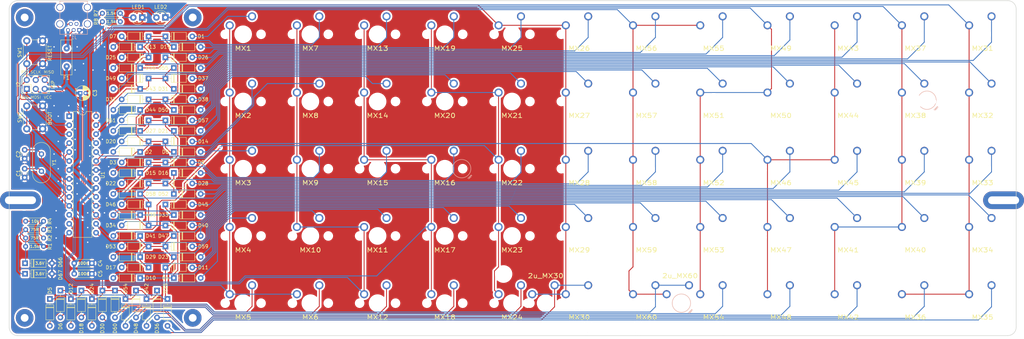
<source format=kicad_pcb>
(kicad_pcb (version 20171130) (host pcbnew "(5.1.4-0-10_14)")
  (layers (0 F.Cu signal) (31 B.Cu signal) (34 B.Paste user) (35 F.Paste user) (36 B.SilkS user) (37 F.SilkS user) (38 B.Mask user) (39 F.Mask user) (44 Edge.Cuts user))
  (net 0 "")
  (net 1 +5V)
  (net 2 GND)
  (net 3 /ROW0)
  (net 4 /ROW1)
  (net 5 /ROW2)
  (net 6 /ROW3)
  (net 7 /ROW4)
  (net 8 /ROW5)
  (net 9 "Net-(J1-Pad4)")
  (net 10 /RESET)
  (net 11 "Net-(LED1-Pad2)")
  (net 12 /USB_D+)
  (net 13 /USB_D-)
  (net 14 /COL3)
  (net 15 /COL0)
  (net 16 /COL1)
  (net 17 /COL2)
  (net 18 /COL4)
  (net 19 /COL5)
  (net 20 /COL6)
  (net 21 /COL7)
  (net 22 /COL8)
  (net 23 "Net-(U1-Pad21)")
  (net 24 "Net-(C1-Pad1)")
  (net 25 "Net-(C2-Pad1)")
  (net 26 "Net-(F1-Pad1)")
  (net 27 "Net-(D1-Pad2)")
  (net 28 "Net-(D2-Pad2)")
  (net 29 "Net-(D3-Pad2)")
  (net 30 "Net-(D4-Pad2)")
  (net 31 "Net-(D5-Pad2)")
  (net 32 "Net-(D6-Pad2)")
  (net 33 "Net-(D7-Pad2)")
  (net 34 "Net-(D8-Pad2)")
  (net 35 "Net-(D9-Pad2)")
  (net 36 "Net-(D10-Pad2)")
  (net 37 "Net-(D11-Pad2)")
  (net 38 "Net-(D12-Pad2)")
  (net 39 "Net-(D13-Pad2)")
  (net 40 "Net-(D14-Pad2)")
  (net 41 "Net-(D15-Pad2)")
  (net 42 "Net-(D16-Pad2)")
  (net 43 "Net-(D17-Pad2)")
  (net 44 "Net-(D19-Pad2)")
  (net 45 "Net-(D20-Pad2)")
  (net 46 "Net-(D21-Pad2)")
  (net 47 "Net-(D22-Pad2)")
  (net 48 "Net-(D23-Pad2)")
  (net 49 "Net-(D24-Pad2)")
  (net 50 "Net-(D25-Pad2)")
  (net 51 "Net-(D26-Pad2)")
  (net 52 "Net-(D28-Pad2)")
  (net 53 "Net-(D29-Pad2)")
  (net 54 "Net-(D31-Pad2)")
  (net 55 "Net-(D32-Pad2)")
  (net 56 "Net-(D33-Pad2)")
  (net 57 "Net-(D34-Pad2)")
  (net 58 "Net-(D35-Pad2)")
  (net 59 "Net-(D36-Pad2)")
  (net 60 "Net-(D37-Pad2)")
  (net 61 "Net-(D38-Pad2)")
  (net 62 "Net-(D39-Pad2)")
  (net 63 "Net-(D40-Pad2)")
  (net 64 "Net-(D44-Pad2)")
  (net 65 "Net-(D45-Pad2)")
  (net 66 "Net-(D46-Pad2)")
  (net 67 "Net-(D47-Pad2)")
  (net 68 "Net-(D49-Pad2)")
  (net 69 "Net-(D50-Pad2)")
  (net 70 "Net-(D51-Pad2)")
  (net 71 "Net-(D52-Pad2)")
  (net 72 "Net-(D53-Pad2)")
  (net 73 "Net-(D54-Pad2)")
  (net 74 "Net-(D55-Pad2)")
  (net 75 "Net-(D56-Pad2)")
  (net 76 "Net-(D57-Pad2)")
  (net 77 "Net-(D58-Pad2)")
  (net 78 "Net-(D59-Pad2)")
  (net 79 "Net-(D66-Pad1)")
  (net 80 "Net-(D67-Pad1)")
  (net 81 "Net-(D41-Pad2)")
  (net 82 "Net-(D42-Pad2)")
  (net 83 "Net-(D43-Pad2)")
  (net 84 "Net-(D48-Pad2)")
  (net 85 "Net-(LED2-Pad2)")
  (net 86 /LED1)
  (net 87 /LED2)
  (net 88 "Net-(D18-Pad2)")
  (net 89 "Net-(D27-Pad2)")
  (net 90 /COL9)
  (net 91 "Net-(2u_MX30-Pad1)")
  (net 92 "Net-(2u_MX60-Pad1)")
  (module lumberjack:MX (layer F.Cu) (at 228.600192 64.293804)
    (fp_text reference MX49 (at 0 4) (layer F.SilkS) (effects (font (size 1.27 1.524) (thickness 0.2032))))
    (fp_text value SW_Push hide)
    (pad "" np_thru_hole circle (at 5.08 0) (size 1.7018 1.7018) (drill 1.7018) (layers *.Cu *.Mask))
    (pad "" np_thru_hole circle (at -5.08 0) (size 1.7018 1.7018) (drill 1.7018) (layers *.Cu *.Mask))
    (pad "" np_thru_hole circle (at 0 0) (size 3.9878 3.9878) (drill 3.9878) (layers *.Cu *.Mask))
    (pad 2 thru_hole circle (at -3.81 -2.54) (size 2.286 2.286) (drill 1.4986) (layers *.Cu *.Mask) (net 22 /COL8))
    (pad 1 thru_hole circle (at 2.54 -5.08) (size 2.286 2.286) (drill 1.4986) (layers *.Cu *.Mask) (net 68 "Net-(D49-Pad2)"))
  )
  (module Fuse:Fuse_Bourns_MF-RHT100 (layer F.Cu) (at 26.193772 70.842247 270)
    (fp_text reference F1 (at 5.794382 0.087313) (layer F.SilkS))
    (fp_text value 100mA)
    (pad 1 thru_hole circle (at -2.54 0 270) (size 1.71 1.71) (drill 0.71) (layers *.Cu *.Mask) (net 26 "Net-(F1-Pad1)"))
    (pad 2 thru_hole circle (at 2.54 0 270) (size 1.71 1.71) (drill 0.71) (layers *.Cu *.Mask) (net 1 +5V))
  )
  (module Diode_THT:D_DO-35_SOD27_P7.62mm_Horizontal (layer F.Cu) (at 27.384398 139.303242 270)
    (fp_text reference D12 (at -2.976565 0 90) (layer F.SilkS))
    (fp_text value 1N4148)
    (pad 1 thru_hole rect (at 0 0 270) (size 1.6 1.6) (drill 0.8) (layers *.Cu *.Mask) (net 8 /ROW5))
    (pad 2 thru_hole oval (at 7.62 0 270) (size 1.6 1.6) (drill 0.8) (layers *.Cu *.Mask) (net 38 "Net-(D12-Pad2)"))
  )
  (module Diode_THT:D_DO-35_SOD27_P7.62mm_Horizontal (layer F.Cu) (at 56.554735 133.350112)
    (fp_text reference D4 (at -2.381252 0) (layer F.SilkS))
    (fp_text value 1N4148)
    (pad 1 thru_hole rect (at 0 0) (size 1.6 1.6) (drill 0.8) (layers *.Cu *.Mask) (net 6 /ROW3))
    (pad 2 thru_hole oval (at 7.62 0) (size 1.6 1.6) (drill 0.8) (layers *.Cu *.Mask) (net 30 "Net-(D4-Pad2)"))
  )
  (module lumberjack:MX (layer F.Cu) (at 171.450144 102.393836)
    (fp_text reference MX28 (at 0 4) (layer F.SilkS) (effects (font (size 1.27 1.524) (thickness 0.2032))))
    (fp_text value SW_Push hide)
    (pad "" np_thru_hole circle (at 5.08 0) (size 1.7018 1.7018) (drill 1.7018) (layers *.Cu *.Mask))
    (pad "" np_thru_hole circle (at -5.08 0) (size 1.7018 1.7018) (drill 1.7018) (layers *.Cu *.Mask))
    (pad "" np_thru_hole circle (at 0 0) (size 3.9878 3.9878) (drill 3.9878) (layers *.Cu *.Mask))
    (pad 2 thru_hole circle (at -3.81 -2.54) (size 2.286 2.286) (drill 1.4986) (layers *.Cu *.Mask) (net 18 /COL4))
    (pad 1 thru_hole circle (at 2.54 -5.08) (size 2.286 2.286) (drill 1.4986) (layers *.Cu *.Mask) (net 52 "Net-(D28-Pad2)"))
  )
  (module lumberjack:MX (layer F.Cu) (at 285.75024 83.34382)
    (fp_text reference MX32 (at 0 4) (layer F.SilkS) (effects (font (size 1.27 1.524) (thickness 0.2032))))
    (fp_text value SW_Push hide)
    (pad "" np_thru_hole circle (at 5.08 0) (size 1.7018 1.7018) (drill 1.7018) (layers *.Cu *.Mask))
    (pad "" np_thru_hole circle (at -5.08 0) (size 1.7018 1.7018) (drill 1.7018) (layers *.Cu *.Mask))
    (pad "" np_thru_hole circle (at 0 0) (size 3.9878 3.9878) (drill 3.9878) (layers *.Cu *.Mask))
    (pad 2 thru_hole circle (at -3.81 -2.54) (size 2.286 2.286) (drill 1.4986) (layers *.Cu *.Mask) (net 19 /COL5))
    (pad 1 thru_hole circle (at 2.54 -5.08) (size 2.286 2.286) (drill 1.4986) (layers *.Cu *.Mask) (net 55 "Net-(D32-Pad2)"))
  )
  (module Diode_THT:D_DO-35_SOD27_P7.62mm_Horizontal (layer F.Cu) (at 49.410979 118.467287 180)
    (fp_text reference D34 (at 10.715634 0) (layer F.SilkS))
    (fp_text value 1N4148)
    (pad 1 thru_hole rect (at 0 0 180) (size 1.6 1.6) (drill 0.8) (layers *.Cu *.Mask) (net 6 /ROW3))
    (pad 2 thru_hole oval (at 7.62 0 180) (size 1.6 1.6) (drill 0.8) (layers *.Cu *.Mask) (net 57 "Net-(D34-Pad2)"))
  )
  (module Diode_THT:D_DO-35_SOD27_P7.62mm_Horizontal (layer F.Cu) (at 54.173483 76.795377)
    (fp_text reference D37 (at 10.715634 0) (layer F.SilkS))
    (fp_text value 1N4148)
    (pad 1 thru_hole rect (at 0 0) (size 1.6 1.6) (drill 0.8) (layers *.Cu *.Mask) (net 3 /ROW0))
    (pad 2 thru_hole oval (at 7.62 0) (size 1.6 1.6) (drill 0.8) (layers *.Cu *.Mask) (net 60 "Net-(D37-Pad2)"))
  )
  (module Diode_THT:D_DO-35_SOD27_P7.62mm_Horizontal (layer F.Cu) (at 56.554735 67.865682)
    (fp_text reference D19 (at -2.381252 0) (layer F.SilkS))
    (fp_text value 1N4148)
    (pad 2 thru_hole oval (at 7.62 0) (size 1.6 1.6) (drill 0.8) (layers *.Cu *.Mask) (net 44 "Net-(D19-Pad2)"))
    (pad 1 thru_hole rect (at 0 0) (size 1.6 1.6) (drill 0.8) (layers *.Cu *.Mask) (net 3 /ROW0))
  )
  (module lumberjack:MX (layer F.Cu) (at 228.600192 121.443852)
    (fp_text reference MX47 (at 0 4) (layer F.SilkS) (effects (font (size 1.27 1.524) (thickness 0.2032))))
    (fp_text value SW_Push hide)
    (pad "" np_thru_hole circle (at 5.08 0) (size 1.7018 1.7018) (drill 1.7018) (layers *.Cu *.Mask))
    (pad "" np_thru_hole circle (at -5.08 0) (size 1.7018 1.7018) (drill 1.7018) (layers *.Cu *.Mask))
    (pad "" np_thru_hole circle (at 0 0) (size 3.9878 3.9878) (drill 3.9878) (layers *.Cu *.Mask))
    (pad 2 thru_hole circle (at -3.81 -2.54) (size 2.286 2.286) (drill 1.4986) (layers *.Cu *.Mask) (net 21 /COL7))
    (pad 1 thru_hole circle (at 2.54 -5.08) (size 2.286 2.286) (drill 1.4986) (layers *.Cu *.Mask) (net 67 "Net-(D47-Pad2)"))
  )
  (module lumberjack:MX (layer F.Cu) (at 247.650208 83.34382)
    (fp_text reference MX44 (at 0 4) (layer F.SilkS) (effects (font (size 1.27 1.524) (thickness 0.2032))))
    (fp_text value SW_Push hide)
    (pad "" np_thru_hole circle (at 5.08 0) (size 1.7018 1.7018) (drill 1.7018) (layers *.Cu *.Mask))
    (pad "" np_thru_hole circle (at -5.08 0) (size 1.7018 1.7018) (drill 1.7018) (layers *.Cu *.Mask))
    (pad "" np_thru_hole circle (at 0 0) (size 3.9878 3.9878) (drill 3.9878) (layers *.Cu *.Mask))
    (pad 2 thru_hole circle (at -3.81 -2.54) (size 2.286 2.286) (drill 1.4986) (layers *.Cu *.Mask) (net 21 /COL7))
    (pad 1 thru_hole circle (at 2.54 -5.08) (size 2.286 2.286) (drill 1.4986) (layers *.Cu *.Mask) (net 64 "Net-(D44-Pad2)"))
  )
  (module lumberjack:MX (layer F.Cu) (at 247.650208 64.293804)
    (fp_text reference MX43 (at 0 4) (layer F.SilkS) (effects (font (size 1.27 1.524) (thickness 0.2032))))
    (fp_text value SW_Push hide)
    (pad "" np_thru_hole circle (at 5.08 0) (size 1.7018 1.7018) (drill 1.7018) (layers *.Cu *.Mask))
    (pad "" np_thru_hole circle (at -5.08 0) (size 1.7018 1.7018) (drill 1.7018) (layers *.Cu *.Mask))
    (pad "" np_thru_hole circle (at 0 0) (size 3.9878 3.9878) (drill 3.9878) (layers *.Cu *.Mask))
    (pad 2 thru_hole circle (at -3.81 -2.54) (size 2.286 2.286) (drill 1.4986) (layers *.Cu *.Mask) (net 21 /COL7))
    (pad 1 thru_hole circle (at 2.54 -5.08) (size 2.286 2.286) (drill 1.4986) (layers *.Cu *.Mask) (net 83 "Net-(D43-Pad2)"))
  )
  (module lumberjack:MX (layer F.Cu) (at 266.700224 83.34382)
    (fp_text reference MX38 (at 0 4) (layer F.SilkS) (effects (font (size 1.27 1.524) (thickness 0.2032))))
    (fp_text value SW_Push hide)
    (pad "" np_thru_hole circle (at 5.08 0) (size 1.7018 1.7018) (drill 1.7018) (layers *.Cu *.Mask))
    (pad "" np_thru_hole circle (at -5.08 0) (size 1.7018 1.7018) (drill 1.7018) (layers *.Cu *.Mask))
    (pad "" np_thru_hole circle (at 0 0) (size 3.9878 3.9878) (drill 3.9878) (layers *.Cu *.Mask))
    (pad 2 thru_hole circle (at -3.81 -2.54) (size 2.286 2.286) (drill 1.4986) (layers *.Cu *.Mask) (net 20 /COL6))
    (pad 1 thru_hole circle (at 2.54 -5.08) (size 2.286 2.286) (drill 1.4986) (layers *.Cu *.Mask) (net 61 "Net-(D38-Pad2)"))
  )
  (module lumberjack:MX (layer F.Cu) (at 247.650208 102.393836)
    (fp_text reference MX45 (at 0 4) (layer F.SilkS) (effects (font (size 1.27 1.524) (thickness 0.2032))))
    (fp_text value SW_Push hide)
    (pad "" np_thru_hole circle (at 5.08 0) (size 1.7018 1.7018) (drill 1.7018) (layers *.Cu *.Mask))
    (pad "" np_thru_hole circle (at -5.08 0) (size 1.7018 1.7018) (drill 1.7018) (layers *.Cu *.Mask))
    (pad "" np_thru_hole circle (at 0 0) (size 3.9878 3.9878) (drill 3.9878) (layers *.Cu *.Mask))
    (pad 2 thru_hole circle (at -3.81 -2.54) (size 2.286 2.286) (drill 1.4986) (layers *.Cu *.Mask) (net 21 /COL7))
    (pad 1 thru_hole circle (at 2.54 -5.08) (size 2.286 2.286) (drill 1.4986) (layers *.Cu *.Mask) (net 65 "Net-(D45-Pad2)"))
  )
  (module lumberjack:MX (layer F.Cu) (at 285.75024 102.393836)
    (fp_text reference MX33 (at 0 4) (layer F.SilkS) (effects (font (size 1.27 1.524) (thickness 0.2032))))
    (fp_text value SW_Push hide)
    (pad "" np_thru_hole circle (at 5.08 0) (size 1.7018 1.7018) (drill 1.7018) (layers *.Cu *.Mask))
    (pad "" np_thru_hole circle (at -5.08 0) (size 1.7018 1.7018) (drill 1.7018) (layers *.Cu *.Mask))
    (pad "" np_thru_hole circle (at 0 0) (size 3.9878 3.9878) (drill 3.9878) (layers *.Cu *.Mask))
    (pad 2 thru_hole circle (at -3.81 -2.54) (size 2.286 2.286) (drill 1.4986) (layers *.Cu *.Mask) (net 19 /COL5))
    (pad 1 thru_hole circle (at 2.54 -5.08) (size 2.286 2.286) (drill 1.4986) (layers *.Cu *.Mask) (net 56 "Net-(D33-Pad2)"))
  )
  (module lumberjack:MX (layer F.Cu) (at 266.700224 102.393836)
    (fp_text reference MX39 (at 0 4) (layer F.SilkS) (effects (font (size 1.27 1.524) (thickness 0.2032))))
    (fp_text value SW_Push hide)
    (pad "" np_thru_hole circle (at 5.08 0) (size 1.7018 1.7018) (drill 1.7018) (layers *.Cu *.Mask))
    (pad "" np_thru_hole circle (at -5.08 0) (size 1.7018 1.7018) (drill 1.7018) (layers *.Cu *.Mask))
    (pad "" np_thru_hole circle (at 0 0) (size 3.9878 3.9878) (drill 3.9878) (layers *.Cu *.Mask))
    (pad 2 thru_hole circle (at -3.81 -2.54) (size 2.286 2.286) (drill 1.4986) (layers *.Cu *.Mask) (net 20 /COL6))
    (pad 1 thru_hole circle (at 2.54 -5.08) (size 2.286 2.286) (drill 1.4986) (layers *.Cu *.Mask) (net 62 "Net-(D39-Pad2)"))
  )
  (module lumberjack:MX (layer F.Cu) (at 285.75024 121.443852)
    (fp_text reference MX34 (at 0 4) (layer F.SilkS) (effects (font (size 1.27 1.524) (thickness 0.2032))))
    (fp_text value SW_Push hide)
    (pad "" np_thru_hole circle (at 5.08 0) (size 1.7018 1.7018) (drill 1.7018) (layers *.Cu *.Mask))
    (pad "" np_thru_hole circle (at -5.08 0) (size 1.7018 1.7018) (drill 1.7018) (layers *.Cu *.Mask))
    (pad "" np_thru_hole circle (at 0 0) (size 3.9878 3.9878) (drill 3.9878) (layers *.Cu *.Mask))
    (pad 2 thru_hole circle (at -3.81 -2.54) (size 2.286 2.286) (drill 1.4986) (layers *.Cu *.Mask) (net 19 /COL5))
    (pad 1 thru_hole circle (at 2.54 -5.08) (size 2.286 2.286) (drill 1.4986) (layers *.Cu *.Mask) (net 57 "Net-(D34-Pad2)"))
  )
  (module lumberjack:MX (layer F.Cu) (at 266.700224 121.443852)
    (fp_text reference MX40 (at 0 4) (layer F.SilkS) (effects (font (size 1.27 1.524) (thickness 0.2032))))
    (fp_text value SW_Push hide)
    (pad "" np_thru_hole circle (at 5.08 0) (size 1.7018 1.7018) (drill 1.7018) (layers *.Cu *.Mask))
    (pad "" np_thru_hole circle (at -5.08 0) (size 1.7018 1.7018) (drill 1.7018) (layers *.Cu *.Mask))
    (pad "" np_thru_hole circle (at 0 0) (size 3.9878 3.9878) (drill 3.9878) (layers *.Cu *.Mask))
    (pad 2 thru_hole circle (at -3.81 -2.54) (size 2.286 2.286) (drill 1.4986) (layers *.Cu *.Mask) (net 20 /COL6))
    (pad 1 thru_hole circle (at 2.54 -5.08) (size 2.286 2.286) (drill 1.4986) (layers *.Cu *.Mask) (net 63 "Net-(D40-Pad2)"))
  )
  (module lumberjack:MX (layer F.Cu) (at 228.600192 102.393836)
    (fp_text reference MX46 (at 0 4) (layer F.SilkS) (effects (font (size 1.27 1.524) (thickness 0.2032))))
    (fp_text value SW_Push hide)
    (pad "" np_thru_hole circle (at 5.08 0) (size 1.7018 1.7018) (drill 1.7018) (layers *.Cu *.Mask))
    (pad "" np_thru_hole circle (at -5.08 0) (size 1.7018 1.7018) (drill 1.7018) (layers *.Cu *.Mask))
    (pad "" np_thru_hole circle (at 0 0) (size 3.9878 3.9878) (drill 3.9878) (layers *.Cu *.Mask))
    (pad 2 thru_hole circle (at -3.81 -2.54) (size 2.286 2.286) (drill 1.4986) (layers *.Cu *.Mask) (net 21 /COL7))
    (pad 1 thru_hole circle (at 2.54 -5.08) (size 2.286 2.286) (drill 1.4986) (layers *.Cu *.Mask) (net 66 "Net-(D46-Pad2)"))
  )
  (module lumberjack:MX (layer F.Cu) (at 209.550176 102.393836)
    (fp_text reference MX52 (at 0 4) (layer F.SilkS) (effects (font (size 1.27 1.524) (thickness 0.2032))))
    (fp_text value SW_Push hide)
    (pad "" np_thru_hole circle (at 5.08 0) (size 1.7018 1.7018) (drill 1.7018) (layers *.Cu *.Mask))
    (pad "" np_thru_hole circle (at -5.08 0) (size 1.7018 1.7018) (drill 1.7018) (layers *.Cu *.Mask))
    (pad "" np_thru_hole circle (at 0 0) (size 3.9878 3.9878) (drill 3.9878) (layers *.Cu *.Mask))
    (pad 2 thru_hole circle (at -3.81 -2.54) (size 2.286 2.286) (drill 1.4986) (layers *.Cu *.Mask) (net 22 /COL8))
    (pad 1 thru_hole circle (at 2.54 -5.08) (size 2.286 2.286) (drill 1.4986) (layers *.Cu *.Mask) (net 71 "Net-(D52-Pad2)"))
  )
  (module lumberjack:MX (layer F.Cu) (at 285.75024 140.493868)
    (fp_text reference MX35 (at 0 4) (layer F.SilkS) (effects (font (size 1.27 1.524) (thickness 0.2032))))
    (fp_text value SW_Push hide)
    (pad "" np_thru_hole circle (at 5.08 0) (size 1.7018 1.7018) (drill 1.7018) (layers *.Cu *.Mask))
    (pad "" np_thru_hole circle (at -5.08 0) (size 1.7018 1.7018) (drill 1.7018) (layers *.Cu *.Mask))
    (pad "" np_thru_hole circle (at 0 0) (size 3.9878 3.9878) (drill 3.9878) (layers *.Cu *.Mask))
    (pad 2 thru_hole circle (at -3.81 -2.54) (size 2.286 2.286) (drill 1.4986) (layers *.Cu *.Mask) (net 19 /COL5))
    (pad 1 thru_hole circle (at 2.54 -5.08) (size 2.286 2.286) (drill 1.4986) (layers *.Cu *.Mask) (net 58 "Net-(D35-Pad2)"))
  )
  (module lumberjack:MX (layer F.Cu) (at 247.650208 121.443852)
    (fp_text reference MX41 (at 0 4) (layer F.SilkS) (effects (font (size 1.27 1.524) (thickness 0.2032))))
    (fp_text value SW_Push hide)
    (pad "" np_thru_hole circle (at 5.08 0) (size 1.7018 1.7018) (drill 1.7018) (layers *.Cu *.Mask))
    (pad "" np_thru_hole circle (at -5.08 0) (size 1.7018 1.7018) (drill 1.7018) (layers *.Cu *.Mask))
    (pad "" np_thru_hole circle (at 0 0) (size 3.9878 3.9878) (drill 3.9878) (layers *.Cu *.Mask))
    (pad 2 thru_hole circle (at -3.81 -2.54) (size 2.286 2.286) (drill 1.4986) (layers *.Cu *.Mask) (net 20 /COL6))
    (pad 1 thru_hole circle (at 2.54 -5.08) (size 2.286 2.286) (drill 1.4986) (layers *.Cu *.Mask) (net 81 "Net-(D41-Pad2)"))
  )
  (module lumberjack:MX (layer F.Cu) (at 209.550176 121.443852)
    (fp_text reference MX53 (at 0 4) (layer F.SilkS) (effects (font (size 1.27 1.524) (thickness 0.2032))))
    (fp_text value SW_Push hide)
    (pad "" np_thru_hole circle (at 5.08 0) (size 1.7018 1.7018) (drill 1.7018) (layers *.Cu *.Mask))
    (pad "" np_thru_hole circle (at -5.08 0) (size 1.7018 1.7018) (drill 1.7018) (layers *.Cu *.Mask))
    (pad "" np_thru_hole circle (at 0 0) (size 3.9878 3.9878) (drill 3.9878) (layers *.Cu *.Mask))
    (pad 2 thru_hole circle (at -3.81 -2.54) (size 2.286 2.286) (drill 1.4986) (layers *.Cu *.Mask) (net 22 /COL8))
    (pad 1 thru_hole circle (at 2.54 -5.08) (size 2.286 2.286) (drill 1.4986) (layers *.Cu *.Mask) (net 72 "Net-(D53-Pad2)"))
  )
  (module lumberjack:MX (layer F.Cu) (at 266.700224 140.493868)
    (fp_text reference MX36 (at 0 4) (layer F.SilkS) (effects (font (size 1.27 1.524) (thickness 0.2032))))
    (fp_text value SW_Push hide)
    (pad "" np_thru_hole circle (at 5.08 0) (size 1.7018 1.7018) (drill 1.7018) (layers *.Cu *.Mask))
    (pad "" np_thru_hole circle (at -5.08 0) (size 1.7018 1.7018) (drill 1.7018) (layers *.Cu *.Mask))
    (pad "" np_thru_hole circle (at 0 0) (size 3.9878 3.9878) (drill 3.9878) (layers *.Cu *.Mask))
    (pad 2 thru_hole circle (at -3.81 -2.54) (size 2.286 2.286) (drill 1.4986) (layers *.Cu *.Mask) (net 19 /COL5))
    (pad 1 thru_hole circle (at 2.54 -5.08) (size 2.286 2.286) (drill 1.4986) (layers *.Cu *.Mask) (net 59 "Net-(D36-Pad2)"))
  )
  (module lumberjack:MX (layer F.Cu) (at 247.650208 140.493868)
    (fp_text reference MX42 (at 0 4) (layer F.SilkS) (effects (font (size 1.27 1.524) (thickness 0.2032))))
    (fp_text value SW_Push hide)
    (pad "" np_thru_hole circle (at 5.08 0) (size 1.7018 1.7018) (drill 1.7018) (layers *.Cu *.Mask))
    (pad "" np_thru_hole circle (at -5.08 0) (size 1.7018 1.7018) (drill 1.7018) (layers *.Cu *.Mask))
    (pad "" np_thru_hole circle (at 0 0) (size 3.9878 3.9878) (drill 3.9878) (layers *.Cu *.Mask))
    (pad 2 thru_hole circle (at -3.81 -2.54) (size 2.286 2.286) (drill 1.4986) (layers *.Cu *.Mask) (net 20 /COL6))
    (pad 1 thru_hole circle (at 2.54 -5.08) (size 2.286 2.286) (drill 1.4986) (layers *.Cu *.Mask) (net 82 "Net-(D42-Pad2)"))
  )
  (module lumberjack:MX (layer F.Cu) (at 228.600192 140.493868)
    (fp_text reference MX48 (at 0 4) (layer F.SilkS) (effects (font (size 1.27 1.524) (thickness 0.2032))))
    (fp_text value SW_Push hide)
    (pad "" np_thru_hole circle (at 5.08 0) (size 1.7018 1.7018) (drill 1.7018) (layers *.Cu *.Mask))
    (pad "" np_thru_hole circle (at -5.08 0) (size 1.7018 1.7018) (drill 1.7018) (layers *.Cu *.Mask))
    (pad "" np_thru_hole circle (at 0 0) (size 3.9878 3.9878) (drill 3.9878) (layers *.Cu *.Mask))
    (pad 2 thru_hole circle (at -3.81 -2.54) (size 2.286 2.286) (drill 1.4986) (layers *.Cu *.Mask) (net 21 /COL7))
    (pad 1 thru_hole circle (at 2.54 -5.08) (size 2.286 2.286) (drill 1.4986) (layers *.Cu *.Mask) (net 84 "Net-(D48-Pad2)"))
  )
  (module lumberjack:MX (layer F.Cu) (at 209.550176 140.493868)
    (fp_text reference MX54 (at 0 4) (layer F.SilkS) (effects (font (size 1.27 1.524) (thickness 0.2032))))
    (fp_text value SW_Push hide)
    (pad 1 thru_hole circle (at 2.54 -5.08) (size 2.286 2.286) (drill 1.4986) (layers *.Cu *.Mask) (net 73 "Net-(D54-Pad2)"))
    (pad 2 thru_hole circle (at -3.81 -2.54) (size 2.286 2.286) (drill 1.4986) (layers *.Cu *.Mask) (net 22 /COL8))
    (pad "" np_thru_hole circle (at 0 0) (size 3.9878 3.9878) (drill 3.9878) (layers *.Cu *.Mask))
    (pad "" np_thru_hole circle (at -5.08 0) (size 1.7018 1.7018) (drill 1.7018) (layers *.Cu *.Mask))
    (pad "" np_thru_hole circle (at 5.08 0) (size 1.7018 1.7018) (drill 1.7018) (layers *.Cu *.Mask))
  )
  (module lumberjack:MX (layer F.Cu) (at 171.450144 64.293804)
    (fp_text reference MX26 (at 0 4) (layer F.SilkS) (effects (font (size 1.27 1.524) (thickness 0.2032))))
    (fp_text value SW_Push hide)
    (pad "" np_thru_hole circle (at 5.08 0) (size 1.7018 1.7018) (drill 1.7018) (layers *.Cu *.Mask))
    (pad "" np_thru_hole circle (at -5.08 0) (size 1.7018 1.7018) (drill 1.7018) (layers *.Cu *.Mask))
    (pad "" np_thru_hole circle (at 0 0) (size 3.9878 3.9878) (drill 3.9878) (layers *.Cu *.Mask))
    (pad 2 thru_hole circle (at -3.81 -2.54) (size 2.286 2.286) (drill 1.4986) (layers *.Cu *.Mask) (net 18 /COL4))
    (pad 1 thru_hole circle (at 2.54 -5.08) (size 2.286 2.286) (drill 1.4986) (layers *.Cu *.Mask) (net 51 "Net-(D26-Pad2)"))
  )
  (module lumberjack:MX (layer F.Cu) (at 171.450144 83.34382)
    (fp_text reference MX27 (at 0 4) (layer F.SilkS) (effects (font (size 1.27 1.524) (thickness 0.2032))))
    (fp_text value SW_Push hide)
    (pad "" np_thru_hole circle (at 5.08 0) (size 1.7018 1.7018) (drill 1.7018) (layers *.Cu *.Mask))
    (pad "" np_thru_hole circle (at -5.08 0) (size 1.7018 1.7018) (drill 1.7018) (layers *.Cu *.Mask))
    (pad "" np_thru_hole circle (at 0 0) (size 3.9878 3.9878) (drill 3.9878) (layers *.Cu *.Mask))
    (pad 2 thru_hole circle (at -3.81 -2.54) (size 2.286 2.286) (drill 1.4986) (layers *.Cu *.Mask) (net 18 /COL4))
    (pad 1 thru_hole circle (at 2.54 -5.08) (size 2.286 2.286) (drill 1.4986) (layers *.Cu *.Mask) (net 89 "Net-(D27-Pad2)"))
  )
  (module lumberjack:MX (layer F.Cu) (at 133.350112 83.34382)
    (fp_text reference MX20 (at 0 4) (layer F.SilkS) (effects (font (size 1.27 1.524) (thickness 0.2032))))
    (fp_text value SW_Push hide)
    (pad "" np_thru_hole circle (at 5.08 0) (size 1.7018 1.7018) (drill 1.7018) (layers *.Cu *.Mask))
    (pad "" np_thru_hole circle (at -5.08 0) (size 1.7018 1.7018) (drill 1.7018) (layers *.Cu *.Mask))
    (pad "" np_thru_hole circle (at 0 0) (size 3.9878 3.9878) (drill 3.9878) (layers *.Cu *.Mask))
    (pad 2 thru_hole circle (at -3.81 -2.54) (size 2.286 2.286) (drill 1.4986) (layers *.Cu *.Mask) (net 14 /COL3))
    (pad 1 thru_hole circle (at 2.54 -5.08) (size 2.286 2.286) (drill 1.4986) (layers *.Cu *.Mask) (net 45 "Net-(D20-Pad2)"))
  )
  (module lumberjack:MX (layer F.Cu) (at 152.400128 140.493868)
    (fp_text reference MX24 (at 0 4) (layer F.SilkS) (effects (font (size 1.27 1.524) (thickness 0.2032))))
    (fp_text value SW_Push hide)
    (pad "" np_thru_hole circle (at 5.08 0) (size 1.7018 1.7018) (drill 1.7018) (layers *.Cu *.Mask))
    (pad "" np_thru_hole circle (at -5.08 0) (size 1.7018 1.7018) (drill 1.7018) (layers *.Cu *.Mask))
    (pad "" np_thru_hole circle (at 0 0) (size 3.9878 3.9878) (drill 3.9878) (layers *.Cu *.Mask))
    (pad 2 thru_hole circle (at -3.81 -2.54) (size 2.286 2.286) (drill 1.4986) (layers *.Cu *.Mask) (net 14 /COL3))
    (pad 1 thru_hole circle (at 2.54 -5.08) (size 2.286 2.286) (drill 1.4986) (layers *.Cu *.Mask) (net 49 "Net-(D24-Pad2)"))
  )
  (module lumberjack:MX (layer F.Cu) (at 114.300096 140.493868)
    (fp_text reference MX12 (at 0 4) (layer F.SilkS) (effects (font (size 1.27 1.524) (thickness 0.2032))))
    (fp_text value SW_Push hide)
    (pad "" np_thru_hole circle (at 5.08 0) (size 1.7018 1.7018) (drill 1.7018) (layers *.Cu *.Mask))
    (pad "" np_thru_hole circle (at -5.08 0) (size 1.7018 1.7018) (drill 1.7018) (layers *.Cu *.Mask))
    (pad "" np_thru_hole circle (at 0 0) (size 3.9878 3.9878) (drill 3.9878) (layers *.Cu *.Mask))
    (pad 2 thru_hole circle (at -3.81 -2.54) (size 2.286 2.286) (drill 1.4986) (layers *.Cu *.Mask) (net 16 /COL1))
    (pad 1 thru_hole circle (at 2.54 -5.08) (size 2.286 2.286) (drill 1.4986) (layers *.Cu *.Mask) (net 38 "Net-(D12-Pad2)"))
  )
  (module lumberjack:MX (layer F.Cu) (at 76.200064 83.34382)
    (fp_text reference MX2 (at 0 4) (layer F.SilkS) (effects (font (size 1.27 1.524) (thickness 0.2032))))
    (fp_text value SW_Push hide)
    (pad "" np_thru_hole circle (at 5.08 0) (size 1.7018 1.7018) (drill 1.7018) (layers *.Cu *.Mask))
    (pad "" np_thru_hole circle (at -5.08 0) (size 1.7018 1.7018) (drill 1.7018) (layers *.Cu *.Mask))
    (pad "" np_thru_hole circle (at 0 0) (size 3.9878 3.9878) (drill 3.9878) (layers *.Cu *.Mask))
    (pad 2 thru_hole circle (at -3.81 -2.54) (size 2.286 2.286) (drill 1.4986) (layers *.Cu *.Mask) (net 15 /COL0))
    (pad 1 thru_hole circle (at 2.54 -5.08) (size 2.286 2.286) (drill 1.4986) (layers *.Cu *.Mask) (net 28 "Net-(D2-Pad2)"))
  )
  (module lumberjack:MountingSlot_M2 (layer F.Cu) (at 13.096886 111.323531)
    (fp_text reference H5 hide)
    (fp_text value M2)
    (pad "" np_thru_hole oval (at 0 0) (size 11.6 5) (drill oval 8.8 2.2) (layers *.Cu *.Mask))
  )
  (module lumberjack:MountingSlot_M2 (layer F.Cu) (at 291.70337 111.323531)
    (fp_text reference H6 hide)
    (fp_text value M2)
    (pad "" np_thru_hole oval (at 0 0) (size 11.6 5) (drill oval 8.8 2.2) (layers *.Cu *.Mask))
  )
  (module lumberjack:MountingHole_M2 (layer F.Cu) (at 14.287512 59.5313)
    (fp_text reference H1 hide)
    (fp_text value M2)
    (pad "" np_thru_hole circle (at 0 0) (size 5 5) (drill 2.2) (layers *.Cu *.Mask))
  )
  (module lumberjack:MountingHole_M2 (layer F.Cu) (at 61.912552 59.5313)
    (fp_text reference H2 hide)
    (fp_text value M2)
    (pad "" np_thru_hole circle (at 0 0) (size 5 5) (drill 2.2) (layers *.Cu *.Mask))
  )
  (module lumberjack:MountingHole_M2 (layer F.Cu) (at 14.287512 144.661059)
    (fp_text reference H3 hide)
    (fp_text value M2)
    (pad "" np_thru_hole circle (at 0 0) (size 5 5) (drill 2.2) (layers *.Cu *.Mask))
  )
  (module lumberjack:MountingHole_M2 (layer F.Cu) (at 61.912552 144.661059)
    (fp_text reference H4 hide)
    (fp_text value M2)
    (pad "" np_thru_hole circle (at 0 0) (size 5 5) (drill 2.2) (layers *.Cu *.Mask))
  )
  (module lumberjack:MX (layer F.Cu) (at 76.200016 64.29375)
    (fp_text reference MX1 (at 0 4) (layer F.SilkS) (effects (font (size 1.27 1.524) (thickness 0.2032))))
    (fp_text value SW_Push hide)
    (pad "" np_thru_hole circle (at 5.08 0) (size 1.7018 1.7018) (drill 1.7018) (layers *.Cu *.Mask))
    (pad "" np_thru_hole circle (at -5.08 0) (size 1.7018 1.7018) (drill 1.7018) (layers *.Cu *.Mask))
    (pad "" np_thru_hole circle (at 0 0) (size 3.9878 3.9878) (drill 3.9878) (layers *.Cu *.Mask))
    (pad 2 thru_hole circle (at -3.81 -2.54) (size 2.286 2.286) (drill 1.4986) (layers *.Cu *.Mask) (net 15 /COL0))
    (pad 1 thru_hole circle (at 2.54 -5.08) (size 2.286 2.286) (drill 1.4986) (layers *.Cu *.Mask) (net 27 "Net-(D1-Pad2)"))
  )
  (module lumberjack:MX (layer F.Cu) (at 95.25008 64.293804)
    (fp_text reference MX7 (at 0 4) (layer F.SilkS) (effects (font (size 1.27 1.524) (thickness 0.2032))))
    (fp_text value SW_Push hide)
    (pad "" np_thru_hole circle (at 5.08 0) (size 1.7018 1.7018) (drill 1.7018) (layers *.Cu *.Mask))
    (pad "" np_thru_hole circle (at -5.08 0) (size 1.7018 1.7018) (drill 1.7018) (layers *.Cu *.Mask))
    (pad "" np_thru_hole circle (at 0 0) (size 3.9878 3.9878) (drill 3.9878) (layers *.Cu *.Mask))
    (pad 2 thru_hole circle (at -3.81 -2.54) (size 2.286 2.286) (drill 1.4986) (layers *.Cu *.Mask) (net 16 /COL1))
    (pad 1 thru_hole circle (at 2.54 -5.08) (size 2.286 2.286) (drill 1.4986) (layers *.Cu *.Mask) (net 33 "Net-(D7-Pad2)"))
  )
  (module lumberjack:MX (layer F.Cu) (at 114.300096 64.293804)
    (fp_text reference MX13 (at 0 4) (layer F.SilkS) (effects (font (size 1.27 1.524) (thickness 0.2032))))
    (fp_text value SW_Push hide)
    (pad "" np_thru_hole circle (at 5.08 0) (size 1.7018 1.7018) (drill 1.7018) (layers *.Cu *.Mask))
    (pad "" np_thru_hole circle (at -5.08 0) (size 1.7018 1.7018) (drill 1.7018) (layers *.Cu *.Mask))
    (pad "" np_thru_hole circle (at 0 0) (size 3.9878 3.9878) (drill 3.9878) (layers *.Cu *.Mask))
    (pad 2 thru_hole circle (at -3.81 -2.54) (size 2.286 2.286) (drill 1.4986) (layers *.Cu *.Mask) (net 17 /COL2))
    (pad 1 thru_hole circle (at 2.54 -5.08) (size 2.286 2.286) (drill 1.4986) (layers *.Cu *.Mask) (net 39 "Net-(D13-Pad2)"))
  )
  (module lumberjack:MX (layer F.Cu) (at 133.350112 64.293804)
    (fp_text reference MX19 (at 0 4) (layer F.SilkS) (effects (font (size 1.27 1.524) (thickness 0.2032))))
    (fp_text value SW_Push hide)
    (pad "" np_thru_hole circle (at 5.08 0) (size 1.7018 1.7018) (drill 1.7018) (layers *.Cu *.Mask))
    (pad "" np_thru_hole circle (at -5.08 0) (size 1.7018 1.7018) (drill 1.7018) (layers *.Cu *.Mask))
    (pad "" np_thru_hole circle (at 0 0) (size 3.9878 3.9878) (drill 3.9878) (layers *.Cu *.Mask))
    (pad 2 thru_hole circle (at -3.81 -2.54) (size 2.286 2.286) (drill 1.4986) (layers *.Cu *.Mask) (net 14 /COL3))
    (pad 1 thru_hole circle (at 2.54 -5.08) (size 2.286 2.286) (drill 1.4986) (layers *.Cu *.Mask) (net 44 "Net-(D19-Pad2)"))
  )
  (module lumberjack:MX (layer F.Cu) (at 152.400128 64.293804)
    (fp_text reference MX25 (at 0 4) (layer F.SilkS) (effects (font (size 1.27 1.524) (thickness 0.2032))))
    (fp_text value SW_Push hide)
    (pad "" np_thru_hole circle (at 5.08 0) (size 1.7018 1.7018) (drill 1.7018) (layers *.Cu *.Mask))
    (pad "" np_thru_hole circle (at -5.08 0) (size 1.7018 1.7018) (drill 1.7018) (layers *.Cu *.Mask))
    (pad "" np_thru_hole circle (at 0 0) (size 3.9878 3.9878) (drill 3.9878) (layers *.Cu *.Mask))
    (pad 2 thru_hole circle (at -3.81 -2.54) (size 2.286 2.286) (drill 1.4986) (layers *.Cu *.Mask) (net 18 /COL4))
    (pad 1 thru_hole circle (at 2.54 -5.08) (size 2.286 2.286) (drill 1.4986) (layers *.Cu *.Mask) (net 50 "Net-(D25-Pad2)"))
  )
  (module lumberjack:MX (layer F.Cu) (at 285.75024 64.293804)
    (fp_text reference MX31 (at 0 4) (layer F.SilkS) (effects (font (size 1.27 1.524) (thickness 0.2032))))
    (fp_text value SW_Push hide)
    (pad "" np_thru_hole circle (at 5.08 0) (size 1.7018 1.7018) (drill 1.7018) (layers *.Cu *.Mask))
    (pad "" np_thru_hole circle (at -5.08 0) (size 1.7018 1.7018) (drill 1.7018) (layers *.Cu *.Mask))
    (pad "" np_thru_hole circle (at 0 0) (size 3.9878 3.9878) (drill 3.9878) (layers *.Cu *.Mask))
    (pad 2 thru_hole circle (at -3.81 -2.54) (size 2.286 2.286) (drill 1.4986) (layers *.Cu *.Mask) (net 19 /COL5))
    (pad 1 thru_hole circle (at 2.54 -5.08) (size 2.286 2.286) (drill 1.4986) (layers *.Cu *.Mask) (net 54 "Net-(D31-Pad2)"))
  )
  (module lumberjack:MX (layer F.Cu) (at 266.700224 64.293804)
    (fp_text reference MX37 (at 0 4) (layer F.SilkS) (effects (font (size 1.27 1.524) (thickness 0.2032))))
    (fp_text value SW_Push hide)
    (pad "" np_thru_hole circle (at 5.08 0) (size 1.7018 1.7018) (drill 1.7018) (layers *.Cu *.Mask))
    (pad "" np_thru_hole circle (at -5.08 0) (size 1.7018 1.7018) (drill 1.7018) (layers *.Cu *.Mask))
    (pad "" np_thru_hole circle (at 0 0) (size 3.9878 3.9878) (drill 3.9878) (layers *.Cu *.Mask))
    (pad 2 thru_hole circle (at -3.81 -2.54) (size 2.286 2.286) (drill 1.4986) (layers *.Cu *.Mask) (net 20 /COL6))
    (pad 1 thru_hole circle (at 2.54 -5.08) (size 2.286 2.286) (drill 1.4986) (layers *.Cu *.Mask) (net 60 "Net-(D37-Pad2)"))
  )
  (module lumberjack:MX (layer F.Cu) (at 95.25008 83.34382)
    (fp_text reference MX8 (at 0 4) (layer F.SilkS) (effects (font (size 1.27 1.524) (thickness 0.2032))))
    (fp_text value SW_Push hide)
    (pad "" np_thru_hole circle (at 5.08 0) (size 1.7018 1.7018) (drill 1.7018) (layers *.Cu *.Mask))
    (pad "" np_thru_hole circle (at -5.08 0) (size 1.7018 1.7018) (drill 1.7018) (layers *.Cu *.Mask))
    (pad "" np_thru_hole circle (at 0 0) (size 3.9878 3.9878) (drill 3.9878) (layers *.Cu *.Mask))
    (pad 2 thru_hole circle (at -3.81 -2.54) (size 2.286 2.286) (drill 1.4986) (layers *.Cu *.Mask) (net 16 /COL1))
    (pad 1 thru_hole circle (at 2.54 -5.08) (size 2.286 2.286) (drill 1.4986) (layers *.Cu *.Mask) (net 34 "Net-(D8-Pad2)"))
  )
  (module lumberjack:MX (layer F.Cu) (at 114.300096 83.34382)
    (fp_text reference MX14 (at 0 4) (layer F.SilkS) (effects (font (size 1.27 1.524) (thickness 0.2032))))
    (fp_text value SW_Push hide)
    (pad "" np_thru_hole circle (at 5.08 0) (size 1.7018 1.7018) (drill 1.7018) (layers *.Cu *.Mask))
    (pad "" np_thru_hole circle (at -5.08 0) (size 1.7018 1.7018) (drill 1.7018) (layers *.Cu *.Mask))
    (pad "" np_thru_hole circle (at 0 0) (size 3.9878 3.9878) (drill 3.9878) (layers *.Cu *.Mask))
    (pad 2 thru_hole circle (at -3.81 -2.54) (size 2.286 2.286) (drill 1.4986) (layers *.Cu *.Mask) (net 17 /COL2))
    (pad 1 thru_hole circle (at 2.54 -5.08) (size 2.286 2.286) (drill 1.4986) (layers *.Cu *.Mask) (net 40 "Net-(D14-Pad2)"))
  )
  (module lumberjack:MX (layer F.Cu) (at 228.600192 83.34382)
    (fp_text reference MX50 (at 0 4) (layer F.SilkS) (effects (font (size 1.27 1.524) (thickness 0.2032))))
    (fp_text value SW_Push hide)
    (pad "" np_thru_hole circle (at 5.08 0) (size 1.7018 1.7018) (drill 1.7018) (layers *.Cu *.Mask))
    (pad "" np_thru_hole circle (at -5.08 0) (size 1.7018 1.7018) (drill 1.7018) (layers *.Cu *.Mask))
    (pad "" np_thru_hole circle (at 0 0) (size 3.9878 3.9878) (drill 3.9878) (layers *.Cu *.Mask))
    (pad 2 thru_hole circle (at -3.81 -2.54) (size 2.286 2.286) (drill 1.4986) (layers *.Cu *.Mask) (net 22 /COL8))
    (pad 1 thru_hole circle (at 2.54 -5.08) (size 2.286 2.286) (drill 1.4986) (layers *.Cu *.Mask) (net 69 "Net-(D50-Pad2)"))
  )
  (module lumberjack:MX (layer F.Cu) (at 76.200064 102.393836)
    (fp_text reference MX3 (at 0 4) (layer F.SilkS) (effects (font (size 1.27 1.524) (thickness 0.2032))))
    (fp_text value SW_Push hide)
    (pad "" np_thru_hole circle (at 5.08 0) (size 1.7018 1.7018) (drill 1.7018) (layers *.Cu *.Mask))
    (pad "" np_thru_hole circle (at -5.08 0) (size 1.7018 1.7018) (drill 1.7018) (layers *.Cu *.Mask))
    (pad "" np_thru_hole circle (at 0 0) (size 3.9878 3.9878) (drill 3.9878) (layers *.Cu *.Mask))
    (pad 2 thru_hole circle (at -3.81 -2.54) (size 2.286 2.286) (drill 1.4986) (layers *.Cu *.Mask) (net 15 /COL0))
    (pad 1 thru_hole circle (at 2.54 -5.08) (size 2.286 2.286) (drill 1.4986) (layers *.Cu *.Mask) (net 29 "Net-(D3-Pad2)"))
  )
  (module lumberjack:MX (layer F.Cu) (at 95.25008 102.393836)
    (fp_text reference MX9 (at 0 4) (layer F.SilkS) (effects (font (size 1.27 1.524) (thickness 0.2032))))
    (fp_text value SW_Push hide)
    (pad "" np_thru_hole circle (at 5.08 0) (size 1.7018 1.7018) (drill 1.7018) (layers *.Cu *.Mask))
    (pad "" np_thru_hole circle (at -5.08 0) (size 1.7018 1.7018) (drill 1.7018) (layers *.Cu *.Mask))
    (pad "" np_thru_hole circle (at 0 0) (size 3.9878 3.9878) (drill 3.9878) (layers *.Cu *.Mask))
    (pad 2 thru_hole circle (at -3.81 -2.54) (size 2.286 2.286) (drill 1.4986) (layers *.Cu *.Mask) (net 16 /COL1))
    (pad 1 thru_hole circle (at 2.54 -5.08) (size 2.286 2.286) (drill 1.4986) (layers *.Cu *.Mask) (net 35 "Net-(D9-Pad2)"))
  )
  (module lumberjack:MX (layer F.Cu) (at 114.300096 102.393836)
    (fp_text reference MX15 (at 0 4) (layer F.SilkS) (effects (font (size 1.27 1.524) (thickness 0.2032))))
    (fp_text value SW_Push hide)
    (pad "" np_thru_hole circle (at 5.08 0) (size 1.7018 1.7018) (drill 1.7018) (layers *.Cu *.Mask))
    (pad "" np_thru_hole circle (at -5.08 0) (size 1.7018 1.7018) (drill 1.7018) (layers *.Cu *.Mask))
    (pad "" np_thru_hole circle (at 0 0) (size 3.9878 3.9878) (drill 3.9878) (layers *.Cu *.Mask))
    (pad 2 thru_hole circle (at -3.81 -2.54) (size 2.286 2.286) (drill 1.4986) (layers *.Cu *.Mask) (net 17 /COL2))
    (pad 1 thru_hole circle (at 2.54 -5.08) (size 2.286 2.286) (drill 1.4986) (layers *.Cu *.Mask) (net 41 "Net-(D15-Pad2)"))
  )
  (module lumberjack:MX (layer F.Cu) (at 152.400128 83.34382)
    (fp_text reference MX21 (at 0 4) (layer F.SilkS) (effects (font (size 1.27 1.524) (thickness 0.2032))))
    (fp_text value SW_Push hide)
    (pad "" np_thru_hole circle (at 5.08 0) (size 1.7018 1.7018) (drill 1.7018) (layers *.Cu *.Mask))
    (pad "" np_thru_hole circle (at -5.08 0) (size 1.7018 1.7018) (drill 1.7018) (layers *.Cu *.Mask))
    (pad "" np_thru_hole circle (at 0 0) (size 3.9878 3.9878) (drill 3.9878) (layers *.Cu *.Mask))
    (pad 2 thru_hole circle (at -3.81 -2.54) (size 2.286 2.286) (drill 1.4986) (layers *.Cu *.Mask) (net 14 /COL3))
    (pad 1 thru_hole circle (at 2.54 -5.08) (size 2.286 2.286) (drill 1.4986) (layers *.Cu *.Mask) (net 46 "Net-(D21-Pad2)"))
  )
  (module lumberjack:MX (layer F.Cu) (at 209.550176 83.34382)
    (fp_text reference MX51 (at 0 4) (layer F.SilkS) (effects (font (size 1.27 1.524) (thickness 0.2032))))
    (fp_text value SW_Push hide)
    (pad "" np_thru_hole circle (at 5.08 0) (size 1.7018 1.7018) (drill 1.7018) (layers *.Cu *.Mask))
    (pad "" np_thru_hole circle (at -5.08 0) (size 1.7018 1.7018) (drill 1.7018) (layers *.Cu *.Mask))
    (pad "" np_thru_hole circle (at 0 0) (size 3.9878 3.9878) (drill 3.9878) (layers *.Cu *.Mask))
    (pad 2 thru_hole circle (at -3.81 -2.54) (size 2.286 2.286) (drill 1.4986) (layers *.Cu *.Mask) (net 22 /COL8))
    (pad 1 thru_hole circle (at 2.54 -5.08) (size 2.286 2.286) (drill 1.4986) (layers *.Cu *.Mask) (net 70 "Net-(D51-Pad2)"))
  )
  (module lumberjack:MX (layer F.Cu) (at 76.200064 121.443852)
    (fp_text reference MX4 (at 0 4) (layer F.SilkS) (effects (font (size 1.27 1.524) (thickness 0.2032))))
    (fp_text value SW_Push hide)
    (pad "" np_thru_hole circle (at 5.08 0) (size 1.7018 1.7018) (drill 1.7018) (layers *.Cu *.Mask))
    (pad "" np_thru_hole circle (at -5.08 0) (size 1.7018 1.7018) (drill 1.7018) (layers *.Cu *.Mask))
    (pad "" np_thru_hole circle (at 0 0) (size 3.9878 3.9878) (drill 3.9878) (layers *.Cu *.Mask))
    (pad 2 thru_hole circle (at -3.81 -2.54) (size 2.286 2.286) (drill 1.4986) (layers *.Cu *.Mask) (net 15 /COL0))
    (pad 1 thru_hole circle (at 2.54 -5.08) (size 2.286 2.286) (drill 1.4986) (layers *.Cu *.Mask) (net 30 "Net-(D4-Pad2)"))
  )
  (module lumberjack:MX (layer F.Cu) (at 95.25008 121.443852)
    (fp_text reference MX10 (at 0 4) (layer F.SilkS) (effects (font (size 1.27 1.524) (thickness 0.2032))))
    (fp_text value SW_Push hide)
    (pad "" np_thru_hole circle (at 5.08 0) (size 1.7018 1.7018) (drill 1.7018) (layers *.Cu *.Mask))
    (pad "" np_thru_hole circle (at -5.08 0) (size 1.7018 1.7018) (drill 1.7018) (layers *.Cu *.Mask))
    (pad "" np_thru_hole circle (at 0 0) (size 3.9878 3.9878) (drill 3.9878) (layers *.Cu *.Mask))
    (pad 2 thru_hole circle (at -3.81 -2.54) (size 2.286 2.286) (drill 1.4986) (layers *.Cu *.Mask) (net 16 /COL1))
    (pad 1 thru_hole circle (at 2.54 -5.08) (size 2.286 2.286) (drill 1.4986) (layers *.Cu *.Mask) (net 36 "Net-(D10-Pad2)"))
  )
  (module lumberjack:MX (layer F.Cu) (at 133.350112 102.393836)
    (fp_text reference MX16 (at 0 4) (layer F.SilkS) (effects (font (size 1.27 1.524) (thickness 0.2032))))
    (fp_text value SW_Push hide)
    (pad "" np_thru_hole circle (at 5.08 0) (size 1.7018 1.7018) (drill 1.7018) (layers *.Cu *.Mask))
    (pad "" np_thru_hole circle (at -5.08 0) (size 1.7018 1.7018) (drill 1.7018) (layers *.Cu *.Mask))
    (pad "" np_thru_hole circle (at 0 0) (size 3.9878 3.9878) (drill 3.9878) (layers *.Cu *.Mask))
    (pad 2 thru_hole circle (at -3.81 -2.54) (size 2.286 2.286) (drill 1.4986) (layers *.Cu *.Mask) (net 17 /COL2))
    (pad 1 thru_hole circle (at 2.54 -5.08) (size 2.286 2.286) (drill 1.4986) (layers *.Cu *.Mask) (net 42 "Net-(D16-Pad2)"))
  )
  (module lumberjack:MX (layer F.Cu) (at 152.400128 102.393836)
    (fp_text reference MX22 (at 0 4) (layer F.SilkS) (effects (font (size 1.27 1.524) (thickness 0.2032))))
    (fp_text value SW_Push hide)
    (pad "" np_thru_hole circle (at 5.08 0) (size 1.7018 1.7018) (drill 1.7018) (layers *.Cu *.Mask))
    (pad "" np_thru_hole circle (at -5.08 0) (size 1.7018 1.7018) (drill 1.7018) (layers *.Cu *.Mask))
    (pad "" np_thru_hole circle (at 0 0) (size 3.9878 3.9878) (drill 3.9878) (layers *.Cu *.Mask))
    (pad 2 thru_hole circle (at -3.81 -2.54) (size 2.286 2.286) (drill 1.4986) (layers *.Cu *.Mask) (net 14 /COL3))
    (pad 1 thru_hole circle (at 2.54 -5.08) (size 2.286 2.286) (drill 1.4986) (layers *.Cu *.Mask) (net 47 "Net-(D22-Pad2)"))
  )
  (module lumberjack:MX (layer F.Cu) (at 76.200064 140.493868)
    (fp_text reference MX5 (at 0 4) (layer F.SilkS) (effects (font (size 1.27 1.524) (thickness 0.2032))))
    (fp_text value SW_Push hide)
    (pad "" np_thru_hole circle (at 5.08 0) (size 1.7018 1.7018) (drill 1.7018) (layers *.Cu *.Mask))
    (pad "" np_thru_hole circle (at -5.08 0) (size 1.7018 1.7018) (drill 1.7018) (layers *.Cu *.Mask))
    (pad "" np_thru_hole circle (at 0 0) (size 3.9878 3.9878) (drill 3.9878) (layers *.Cu *.Mask))
    (pad 2 thru_hole circle (at -3.81 -2.54) (size 2.286 2.286) (drill 1.4986) (layers *.Cu *.Mask) (net 15 /COL0))
    (pad 1 thru_hole circle (at 2.54 -5.08) (size 2.286 2.286) (drill 1.4986) (layers *.Cu *.Mask) (net 31 "Net-(D5-Pad2)"))
  )
  (module lumberjack:MX (layer F.Cu) (at 114.300096 121.443852)
    (fp_text reference MX11 (at 0 4) (layer F.SilkS) (effects (font (size 1.27 1.524) (thickness 0.2032))))
    (fp_text value SW_Push hide)
    (pad "" np_thru_hole circle (at 5.08 0) (size 1.7018 1.7018) (drill 1.7018) (layers *.Cu *.Mask))
    (pad "" np_thru_hole circle (at -5.08 0) (size 1.7018 1.7018) (drill 1.7018) (layers *.Cu *.Mask))
    (pad "" np_thru_hole circle (at 0 0) (size 3.9878 3.9878) (drill 3.9878) (layers *.Cu *.Mask))
    (pad 2 thru_hole circle (at -3.81 -2.54) (size 2.286 2.286) (drill 1.4986) (layers *.Cu *.Mask) (net 16 /COL1))
    (pad 1 thru_hole circle (at 2.54 -5.08) (size 2.286 2.286) (drill 1.4986) (layers *.Cu *.Mask) (net 37 "Net-(D11-Pad2)"))
  )
  (module lumberjack:MX (layer F.Cu) (at 133.350112 121.443852)
    (fp_text reference MX17 (at 0 4) (layer F.SilkS) (effects (font (size 1.27 1.524) (thickness 0.2032))))
    (fp_text value SW_Push hide)
    (pad "" np_thru_hole circle (at 5.08 0) (size 1.7018 1.7018) (drill 1.7018) (layers *.Cu *.Mask))
    (pad "" np_thru_hole circle (at -5.08 0) (size 1.7018 1.7018) (drill 1.7018) (layers *.Cu *.Mask))
    (pad "" np_thru_hole circle (at 0 0) (size 3.9878 3.9878) (drill 3.9878) (layers *.Cu *.Mask))
    (pad 2 thru_hole circle (at -3.81 -2.54) (size 2.286 2.286) (drill 1.4986) (layers *.Cu *.Mask) (net 17 /COL2))
    (pad 1 thru_hole circle (at 2.54 -5.08) (size 2.286 2.286) (drill 1.4986) (layers *.Cu *.Mask) (net 43 "Net-(D17-Pad2)"))
  )
  (module lumberjack:MX (layer F.Cu) (at 152.400128 121.443852)
    (fp_text reference MX23 (at 0 4) (layer F.SilkS) (effects (font (size 1.27 1.524) (thickness 0.2032))))
    (fp_text value SW_Push hide)
    (pad "" np_thru_hole circle (at 5.08 0) (size 1.7018 1.7018) (drill 1.7018) (layers *.Cu *.Mask))
    (pad "" np_thru_hole circle (at -5.08 0) (size 1.7018 1.7018) (drill 1.7018) (layers *.Cu *.Mask))
    (pad "" np_thru_hole circle (at 0 0) (size 3.9878 3.9878) (drill 3.9878) (layers *.Cu *.Mask))
    (pad 2 thru_hole circle (at -3.81 -2.54) (size 2.286 2.286) (drill 1.4986) (layers *.Cu *.Mask) (net 14 /COL3))
    (pad 1 thru_hole circle (at 2.54 -5.08) (size 2.286 2.286) (drill 1.4986) (layers *.Cu *.Mask) (net 48 "Net-(D23-Pad2)"))
  )
  (module lumberjack:MX (layer F.Cu) (at 95.25008 140.493868)
    (fp_text reference MX6 (at 0 4) (layer F.SilkS) (effects (font (size 1.27 1.524) (thickness 0.2032))))
    (fp_text value SW_Push hide)
    (pad "" np_thru_hole circle (at 5.08 0) (size 1.7018 1.7018) (drill 1.7018) (layers *.Cu *.Mask))
    (pad "" np_thru_hole circle (at -5.08 0) (size 1.7018 1.7018) (drill 1.7018) (layers *.Cu *.Mask))
    (pad "" np_thru_hole circle (at 0 0) (size 3.9878 3.9878) (drill 3.9878) (layers *.Cu *.Mask))
    (pad 2 thru_hole circle (at -3.81 -2.54) (size 2.286 2.286) (drill 1.4986) (layers *.Cu *.Mask) (net 15 /COL0))
    (pad 1 thru_hole circle (at 2.54 -5.08) (size 2.286 2.286) (drill 1.4986) (layers *.Cu *.Mask) (net 32 "Net-(D6-Pad2)"))
  )
  (module lumberjack:MX (layer F.Cu) (at 133.350112 140.493868)
    (fp_text reference MX18 (at 0 4) (layer F.SilkS) (effects (font (size 1.27 1.524) (thickness 0.2032))))
    (fp_text value SW_Push hide)
    (pad "" np_thru_hole circle (at 5.08 0) (size 1.7018 1.7018) (drill 1.7018) (layers *.Cu *.Mask))
    (pad "" np_thru_hole circle (at -5.08 0) (size 1.7018 1.7018) (drill 1.7018) (layers *.Cu *.Mask))
    (pad "" np_thru_hole circle (at 0 0) (size 3.9878 3.9878) (drill 3.9878) (layers *.Cu *.Mask))
    (pad 2 thru_hole circle (at -3.81 -2.54) (size 2.286 2.286) (drill 1.4986) (layers *.Cu *.Mask) (net 17 /COL2))
    (pad 1 thru_hole circle (at 2.54 -5.08) (size 2.286 2.286) (drill 1.4986) (layers *.Cu *.Mask) (net 88 "Net-(D18-Pad2)"))
  )
  (module Capacitor_THT:CP_Radial_D4.0mm_P1.50mm (layer F.Cu) (at 30.051589 80.962568)
    (fp_text reference C3 (at 4.167191 0 90) (layer F.SilkS))
    (fp_text value 4.7u)
    (pad 1 thru_hole rect (at 0 0) (size 1.2 1.2) (drill 0.6) (layers *.Cu *.Mask) (net 1 +5V))
    (pad 2 thru_hole circle (at 1.5 0) (size 1.2 1.2) (drill 0.6) (layers *.Cu *.Mask) (net 2 GND))
  )
  (module Capacitor_THT:C_Disc_D4.3mm_W1.9mm_P5.00mm (layer F.Cu) (at 28.337528 129.182921)
    (fp_text reference C4 (at 7.381252 0 90) (layer F.SilkS))
    (fp_text value 100n (at 2.5 0) (layer F.SilkS) (effects (font (size 0.8 0.8))))
    (pad 1 thru_hole circle (at 0 0) (size 1.6 1.6) (drill 0.8) (layers *.Cu *.Mask) (net 1 +5V))
    (pad 2 thru_hole circle (at 5 0) (size 1.6 1.6) (drill 0.8) (layers *.Cu *.Mask) (net 2 GND))
  )
  (module Capacitor_THT:C_Disc_D4.3mm_W1.9mm_P5.00mm (layer F.Cu) (at 28.337528 132.159486)
    (fp_text reference C5 (at 7.381252 0 90) (layer F.SilkS))
    (fp_text value 100n (at 2.618748 0) (layer F.SilkS) (effects (font (size 0.8 0.8))))
    (pad 2 thru_hole circle (at 5 0) (size 1.6 1.6) (drill 0.8) (layers *.Cu *.Mask) (net 2 GND))
    (pad 1 thru_hole circle (at 0 0) (size 1.6 1.6) (drill 0.8) (layers *.Cu *.Mask) (net 1 +5V))
  )
  (module Capacitor_THT:C_Disc_D3.0mm_W1.6mm_P2.50mm (layer F.Cu) (at 14.287512 102.393836 270)
    (fp_text reference C1 (at 1.25 1.785939 90) (layer F.SilkS))
    (fp_text value 22p)
    (pad 2 thru_hole circle (at 2.5 0 270) (size 1.6 1.6) (drill 0.8) (layers *.Cu *.Mask) (net 2 GND))
    (pad 1 thru_hole circle (at 0 0 270) (size 1.6 1.6) (drill 0.8) (layers *.Cu *.Mask) (net 24 "Net-(C1-Pad1)"))
  )
  (module Capacitor_THT:C_Disc_D3.0mm_W1.6mm_P2.50mm (layer F.Cu) (at 14.287512 97.036019 270)
    (fp_text reference C2 (at 1.25 1.785939 90) (layer F.SilkS))
    (fp_text value 22p)
    (pad 1 thru_hole circle (at 0 0 270) (size 1.6 1.6) (drill 0.8) (layers *.Cu *.Mask) (net 25 "Net-(C2-Pad1)"))
    (pad 2 thru_hole circle (at 2.5 0 270) (size 1.6 1.6) (drill 0.8) (layers *.Cu *.Mask) (net 2 GND))
  )
  (module lumberjack:USB_Mini-B (layer B.Cu) (at 29.76565 63.103178 180)
    (fp_text reference J1 (at 1.520289 -2.08443) (layer B.SilkS) (effects (justify mirror)))
    (fp_text value USB_OTG)
    (pad 5 thru_hole rect (at 0 0 180) (size 1.1 1.1) (drill 0.7) (layers *.Cu *.Mask) (net 2 GND))
    (pad 4 thru_hole circle (at 0.8 1.75 180) (size 1.1 1.1) (drill 0.7) (layers *.Cu *.Mask) (net 9 "Net-(J1-Pad4)"))
    (pad 3 thru_hole circle (at 1.6 0 180) (size 1.1 1.1) (drill 0.7) (layers *.Cu *.Mask) (net 79 "Net-(D66-Pad1)"))
    (pad 2 thru_hole circle (at 2.4 1.75 180) (size 1.1 1.1) (drill 0.7) (layers *.Cu *.Mask) (net 80 "Net-(D67-Pad1)"))
    (pad 1 thru_hole circle (at 3.2 0 180) (size 1.1 1.1) (drill 0.7) (layers *.Cu *.Mask) (net 26 "Net-(F1-Pad1)"))
    (pad "" thru_hole oval (at -2.3 1.75 180) (size 2 2) (drill 1.6) (layers *.Cu *.Mask))
    (pad "" thru_hole oval (at -2.3 6.45 180) (size 2 2) (drill 1.6) (layers *.Cu *.Mask))
    (pad "" thru_hole oval (at 5.5 6.45 180) (size 2 2) (drill 1.6) (layers *.Cu *.Mask))
    (pad "" thru_hole oval (at 5.5 1.75 180) (size 2 2) (drill 1.6) (layers *.Cu *.Mask))
  )
  (module Connector_PinHeader_2.54mm:PinHeader_2x03_P2.54mm_Vertical (layer F.Cu) (at 14.882825 79.771942 90)
    (fp_text reference J2 (at 1.178507 -2.381252 90) (layer F.SilkS))
    (fp_text value AVR_ISP_6)
    (pad 1 thru_hole rect (at 0 0 90) (size 1.7 1.7) (drill 1) (layers *.Cu *.Mask) (net 2 GND))
    (pad 2 thru_hole oval (at 2.54 0 90) (size 1.7 1.7) (drill 1) (layers *.Cu *.Mask) (net 10 /RESET))
    (pad 3 thru_hole oval (at 0 2.54 90) (size 1.7 1.7) (drill 1) (layers *.Cu *.Mask) (net 6 /ROW3))
    (pad 4 thru_hole oval (at 2.54 2.54 90) (size 1.7 1.7) (drill 1) (layers *.Cu *.Mask) (net 4 /ROW1))
    (pad 5 thru_hole oval (at 0 5.08 90) (size 1.7 1.7) (drill 1) (layers *.Cu *.Mask) (net 1 +5V))
    (pad 6 thru_hole oval (at 2.54 5.08 90) (size 1.7 1.7) (drill 1) (layers *.Cu *.Mask) (net 5 /ROW2))
  )
  (module LED_THT:LED_D3.0mm (layer F.Cu) (at 54.173483 59.5313 180)
    (fp_text reference LED2 (at 1.349374 2.976565 180) (layer F.SilkS))
    (fp_text value GREEN)
    (pad 1 thru_hole rect (at 0 0 180) (size 1.8 1.8) (drill 0.9) (layers *.Cu *.Mask) (net 2 GND))
    (pad 2 thru_hole circle (at 2.54 0 180) (size 1.8 1.8) (drill 0.9) (layers *.Cu *.Mask) (net 85 "Net-(LED2-Pad2)"))
  )
  (module Resistor_THT:R_Axial_DIN0204_L3.6mm_D1.6mm_P5.08mm_Horizontal (layer F.Cu) (at 14.565329 124.420417)
    (fp_text reference R1 (at 6.865939 0 270) (layer F.SilkS))
    (fp_text value 1.5k (at 2.54 0) (layer F.SilkS) (effects (font (size 0.8 0.8))))
    (pad 2 thru_hole oval (at 5.08 0) (size 1.4 1.4) (drill 0.7) (layers *.Cu *.Mask) (net 1 +5V))
    (pad 1 thru_hole circle (at 0 0) (size 1.4 1.4) (drill 0.7) (layers *.Cu *.Mask) (net 79 "Net-(D66-Pad1)"))
  )
  (module Resistor_THT:R_Axial_DIN0204_L3.6mm_D1.6mm_P5.08mm_Horizontal (layer F.Cu) (at 19.645329 122.039165 180)
    (fp_text reference R2 (at -1.785939 0 90) (layer F.SilkS))
    (fp_text value 75R (at 2.54 0 180) (layer F.SilkS) (effects (font (size 0.8 0.8))))
    (pad 1 thru_hole circle (at 0 0 180) (size 1.4 1.4) (drill 0.7) (layers *.Cu *.Mask) (net 12 /USB_D+))
    (pad 2 thru_hole oval (at 5.08 0 180) (size 1.4 1.4) (drill 0.7) (layers *.Cu *.Mask) (net 79 "Net-(D66-Pad1)"))
  )
  (module Resistor_THT:R_Axial_DIN0204_L3.6mm_D1.6mm_P5.08mm_Horizontal (layer F.Cu) (at 19.645329 119.657913 180)
    (fp_text reference R3 (at -1.785939 0 90) (layer F.SilkS))
    (fp_text value 75R (at 2.54 0) (layer F.SilkS) (effects (font (size 0.8 0.8))))
    (pad 1 thru_hole circle (at 0 0 180) (size 1.4 1.4) (drill 0.7) (layers *.Cu *.Mask) (net 13 /USB_D-))
    (pad 2 thru_hole oval (at 5.08 0 180) (size 1.4 1.4) (drill 0.7) (layers *.Cu *.Mask) (net 80 "Net-(D67-Pad1)"))
  )
  (module Resistor_THT:R_Axial_DIN0204_L3.6mm_D1.6mm_P5.08mm_Horizontal (layer F.Cu) (at 19.645329 117.276661 180)
    (fp_text reference R4 (at -1.785939 0 90) (layer F.SilkS))
    (fp_text value 10k (at 2.381252 0) (layer F.SilkS) (effects (font (size 0.8 0.8))))
    (pad 2 thru_hole oval (at 5.08 0 180) (size 1.4 1.4) (drill 0.7) (layers *.Cu *.Mask) (net 10 /RESET))
    (pad 1 thru_hole circle (at 0 0 180) (size 1.4 1.4) (drill 0.7) (layers *.Cu *.Mask) (net 1 +5V))
  )
  (module Resistor_THT:R_Axial_DIN0204_L3.6mm_D1.6mm_P5.08mm_Horizontal (layer F.Cu) (at 36.314093 60.721926)
    (fp_text reference R8 (at -1.785939 0 90) (layer F.SilkS))
    (fp_text value 1.5k (at 2.54 0) (layer F.SilkS) (effects (font (size 0.8 0.8))))
    (pad 1 thru_hole circle (at 0 0) (size 1.4 1.4) (drill 0.7) (layers *.Cu *.Mask) (net 87 /LED2))
    (pad 2 thru_hole oval (at 5.08 0) (size 1.4 1.4) (drill 0.7) (layers *.Cu *.Mask) (net 85 "Net-(LED2-Pad2)"))
  )
  (module Button_Switch_THT:SW_PUSH_6mm (layer F.Cu) (at 14.882825 72.628186 90)
    (fp_text reference SW1 (at 3.25 -2 90) (layer F.SilkS))
    (fp_text value RESET (at 2.976565 6.548443 90) (layer F.SilkS))
    (pad 2 thru_hole circle (at 0 4.5 180) (size 2 2) (drill 1.1) (layers *.Cu *.Mask) (net 2 GND))
    (pad 1 thru_hole circle (at 0 0 180) (size 2 2) (drill 1.1) (layers *.Cu *.Mask) (net 10 /RESET))
    (pad 2 thru_hole circle (at 6.5 4.5 180) (size 2 2) (drill 1.1) (layers *.Cu *.Mask) (net 2 GND))
    (pad 1 thru_hole circle (at 6.5 0 180) (size 2 2) (drill 1.1) (layers *.Cu *.Mask) (net 10 /RESET))
  )
  (module Button_Switch_THT:SW_PUSH_6mm (layer F.Cu) (at 14.882825 91.082889 90)
    (fp_text reference SW2 (at 3.25 -2 90) (layer F.SilkS))
    (fp_text value BOOT (at 2.976565 6.548443 90) (layer F.SilkS))
    (pad 1 thru_hole circle (at 6.5 0 180) (size 2 2) (drill 1.1) (layers *.Cu *.Mask) (net 14 /COL3))
    (pad 2 thru_hole circle (at 6.5 4.5 180) (size 2 2) (drill 1.1) (layers *.Cu *.Mask) (net 2 GND))
    (pad 1 thru_hole circle (at 0 0 180) (size 2 2) (drill 1.1) (layers *.Cu *.Mask) (net 14 /COL3))
    (pad 2 thru_hole circle (at 0 4.5 180) (size 2 2) (drill 1.1) (layers *.Cu *.Mask) (net 2 GND))
  )
  (module Crystal:Crystal_HC49-4H_Vertical (layer F.Cu) (at 19.050016 98.226645 270)
    (fp_text reference Y1 (at 2.381252 -3.571878 270) (layer F.SilkS))
    (fp_text value 16MHz)
    (pad 1 thru_hole circle (at 0 0 270) (size 1.5 1.5) (drill 0.8) (layers *.Cu *.Mask) (net 25 "Net-(C2-Pad1)"))
    (pad 2 thru_hole circle (at 4.88 0 270) (size 1.5 1.5) (drill 0.8) (layers *.Cu *.Mask) (net 24 "Net-(C1-Pad1)"))
  )
  (module Package_DIP:DIP-28_W7.62mm (layer F.Cu) (at 26.908154 87.511011)
    (fp_text reference U1 (at 9.525008 16.668764 90) (layer F.SilkS))
    (fp_text value ATMEGA328-PU)
    (pad 1 thru_hole rect (at 0 0) (size 1.6 1.6) (drill 0.8) (layers *.Cu *.Mask) (net 10 /RESET))
    (pad 15 thru_hole oval (at 7.62 33.02) (size 1.6 1.6) (drill 0.8) (layers *.Cu *.Mask) (net 8 /ROW5))
    (pad 2 thru_hole oval (at 0 2.54) (size 1.6 1.6) (drill 0.8) (layers *.Cu *.Mask) (net 20 /COL6))
    (pad 16 thru_hole oval (at 7.62 30.48) (size 1.6 1.6) (drill 0.8) (layers *.Cu *.Mask) (net 7 /ROW4))
    (pad 3 thru_hole oval (at 0 5.08) (size 1.6 1.6) (drill 0.8) (layers *.Cu *.Mask) (net 19 /COL5))
    (pad 17 thru_hole oval (at 7.62 27.94) (size 1.6 1.6) (drill 0.8) (layers *.Cu *.Mask) (net 6 /ROW3))
    (pad 4 thru_hole oval (at 0 7.62) (size 1.6 1.6) (drill 0.8) (layers *.Cu *.Mask) (net 12 /USB_D+))
    (pad 18 thru_hole oval (at 7.62 25.4) (size 1.6 1.6) (drill 0.8) (layers *.Cu *.Mask) (net 5 /ROW2))
    (pad 5 thru_hole oval (at 0 10.16) (size 1.6 1.6) (drill 0.8) (layers *.Cu *.Mask) (net 13 /USB_D-))
    (pad 19 thru_hole oval (at 7.62 22.86) (size 1.6 1.6) (drill 0.8) (layers *.Cu *.Mask) (net 4 /ROW1))
    (pad 6 thru_hole oval (at 0 12.7) (size 1.6 1.6) (drill 0.8) (layers *.Cu *.Mask) (net 18 /COL4))
    (pad 20 thru_hole oval (at 7.62 20.32) (size 1.6 1.6) (drill 0.8) (layers *.Cu *.Mask) (net 1 +5V))
    (pad 7 thru_hole oval (at 0 15.24) (size 1.6 1.6) (drill 0.8) (layers *.Cu *.Mask) (net 1 +5V))
    (pad 21 thru_hole oval (at 7.62 17.78) (size 1.6 1.6) (drill 0.8) (layers *.Cu *.Mask) (net 23 "Net-(U1-Pad21)"))
    (pad 8 thru_hole oval (at 0 17.78) (size 1.6 1.6) (drill 0.8) (layers *.Cu *.Mask) (net 2 GND))
    (pad 22 thru_hole oval (at 7.62 15.24) (size 1.6 1.6) (drill 0.8) (layers *.Cu *.Mask) (net 2 GND))
    (pad 9 thru_hole oval (at 0 20.32) (size 1.6 1.6) (drill 0.8) (layers *.Cu *.Mask) (net 25 "Net-(C2-Pad1)"))
    (pad 23 thru_hole oval (at 7.62 12.7) (size 1.6 1.6) (drill 0.8) (layers *.Cu *.Mask) (net 3 /ROW0))
    (pad 10 thru_hole oval (at 0 22.86) (size 1.6 1.6) (drill 0.8) (layers *.Cu *.Mask) (net 24 "Net-(C1-Pad1)"))
    (pad 24 thru_hole oval (at 7.62 10.16) (size 1.6 1.6) (drill 0.8) (layers *.Cu *.Mask) (net 21 /COL7))
    (pad 11 thru_hole oval (at 0 25.4) (size 1.6 1.6) (drill 0.8) (layers *.Cu *.Mask) (net 14 /COL3))
    (pad 25 thru_hole oval (at 7.62 7.62) (size 1.6 1.6) (drill 0.8) (layers *.Cu *.Mask) (net 22 /COL8))
    (pad 12 thru_hole oval (at 0 27.94) (size 1.6 1.6) (drill 0.8) (layers *.Cu *.Mask) (net 17 /COL2))
    (pad 26 thru_hole oval (at 7.62 5.08) (size 1.6 1.6) (drill 0.8) (layers *.Cu *.Mask) (net 90 /COL9))
    (pad 13 thru_hole oval (at 0 30.48) (size 1.6 1.6) (drill 0.8) (layers *.Cu *.Mask) (net 16 /COL1))
    (pad 27 thru_hole oval (at 7.62 2.54) (size 1.6 1.6) (drill 0.8) (layers *.Cu *.Mask) (net 87 /LED2))
    (pad 14 thru_hole oval (at 0 33.02) (size 1.6 1.6) (drill 0.8) (layers *.Cu *.Mask) (net 15 /COL0))
    (pad 28 thru_hole oval (at 7.62 0) (size 1.6 1.6) (drill 0.8) (layers *.Cu *.Mask) (net 86 /LED1))
  )
  (module Diode_THT:D_DO-35_SOD27_P7.62mm_Horizontal (layer F.Cu) (at 14.406581 129.182921)
    (fp_text reference D66 (at 9.989886 -0.291227 90) (layer F.SilkS))
    (fp_text value 3.6V (at 4.167191 0) (layer F.SilkS) (effects (font (size 0.8 0.8))))
    (pad 1 thru_hole rect (at 0 0) (size 1.6 1.6) (drill 0.8) (layers *.Cu *.Mask) (net 79 "Net-(D66-Pad1)"))
    (pad 2 thru_hole oval (at 7.62 0) (size 1.6 1.6) (drill 0.8) (layers *.Cu *.Mask) (net 2 GND))
  )
  (module Diode_THT:D_DO-35_SOD27_P7.62mm_Horizontal (layer F.Cu) (at 14.406581 132.159486)
    (fp_text reference D67 (at 10.012617 0.34656 90) (layer F.SilkS))
    (fp_text value 3.6V (at 4.167191 0) (layer F.SilkS) (effects (font (size 0.8 0.8))))
    (pad 2 thru_hole oval (at 7.62 0) (size 1.6 1.6) (drill 0.8) (layers *.Cu *.Mask) (net 2 GND))
    (pad 1 thru_hole rect (at 0 0) (size 1.6 1.6) (drill 0.8) (layers *.Cu *.Mask) (net 80 "Net-(D67-Pad1)"))
  )
  (module Diode_THT:D_DO-35_SOD27_P7.62mm_Horizontal (layer F.Cu) (at 54.173483 64.889117)
    (fp_text reference D1 (at 10.120321 0) (layer F.SilkS))
    (fp_text value 1N4148)
    (pad 1 thru_hole rect (at 0 0) (size 1.6 1.6) (drill 0.8) (layers *.Cu *.Mask) (net 3 /ROW0))
    (pad 2 thru_hole oval (at 7.62 0) (size 1.6 1.6) (drill 0.8) (layers *.Cu *.Mask) (net 27 "Net-(D1-Pad2)"))
  )
  (module Diode_THT:D_DO-35_SOD27_P7.62mm_Horizontal (layer F.Cu) (at 49.410979 64.889117 180)
    (fp_text reference D7 (at 10.120321 0) (layer F.SilkS))
    (fp_text value 1N4148)
    (pad 1 thru_hole rect (at 0 0 180) (size 1.6 1.6) (drill 0.8) (layers *.Cu *.Mask) (net 3 /ROW0))
    (pad 2 thru_hole oval (at 7.62 0 180) (size 1.6 1.6) (drill 0.8) (layers *.Cu *.Mask) (net 33 "Net-(D7-Pad2)"))
  )
  (module Diode_THT:D_DO-35_SOD27_P7.62mm_Horizontal (layer F.Cu) (at 47.029727 67.865682 180)
    (fp_text reference D13 (at -2.976565 0) (layer F.SilkS))
    (fp_text value 1N4148)
    (pad 2 thru_hole oval (at 7.62 0 180) (size 1.6 1.6) (drill 0.8) (layers *.Cu *.Mask) (net 39 "Net-(D13-Pad2)"))
    (pad 1 thru_hole rect (at 0 0 180) (size 1.6 1.6) (drill 0.8) (layers *.Cu *.Mask) (net 3 /ROW0))
  )
  (module Diode_THT:D_DO-35_SOD27_P7.62mm_Horizontal (layer F.Cu) (at 49.410979 70.842247 180)
    (fp_text reference D25 (at 10.715634 0) (layer F.SilkS))
    (fp_text value 1N4148)
    (pad 1 thru_hole rect (at 0 0 180) (size 1.6 1.6) (drill 0.8) (layers *.Cu *.Mask) (net 3 /ROW0))
    (pad 2 thru_hole oval (at 7.62 0 180) (size 1.6 1.6) (drill 0.8) (layers *.Cu *.Mask) (net 50 "Net-(D25-Pad2)"))
  )
  (module Diode_THT:D_DO-35_SOD27_P7.62mm_Horizontal (layer F.Cu) (at 56.554735 79.771942)
    (fp_text reference D31 (at -2.976565 0) (layer F.SilkS))
    (fp_text value 1N4148)
    (pad 1 thru_hole rect (at 0 0) (size 1.6 1.6) (drill 0.8) (layers *.Cu *.Mask) (net 3 /ROW0))
    (pad 2 thru_hole oval (at 7.62 0) (size 1.6 1.6) (drill 0.8) (layers *.Cu *.Mask) (net 54 "Net-(D31-Pad2)"))
  )
  (module Diode_THT:D_DO-35_SOD27_P7.62mm_Horizontal (layer F.Cu) (at 47.029727 79.771942 180)
    (fp_text reference D43 (at -2.976565 0) (layer F.SilkS))
    (fp_text value 1N4148)
    (pad 2 thru_hole oval (at 7.62 0 180) (size 1.6 1.6) (drill 0.8) (layers *.Cu *.Mask) (net 83 "Net-(D43-Pad2)"))
    (pad 1 thru_hole rect (at 0 0 180) (size 1.6 1.6) (drill 0.8) (layers *.Cu *.Mask) (net 3 /ROW0))
  )
  (module Diode_THT:D_DO-35_SOD27_P7.62mm_Horizontal (layer F.Cu) (at 49.410979 76.795377 180)
    (fp_text reference D49 (at 10.715634 0) (layer F.SilkS))
    (fp_text value 1N4148)
    (pad 1 thru_hole rect (at 0 0 180) (size 1.6 1.6) (drill 0.8) (layers *.Cu *.Mask) (net 3 /ROW0))
    (pad 2 thru_hole oval (at 7.62 0 180) (size 1.6 1.6) (drill 0.8) (layers *.Cu *.Mask) (net 68 "Net-(D49-Pad2)"))
  )
  (module Diode_THT:D_DO-35_SOD27_P7.62mm_Horizontal (layer F.Cu) (at 47.029727 97.631332 180)
    (fp_text reference D2 (at -2.381252 0) (layer F.SilkS))
    (fp_text value 1N4148)
    (pad 1 thru_hole rect (at 0 0 180) (size 1.6 1.6) (drill 0.8) (layers *.Cu *.Mask) (net 4 /ROW1))
    (pad 2 thru_hole oval (at 7.62 0 180) (size 1.6 1.6) (drill 0.8) (layers *.Cu *.Mask) (net 28 "Net-(D2-Pad2)"))
  )
  (module Diode_THT:D_DO-35_SOD27_P7.62mm_Horizontal (layer F.Cu) (at 56.554735 97.631332)
    (fp_text reference D8 (at -2.381252 0) (layer F.SilkS))
    (fp_text value 1N4148)
    (pad 1 thru_hole rect (at 0 0) (size 1.6 1.6) (drill 0.8) (layers *.Cu *.Mask) (net 4 /ROW1))
    (pad 2 thru_hole oval (at 7.62 0) (size 1.6 1.6) (drill 0.8) (layers *.Cu *.Mask) (net 34 "Net-(D8-Pad2)"))
  )
  (module Diode_THT:D_DO-35_SOD27_P7.62mm_Horizontal (layer F.Cu) (at 54.173483 94.654767)
    (fp_text reference D14 (at 10.715634 0) (layer F.SilkS))
    (fp_text value 1N4148)
    (pad 2 thru_hole oval (at 7.62 0) (size 1.6 1.6) (drill 0.8) (layers *.Cu *.Mask) (net 40 "Net-(D14-Pad2)"))
    (pad 1 thru_hole rect (at 0 0) (size 1.6 1.6) (drill 0.8) (layers *.Cu *.Mask) (net 4 /ROW1))
  )
  (module Diode_THT:D_DO-35_SOD27_P7.62mm_Horizontal (layer F.Cu) (at 49.410979 94.654767 180)
    (fp_text reference D20 (at 10.715634 0) (layer F.SilkS))
    (fp_text value 1N4148)
    (pad 2 thru_hole oval (at 7.62 0 180) (size 1.6 1.6) (drill 0.8) (layers *.Cu *.Mask) (net 45 "Net-(D20-Pad2)"))
    (pad 1 thru_hole rect (at 0 0 180) (size 1.6 1.6) (drill 0.8) (layers *.Cu *.Mask) (net 4 /ROW1))
  )
  (module Diode_THT:D_DO-35_SOD27_P7.62mm_Horizontal (layer F.Cu) (at 54.173483 70.842247)
    (fp_text reference D26 (at 10.715634 0) (layer F.SilkS))
    (fp_text value 1N4148)
    (pad 1 thru_hole rect (at 0 0) (size 1.6 1.6) (drill 0.8) (layers *.Cu *.Mask) (net 4 /ROW1))
    (pad 2 thru_hole oval (at 7.62 0) (size 1.6 1.6) (drill 0.8) (layers *.Cu *.Mask) (net 51 "Net-(D26-Pad2)"))
  )
  (module Diode_THT:D_DO-35_SOD27_P7.62mm_Horizontal (layer F.Cu) (at 49.410979 82.748507 180)
    (fp_text reference D32 (at 10.715634 0) (layer F.SilkS))
    (fp_text value 1N4148)
    (pad 2 thru_hole oval (at 7.62 0 180) (size 1.6 1.6) (drill 0.8) (layers *.Cu *.Mask) (net 55 "Net-(D32-Pad2)"))
    (pad 1 thru_hole rect (at 0 0 180) (size 1.6 1.6) (drill 0.8) (layers *.Cu *.Mask) (net 4 /ROW1))
  )
  (module Diode_THT:D_DO-35_SOD27_P7.62mm_Horizontal (layer F.Cu) (at 54.173483 82.748507)
    (fp_text reference D38 (at 10.715634 0) (layer F.SilkS))
    (fp_text value 1N4148)
    (pad 1 thru_hole rect (at 0 0) (size 1.6 1.6) (drill 0.8) (layers *.Cu *.Mask) (net 4 /ROW1))
    (pad 2 thru_hole oval (at 7.62 0) (size 1.6 1.6) (drill 0.8) (layers *.Cu *.Mask) (net 61 "Net-(D38-Pad2)"))
  )
  (module Diode_THT:D_DO-35_SOD27_P7.62mm_Horizontal (layer F.Cu) (at 47.029727 85.725072 180)
    (fp_text reference D44 (at -2.976565 0) (layer F.SilkS))
    (fp_text value 1N4148)
    (pad 1 thru_hole rect (at 0 0 180) (size 1.6 1.6) (drill 0.8) (layers *.Cu *.Mask) (net 4 /ROW1))
    (pad 2 thru_hole oval (at 7.62 0 180) (size 1.6 1.6) (drill 0.8) (layers *.Cu *.Mask) (net 64 "Net-(D44-Pad2)"))
  )
  (module Diode_THT:D_DO-35_SOD27_P7.62mm_Horizontal (layer F.Cu) (at 56.554735 85.725072)
    (fp_text reference D50 (at -2.976565 0) (layer F.SilkS))
    (fp_text value 1N4148)
    (pad 1 thru_hole rect (at 0 0) (size 1.6 1.6) (drill 0.8) (layers *.Cu *.Mask) (net 4 /ROW1))
    (pad 2 thru_hole oval (at 7.62 0) (size 1.6 1.6) (drill 0.8) (layers *.Cu *.Mask) (net 69 "Net-(D50-Pad2)"))
  )
  (module Diode_THT:D_DO-35_SOD27_P7.62mm_Horizontal (layer F.Cu) (at 49.410979 100.607897 180)
    (fp_text reference D3 (at 10.120321 0) (layer F.SilkS))
    (fp_text value 1N4148)
    (pad 2 thru_hole oval (at 7.62 0 180) (size 1.6 1.6) (drill 0.8) (layers *.Cu *.Mask) (net 29 "Net-(D3-Pad2)"))
    (pad 1 thru_hole rect (at 0 0 180) (size 1.6 1.6) (drill 0.8) (layers *.Cu *.Mask) (net 5 /ROW2))
  )
  (module Diode_THT:D_DO-35_SOD27_P7.62mm_Horizontal (layer F.Cu) (at 54.173483 100.607897)
    (fp_text reference D9 (at 10.120321 0) (layer F.SilkS))
    (fp_text value 1N4148)
    (pad 2 thru_hole oval (at 7.62 0) (size 1.6 1.6) (drill 0.8) (layers *.Cu *.Mask) (net 35 "Net-(D9-Pad2)"))
    (pad 1 thru_hole rect (at 0 0) (size 1.6 1.6) (drill 0.8) (layers *.Cu *.Mask) (net 5 /ROW2))
  )
  (module Diode_THT:D_DO-35_SOD27_P7.62mm_Horizontal (layer F.Cu) (at 47.029727 103.584462 180)
    (fp_text reference D15 (at -2.976565 0) (layer F.SilkS))
    (fp_text value 1N4148)
    (pad 2 thru_hole oval (at 7.62 0 180) (size 1.6 1.6) (drill 0.8) (layers *.Cu *.Mask) (net 41 "Net-(D15-Pad2)"))
    (pad 1 thru_hole rect (at 0 0 180) (size 1.6 1.6) (drill 0.8) (layers *.Cu *.Mask) (net 5 /ROW2))
  )
  (module Diode_THT:D_DO-35_SOD27_P7.62mm_Horizontal (layer F.Cu) (at 56.554735 91.678202)
    (fp_text reference D21 (at -2.976565 0) (layer F.SilkS))
    (fp_text value 1N4148)
    (pad 1 thru_hole rect (at 0 0) (size 1.6 1.6) (drill 0.8) (layers *.Cu *.Mask) (net 5 /ROW2))
    (pad 2 thru_hole oval (at 7.62 0) (size 1.6 1.6) (drill 0.8) (layers *.Cu *.Mask) (net 46 "Net-(D21-Pad2)"))
  )
  (module Diode_THT:D_DO-35_SOD27_P7.62mm_Horizontal (layer F.Cu) (at 47.029727 91.678202 180)
    (fp_text reference D27 (at -2.976565 0) (layer F.SilkS))
    (fp_text value 1N4148)
    (pad 1 thru_hole rect (at 0 0 180) (size 1.6 1.6) (drill 0.8) (layers *.Cu *.Mask) (net 5 /ROW2))
    (pad 2 thru_hole oval (at 7.62 0 180) (size 1.6 1.6) (drill 0.8) (layers *.Cu *.Mask) (net 89 "Net-(D27-Pad2)"))
  )
  (module Diode_THT:D_DO-35_SOD27_P7.62mm_Horizontal (layer F.Cu) (at 56.554735 115.490722)
    (fp_text reference D33 (at -2.976565 0) (layer F.SilkS))
    (fp_text value 1N4148)
    (pad 1 thru_hole rect (at 0 0) (size 1.6 1.6) (drill 0.8) (layers *.Cu *.Mask) (net 5 /ROW2))
    (pad 2 thru_hole oval (at 7.62 0) (size 1.6 1.6) (drill 0.8) (layers *.Cu *.Mask) (net 56 "Net-(D33-Pad2)"))
  )
  (module Diode_THT:D_DO-35_SOD27_P7.62mm_Horizontal (layer F.Cu) (at 47.029727 115.490722 180)
    (fp_text reference D39 (at -2.976565 0) (layer F.SilkS))
    (fp_text value 1N4148)
    (pad 1 thru_hole rect (at 0 0 180) (size 1.6 1.6) (drill 0.8) (layers *.Cu *.Mask) (net 5 /ROW2))
    (pad 2 thru_hole oval (at 7.62 0 180) (size 1.6 1.6) (drill 0.8) (layers *.Cu *.Mask) (net 62 "Net-(D39-Pad2)"))
  )
  (module Diode_THT:D_DO-35_SOD27_P7.62mm_Horizontal (layer F.Cu) (at 54.173483 112.514157)
    (fp_text reference D45 (at 10.715634 0) (layer F.SilkS))
    (fp_text value 1N4148)
    (pad 1 thru_hole rect (at 0 0) (size 1.6 1.6) (drill 0.8) (layers *.Cu *.Mask) (net 5 /ROW2))
    (pad 2 thru_hole oval (at 7.62 0) (size 1.6 1.6) (drill 0.8) (layers *.Cu *.Mask) (net 65 "Net-(D45-Pad2)"))
  )
  (module Diode_THT:D_DO-35_SOD27_P7.62mm_Horizontal (layer F.Cu) (at 49.410979 88.701637 180)
    (fp_text reference D51 (at 10.715634 0) (layer F.SilkS))
    (fp_text value 1N4148)
    (pad 1 thru_hole rect (at 0 0 180) (size 1.6 1.6) (drill 0.8) (layers *.Cu *.Mask) (net 5 /ROW2))
    (pad 2 thru_hole oval (at 7.62 0 180) (size 1.6 1.6) (drill 0.8) (layers *.Cu *.Mask) (net 70 "Net-(D51-Pad2)"))
  )
  (module Diode_THT:D_DO-35_SOD27_P7.62mm_Horizontal (layer F.Cu) (at 47.029727 133.350112 180)
    (fp_text reference D10 (at -2.976565 0) (layer F.SilkS))
    (fp_text value 1N4148)
    (pad 2 thru_hole oval (at 7.62 0 180) (size 1.6 1.6) (drill 0.8) (layers *.Cu *.Mask) (net 36 "Net-(D10-Pad2)"))
    (pad 1 thru_hole rect (at 0 0 180) (size 1.6 1.6) (drill 0.8) (layers *.Cu *.Mask) (net 6 /ROW3))
  )
  (module Diode_THT:D_DO-35_SOD27_P7.62mm_Horizontal (layer F.Cu) (at 56.554735 103.584462)
    (fp_text reference D16 (at -2.976565 0) (layer F.SilkS))
    (fp_text value 1N4148)
    (pad 2 thru_hole oval (at 7.62 0) (size 1.6 1.6) (drill 0.8) (layers *.Cu *.Mask) (net 42 "Net-(D16-Pad2)"))
    (pad 1 thru_hole rect (at 0 0) (size 1.6 1.6) (drill 0.8) (layers *.Cu *.Mask) (net 6 /ROW3))
  )
  (module Diode_THT:D_DO-35_SOD27_P7.62mm_Horizontal (layer F.Cu) (at 49.410979 106.561027 180)
    (fp_text reference D22 (at 10.715634 0) (layer F.SilkS))
    (fp_text value 1N4148)
    (pad 1 thru_hole rect (at 0 0 180) (size 1.6 1.6) (drill 0.8) (layers *.Cu *.Mask) (net 6 /ROW3))
    (pad 2 thru_hole oval (at 7.62 0 180) (size 1.6 1.6) (drill 0.8) (layers *.Cu *.Mask) (net 47 "Net-(D22-Pad2)"))
  )
  (module Diode_THT:D_DO-35_SOD27_P7.62mm_Horizontal (layer F.Cu) (at 54.173483 106.561027)
    (fp_text reference D28 (at 10.715634 0) (layer F.SilkS))
    (fp_text value 1N4148)
    (pad 1 thru_hole rect (at 0 0) (size 1.6 1.6) (drill 0.8) (layers *.Cu *.Mask) (net 6 /ROW3))
    (pad 2 thru_hole oval (at 7.62 0) (size 1.6 1.6) (drill 0.8) (layers *.Cu *.Mask) (net 52 "Net-(D28-Pad2)"))
  )
  (module Diode_THT:D_DO-35_SOD27_P7.62mm_Horizontal (layer F.Cu) (at 54.173483 118.467287)
    (fp_text reference D40 (at 10.715634 0) (layer F.SilkS))
    (fp_text value 1N4148)
    (pad 1 thru_hole rect (at 0 0) (size 1.6 1.6) (drill 0.8) (layers *.Cu *.Mask) (net 6 /ROW3))
    (pad 2 thru_hole oval (at 7.62 0) (size 1.6 1.6) (drill 0.8) (layers *.Cu *.Mask) (net 63 "Net-(D40-Pad2)"))
  )
  (module Diode_THT:D_DO-35_SOD27_P7.62mm_Horizontal (layer F.Cu) (at 49.410979 112.514157 180)
    (fp_text reference D46 (at 10.715634 0) (layer F.SilkS))
    (fp_text value 1N4148)
    (pad 1 thru_hole rect (at 0 0 180) (size 1.6 1.6) (drill 0.8) (layers *.Cu *.Mask) (net 6 /ROW3))
    (pad 2 thru_hole oval (at 7.62 0 180) (size 1.6 1.6) (drill 0.8) (layers *.Cu *.Mask) (net 66 "Net-(D46-Pad2)"))
  )
  (module Diode_THT:D_DO-35_SOD27_P7.62mm_Horizontal (layer F.Cu) (at 56.554735 109.537592)
    (fp_text reference D52 (at -2.976565 0) (layer F.SilkS))
    (fp_text value 1N4148)
    (pad 1 thru_hole rect (at 0 0) (size 1.6 1.6) (drill 0.8) (layers *.Cu *.Mask) (net 6 /ROW3))
    (pad 2 thru_hole oval (at 7.62 0) (size 1.6 1.6) (drill 0.8) (layers *.Cu *.Mask) (net 71 "Net-(D52-Pad2)"))
  )
  (module Diode_THT:D_DO-35_SOD27_P7.62mm_Horizontal (layer F.Cu) (at 21.431268 139.303242 270)
    (fp_text reference D5 (at -2.381252 0 90) (layer F.SilkS))
    (fp_text value 1N4148)
    (pad 2 thru_hole oval (at 7.62 0 270) (size 1.6 1.6) (drill 0.8) (layers *.Cu *.Mask) (net 31 "Net-(D5-Pad2)"))
    (pad 1 thru_hole rect (at 0 0 270) (size 1.6 1.6) (drill 0.8) (layers *.Cu *.Mask) (net 7 /ROW4))
  )
  (module Diode_THT:D_DO-35_SOD27_P7.62mm_Horizontal (layer F.Cu) (at 54.173483 130.373547)
    (fp_text reference D11 (at 10.715634 0) (layer F.SilkS))
    (fp_text value 1N4148)
    (pad 2 thru_hole oval (at 7.62 0) (size 1.6 1.6) (drill 0.8) (layers *.Cu *.Mask) (net 37 "Net-(D11-Pad2)"))
    (pad 1 thru_hole rect (at 0 0) (size 1.6 1.6) (drill 0.8) (layers *.Cu *.Mask) (net 7 /ROW4))
  )
  (module Diode_THT:D_DO-35_SOD27_P7.62mm_Horizontal (layer F.Cu) (at 49.410979 130.373547 180)
    (fp_text reference D17 (at 10.715634 0) (layer F.SilkS))
    (fp_text value 1N4148)
    (pad 2 thru_hole oval (at 7.62 0 180) (size 1.6 1.6) (drill 0.8) (layers *.Cu *.Mask) (net 43 "Net-(D17-Pad2)"))
    (pad 1 thru_hole rect (at 0 0 180) (size 1.6 1.6) (drill 0.8) (layers *.Cu *.Mask) (net 7 /ROW4))
  )
  (module Diode_THT:D_DO-35_SOD27_P7.62mm_Horizontal (layer F.Cu) (at 56.554735 127.396982)
    (fp_text reference D23 (at -2.976565 0) (layer F.SilkS))
    (fp_text value 1N4148)
    (pad 2 thru_hole oval (at 7.62 0) (size 1.6 1.6) (drill 0.8) (layers *.Cu *.Mask) (net 48 "Net-(D23-Pad2)"))
    (pad 1 thru_hole rect (at 0 0) (size 1.6 1.6) (drill 0.8) (layers *.Cu *.Mask) (net 7 /ROW4))
  )
  (module Diode_THT:D_DO-35_SOD27_P7.62mm_Horizontal (layer F.Cu) (at 54.768796 139.303242 270)
    (fp_text reference D35 (at -2.976565 0.595313 90) (layer F.SilkS))
    (fp_text value 1N4148)
    (pad 2 thru_hole oval (at 7.62 0 270) (size 1.6 1.6) (drill 0.8) (layers *.Cu *.Mask) (net 58 "Net-(D35-Pad2)"))
    (pad 1 thru_hole rect (at 0 0 270) (size 1.6 1.6) (drill 0.8) (layers *.Cu *.Mask) (net 7 /ROW4))
  )
  (module Diode_THT:D_DO-35_SOD27_P7.62mm_Horizontal (layer F.Cu) (at 47.029727 121.443852 180)
    (fp_text reference D41 (at -2.976565 0) (layer F.SilkS))
    (fp_text value 1N4148)
    (pad 2 thru_hole oval (at 7.62 0 180) (size 1.6 1.6) (drill 0.8) (layers *.Cu *.Mask) (net 81 "Net-(D41-Pad2)"))
    (pad 1 thru_hole rect (at 0 0 180) (size 1.6 1.6) (drill 0.8) (layers *.Cu *.Mask) (net 7 /ROW4))
  )
  (module Diode_THT:D_DO-35_SOD27_P7.62mm_Horizontal (layer F.Cu) (at 56.554735 121.443852)
    (fp_text reference D47 (at -2.976565 0) (layer F.SilkS))
    (fp_text value 1N4148)
    (pad 2 thru_hole oval (at 7.62 0) (size 1.6 1.6) (drill 0.8) (layers *.Cu *.Mask) (net 67 "Net-(D47-Pad2)"))
    (pad 1 thru_hole rect (at 0 0) (size 1.6 1.6) (drill 0.8) (layers *.Cu *.Mask) (net 7 /ROW4))
  )
  (module Diode_THT:D_DO-35_SOD27_P7.62mm_Horizontal (layer F.Cu) (at 49.410979 124.420417 180)
    (fp_text reference D53 (at 10.715634 0) (layer F.SilkS))
    (fp_text value 1N4148)
    (pad 2 thru_hole oval (at 7.62 0 180) (size 1.6 1.6) (drill 0.8) (layers *.Cu *.Mask) (net 72 "Net-(D53-Pad2)"))
    (pad 1 thru_hole rect (at 0 0 180) (size 1.6 1.6) (drill 0.8) (layers *.Cu *.Mask) (net 7 /ROW4))
  )
  (module Diode_THT:D_DO-35_SOD27_P7.62mm_Horizontal (layer F.Cu) (at 24.407833 136.92199 270)
    (fp_text reference D6 (at 10.120321 0 90) (layer F.SilkS))
    (fp_text value 1N4148)
    (pad 1 thru_hole rect (at 0 0 270) (size 1.6 1.6) (drill 0.8) (layers *.Cu *.Mask) (net 8 /ROW5))
    (pad 2 thru_hole oval (at 7.62 0 270) (size 1.6 1.6) (drill 0.8) (layers *.Cu *.Mask) (net 32 "Net-(D6-Pad2)"))
  )
  (module Diode_THT:D_DO-35_SOD27_P7.62mm_Horizontal (layer F.Cu) (at 30.360963 136.92199 270)
    (fp_text reference D18 (at 10.715634 0 90) (layer F.SilkS))
    (fp_text value 1N4148)
    (pad 1 thru_hole rect (at 0 0 270) (size 1.6 1.6) (drill 0.8) (layers *.Cu *.Mask) (net 8 /ROW5))
    (pad 2 thru_hole oval (at 7.62 0 270) (size 1.6 1.6) (drill 0.8) (layers *.Cu *.Mask) (net 88 "Net-(D18-Pad2)"))
  )
  (module Diode_THT:D_DO-35_SOD27_P7.62mm_Horizontal (layer F.Cu) (at 33.337528 139.303242 270)
    (fp_text reference D24 (at -2.976565 0 90) (layer F.SilkS))
    (fp_text value 1N4148)
    (pad 1 thru_hole rect (at 0 0 270) (size 1.6 1.6) (drill 0.8) (layers *.Cu *.Mask) (net 8 /ROW5))
    (pad 2 thru_hole oval (at 7.62 0 270) (size 1.6 1.6) (drill 0.8) (layers *.Cu *.Mask) (net 49 "Net-(D24-Pad2)"))
  )
  (module Diode_THT:D_DO-35_SOD27_P7.62mm_Horizontal (layer F.Cu) (at 51.792231 136.92199 270)
    (fp_text reference D36 (at 10.715634 0 90) (layer F.SilkS))
    (fp_text value 1N4148)
    (pad 1 thru_hole rect (at 0 0 270) (size 1.6 1.6) (drill 0.8) (layers *.Cu *.Mask) (net 8 /ROW5))
    (pad 2 thru_hole oval (at 7.62 0 270) (size 1.6 1.6) (drill 0.8) (layers *.Cu *.Mask) (net 59 "Net-(D36-Pad2)"))
  )
  (module Diode_THT:D_DO-35_SOD27_P7.62mm_Horizontal (layer F.Cu) (at 48.815666 139.303242 270)
    (fp_text reference D42 (at -2.976565 0 90) (layer F.SilkS))
    (fp_text value 1N4148)
    (pad 1 thru_hole rect (at 0 0 270) (size 1.6 1.6) (drill 0.8) (layers *.Cu *.Mask) (net 8 /ROW5))
    (pad 2 thru_hole oval (at 7.62 0 270) (size 1.6 1.6) (drill 0.8) (layers *.Cu *.Mask) (net 82 "Net-(D42-Pad2)"))
  )
  (module Diode_THT:D_DO-35_SOD27_P7.62mm_Horizontal (layer F.Cu) (at 45.839101 136.92199 270)
    (fp_text reference D48 (at 10.715634 0 90) (layer F.SilkS))
    (fp_text value 1N4148)
    (pad 1 thru_hole rect (at 0 0 270) (size 1.6 1.6) (drill 0.8) (layers *.Cu *.Mask) (net 8 /ROW5))
    (pad 2 thru_hole oval (at 7.62 0 270) (size 1.6 1.6) (drill 0.8) (layers *.Cu *.Mask) (net 84 "Net-(D48-Pad2)"))
  )
  (module Diode_THT:D_DO-35_SOD27_P7.62mm_Horizontal (layer F.Cu) (at 42.862536 139.303242 270)
    (fp_text reference D54 (at -2.976565 0 90) (layer F.SilkS))
    (fp_text value 1N4148)
    (pad 1 thru_hole rect (at 0 0 270) (size 1.6 1.6) (drill 0.8) (layers *.Cu *.Mask) (net 8 /ROW5))
    (pad 2 thru_hole oval (at 7.62 0 270) (size 1.6 1.6) (drill 0.8) (layers *.Cu *.Mask) (net 73 "Net-(D54-Pad2)"))
  )
  (module LED_THT:LED_D3.0mm (layer F.Cu) (at 47.62504 59.5313 180)
    (fp_text reference LED1 (at 1.190626 2.976565) (layer F.SilkS))
    (fp_text value RED)
    (pad 1 thru_hole rect (at 0 0 180) (size 1.8 1.8) (drill 0.9) (layers *.Cu *.Mask) (net 2 GND))
    (pad 2 thru_hole circle (at 2.54 0 180) (size 1.8 1.8) (drill 0.9) (layers *.Cu *.Mask) (net 11 "Net-(LED1-Pad2)"))
  )
  (module Resistor_THT:R_Axial_DIN0204_L3.6mm_D1.6mm_P5.08mm_Horizontal (layer F.Cu) (at 36.314093 58.340674)
    (fp_text reference R7 (at -1.785939 0 90) (layer F.SilkS))
    (fp_text value 1.5k (at 2.54 0) (layer F.SilkS) (effects (font (size 0.8 0.8))))
    (pad 1 thru_hole circle (at 0 0) (size 1.4 1.4) (drill 0.7) (layers *.Cu *.Mask) (net 86 /LED1))
    (pad 2 thru_hole oval (at 5.08 0) (size 1.4 1.4) (drill 0.7) (layers *.Cu *.Mask) (net 11 "Net-(LED1-Pad2)"))
  )
  (module Diode_THT:D_DO-35_SOD27_P7.62mm_Horizontal (layer F.Cu) (at 47.029727 127.396982 180)
    (fp_text reference D29 (at -2.976565 0) (layer F.SilkS))
    (fp_text value 1N4148)
    (pad 2 thru_hole oval (at 7.62 0 180) (size 1.6 1.6) (drill 0.8) (layers *.Cu *.Mask) (net 53 "Net-(D29-Pad2)"))
    (pad 1 thru_hole rect (at 0 0 180) (size 1.6 1.6) (drill 0.8) (layers *.Cu *.Mask) (net 7 /ROW4))
  )
  (module Diode_THT:D_DO-35_SOD27_P7.62mm_Horizontal (layer F.Cu) (at 36.314093 136.92199 270)
    (fp_text reference D30 (at 10.715634 0 90) (layer F.SilkS))
    (fp_text value 1N4148)
    (pad 1 thru_hole rect (at 0 0 270) (size 1.6 1.6) (drill 0.8) (layers *.Cu *.Mask) (net 8 /ROW5))
    (pad 2 thru_hole oval (at 7.62 0 270) (size 1.6 1.6) (drill 0.8) (layers *.Cu *.Mask) (net 91 "Net-(2u_MX30-Pad1)"))
  )
  (module Diode_THT:D_DO-35_SOD27_P7.62mm_Horizontal (layer F.Cu) (at 56.554735 73.818812)
    (fp_text reference D55 (at -2.976565 0) (layer F.SilkS))
    (fp_text value 1N4148)
    (pad 2 thru_hole oval (at 7.62 0) (size 1.6 1.6) (drill 0.8) (layers *.Cu *.Mask) (net 74 "Net-(D55-Pad2)"))
    (pad 1 thru_hole rect (at 0 0) (size 1.6 1.6) (drill 0.8) (layers *.Cu *.Mask) (net 3 /ROW0))
  )
  (module Diode_THT:D_DO-35_SOD27_P7.62mm_Horizontal (layer F.Cu) (at 47.029727 73.818812 180)
    (fp_text reference D56 (at -2.976565 0) (layer F.SilkS))
    (fp_text value 1N4148)
    (pad 1 thru_hole rect (at 0 0 180) (size 1.6 1.6) (drill 0.8) (layers *.Cu *.Mask) (net 4 /ROW1))
    (pad 2 thru_hole oval (at 7.62 0 180) (size 1.6 1.6) (drill 0.8) (layers *.Cu *.Mask) (net 75 "Net-(D56-Pad2)"))
  )
  (module Diode_THT:D_DO-35_SOD27_P7.62mm_Horizontal (layer F.Cu) (at 54.173483 88.701637)
    (fp_text reference D57 (at 10.715634 0) (layer F.SilkS))
    (fp_text value 1N4148)
    (pad 2 thru_hole oval (at 7.62 0) (size 1.6 1.6) (drill 0.8) (layers *.Cu *.Mask) (net 76 "Net-(D57-Pad2)"))
    (pad 1 thru_hole rect (at 0 0) (size 1.6 1.6) (drill 0.8) (layers *.Cu *.Mask) (net 5 /ROW2))
  )
  (module Diode_THT:D_DO-35_SOD27_P7.62mm_Horizontal (layer F.Cu) (at 47.029727 109.537592 180)
    (fp_text reference D58 (at -2.976565 0) (layer F.SilkS))
    (fp_text value 1N4148)
    (pad 1 thru_hole rect (at 0 0 180) (size 1.6 1.6) (drill 0.8) (layers *.Cu *.Mask) (net 6 /ROW3))
    (pad 2 thru_hole oval (at 7.62 0 180) (size 1.6 1.6) (drill 0.8) (layers *.Cu *.Mask) (net 77 "Net-(D58-Pad2)"))
  )
  (module Diode_THT:D_DO-35_SOD27_P7.62mm_Horizontal (layer F.Cu) (at 54.173483 124.420417)
    (fp_text reference D59 (at 10.715634 0) (layer F.SilkS))
    (fp_text value 1N4148)
    (pad 2 thru_hole oval (at 7.62 0) (size 1.6 1.6) (drill 0.8) (layers *.Cu *.Mask) (net 78 "Net-(D59-Pad2)"))
    (pad 1 thru_hole rect (at 0 0) (size 1.6 1.6) (drill 0.8) (layers *.Cu *.Mask) (net 7 /ROW4))
  )
  (module Diode_THT:D_DO-35_SOD27_P7.62mm_Horizontal (layer F.Cu) (at 39.885971 136.92199 270)
    (fp_text reference D60 (at 10.715634 0 90) (layer F.SilkS))
    (fp_text value 1N4148)
    (pad 1 thru_hole rect (at 0 0 270) (size 1.6 1.6) (drill 0.8) (layers *.Cu *.Mask) (net 8 /ROW5))
    (pad 2 thru_hole oval (at 7.62 0 270) (size 1.6 1.6) (drill 0.8) (layers *.Cu *.Mask) (net 92 "Net-(2u_MX60-Pad1)"))
  )
  (module lumberjack:MX (layer F.Cu) (at 171.450144 121.443852)
    (fp_text reference MX29 (at 0 4) (layer F.SilkS) (effects (font (size 1.27 1.524) (thickness 0.2032))))
    (fp_text value SW_Push hide)
    (pad "" np_thru_hole circle (at 5.08 0) (size 1.7018 1.7018) (drill 1.7018) (layers *.Cu *.Mask))
    (pad "" np_thru_hole circle (at -5.08 0) (size 1.7018 1.7018) (drill 1.7018) (layers *.Cu *.Mask))
    (pad "" np_thru_hole circle (at 0 0) (size 3.9878 3.9878) (drill 3.9878) (layers *.Cu *.Mask))
    (pad 2 thru_hole circle (at -3.81 -2.54) (size 2.286 2.286) (drill 1.4986) (layers *.Cu *.Mask) (net 18 /COL4))
    (pad 1 thru_hole circle (at 2.54 -5.08) (size 2.286 2.286) (drill 1.4986) (layers *.Cu *.Mask) (net 53 "Net-(D29-Pad2)"))
  )
  (module lumberjack:MX (layer F.Cu) (at 171.450144 140.493868)
    (fp_text reference MX30 (at 0 4) (layer F.SilkS) (effects (font (size 1.27 1.524) (thickness 0.2032))))
    (fp_text value SW_Push hide)
    (pad 1 thru_hole circle (at 2.54 -5.08) (size 2.286 2.286) (drill 1.4986) (layers *.Cu *.Mask) (net 91 "Net-(2u_MX30-Pad1)"))
    (pad 2 thru_hole circle (at -3.81 -2.54) (size 2.286 2.286) (drill 1.4986) (layers *.Cu *.Mask) (net 18 /COL4))
    (pad "" np_thru_hole circle (at 0 0) (size 3.9878 3.9878) (drill 3.9878) (layers *.Cu *.Mask))
    (pad "" np_thru_hole circle (at -5.08 0) (size 1.7018 1.7018) (drill 1.7018) (layers *.Cu *.Mask))
    (pad "" np_thru_hole circle (at 5.08 0) (size 1.7018 1.7018) (drill 1.7018) (layers *.Cu *.Mask))
  )
  (module lumberjack:MX (layer F.Cu) (at 209.550176 64.293804)
    (fp_text reference MX55 (at 0 4) (layer F.SilkS) (effects (font (size 1.27 1.524) (thickness 0.2032))))
    (fp_text value SW_Push hide)
    (pad "" np_thru_hole circle (at 5.08 0) (size 1.7018 1.7018) (drill 1.7018) (layers *.Cu *.Mask))
    (pad "" np_thru_hole circle (at -5.08 0) (size 1.7018 1.7018) (drill 1.7018) (layers *.Cu *.Mask))
    (pad "" np_thru_hole circle (at 0 0) (size 3.9878 3.9878) (drill 3.9878) (layers *.Cu *.Mask))
    (pad 2 thru_hole circle (at -3.81 -2.54) (size 2.286 2.286) (drill 1.4986) (layers *.Cu *.Mask) (net 90 /COL9))
    (pad 1 thru_hole circle (at 2.54 -5.08) (size 2.286 2.286) (drill 1.4986) (layers *.Cu *.Mask) (net 74 "Net-(D55-Pad2)"))
  )
  (module lumberjack:MX (layer F.Cu) (at 190.50016 64.293804)
    (fp_text reference MX56 (at 0 4) (layer F.SilkS) (effects (font (size 1.27 1.524) (thickness 0.2032))))
    (fp_text value SW_Push hide)
    (pad 1 thru_hole circle (at 2.54 -5.08) (size 2.286 2.286) (drill 1.4986) (layers *.Cu *.Mask) (net 75 "Net-(D56-Pad2)"))
    (pad 2 thru_hole circle (at -3.81 -2.54) (size 2.286 2.286) (drill 1.4986) (layers *.Cu *.Mask) (net 90 /COL9))
    (pad "" np_thru_hole circle (at 0 0) (size 3.9878 3.9878) (drill 3.9878) (layers *.Cu *.Mask))
    (pad "" np_thru_hole circle (at -5.08 0) (size 1.7018 1.7018) (drill 1.7018) (layers *.Cu *.Mask))
    (pad "" np_thru_hole circle (at 5.08 0) (size 1.7018 1.7018) (drill 1.7018) (layers *.Cu *.Mask))
  )
  (module lumberjack:MX (layer F.Cu) (at 190.50016 83.34382)
    (fp_text reference MX57 (at 0 4) (layer F.SilkS) (effects (font (size 1.27 1.524) (thickness 0.2032))))
    (fp_text value SW_Push hide)
    (pad "" np_thru_hole circle (at 5.08 0) (size 1.7018 1.7018) (drill 1.7018) (layers *.Cu *.Mask))
    (pad "" np_thru_hole circle (at -5.08 0) (size 1.7018 1.7018) (drill 1.7018) (layers *.Cu *.Mask))
    (pad "" np_thru_hole circle (at 0 0) (size 3.9878 3.9878) (drill 3.9878) (layers *.Cu *.Mask))
    (pad 2 thru_hole circle (at -3.81 -2.54) (size 2.286 2.286) (drill 1.4986) (layers *.Cu *.Mask) (net 90 /COL9))
    (pad 1 thru_hole circle (at 2.54 -5.08) (size 2.286 2.286) (drill 1.4986) (layers *.Cu *.Mask) (net 76 "Net-(D57-Pad2)"))
  )
  (module lumberjack:MX (layer F.Cu) (at 190.50016 102.393836)
    (fp_text reference MX58 (at 0 4) (layer F.SilkS) (effects (font (size 1.27 1.524) (thickness 0.2032))))
    (fp_text value SW_Push hide)
    (pad "" np_thru_hole circle (at 5.08 0) (size 1.7018 1.7018) (drill 1.7018) (layers *.Cu *.Mask))
    (pad "" np_thru_hole circle (at -5.08 0) (size 1.7018 1.7018) (drill 1.7018) (layers *.Cu *.Mask))
    (pad "" np_thru_hole circle (at 0 0) (size 3.9878 3.9878) (drill 3.9878) (layers *.Cu *.Mask))
    (pad 2 thru_hole circle (at -3.81 -2.54) (size 2.286 2.286) (drill 1.4986) (layers *.Cu *.Mask) (net 90 /COL9))
    (pad 1 thru_hole circle (at 2.54 -5.08) (size 2.286 2.286) (drill 1.4986) (layers *.Cu *.Mask) (net 77 "Net-(D58-Pad2)"))
  )
  (module lumberjack:MX (layer F.Cu) (at 190.50016 121.443852)
    (fp_text reference MX59 (at 0 4) (layer F.SilkS) (effects (font (size 1.27 1.524) (thickness 0.2032))))
    (fp_text value SW_Push hide)
    (pad 1 thru_hole circle (at 2.54 -5.08) (size 2.286 2.286) (drill 1.4986) (layers *.Cu *.Mask) (net 78 "Net-(D59-Pad2)"))
    (pad 2 thru_hole circle (at -3.81 -2.54) (size 2.286 2.286) (drill 1.4986) (layers *.Cu *.Mask) (net 90 /COL9))
    (pad "" np_thru_hole circle (at 0 0) (size 3.9878 3.9878) (drill 3.9878) (layers *.Cu *.Mask))
    (pad "" np_thru_hole circle (at -5.08 0) (size 1.7018 1.7018) (drill 1.7018) (layers *.Cu *.Mask))
    (pad "" np_thru_hole circle (at 5.08 0) (size 1.7018 1.7018) (drill 1.7018) (layers *.Cu *.Mask))
  )
  (module lumberjack:MX (layer F.Cu) (at 190.50016 140.493868)
    (fp_text reference MX60 (at 0 4) (layer F.SilkS) (effects (font (size 1.27 1.524) (thickness 0.2032))))
    (fp_text value SW_Push hide)
    (pad 1 thru_hole circle (at 2.54 -5.08) (size 2.286 2.286) (drill 1.4986) (layers *.Cu *.Mask) (net 92 "Net-(2u_MX60-Pad1)"))
    (pad 2 thru_hole circle (at -3.81 -2.54) (size 2.286 2.286) (drill 1.4986) (layers *.Cu *.Mask) (net 90 /COL9))
    (pad "" np_thru_hole circle (at 0 0) (size 3.9878 3.9878) (drill 3.9878) (layers *.Cu *.Mask))
    (pad "" np_thru_hole circle (at -5.08 0) (size 1.7018 1.7018) (drill 1.7018) (layers *.Cu *.Mask))
    (pad "" np_thru_hole circle (at 5.08 0) (size 1.7018 1.7018) (drill 1.7018) (layers *.Cu *.Mask))
  )
  (module lumberjack:MX_PCB_200B (layer F.Cu) (at 161.925136 140.493868)
    (fp_text reference 2u_MX30 (at 0 -7.739069) (layer F.SilkS) (effects (font (size 1.27 1.524) (thickness 0.2032))))
    (fp_text value SW_Push hide)
    (pad 1 thru_hole circle (at 2.54 -5.08) (size 2.286 2.286) (drill 1.4986) (layers *.Cu *.Mask) (net 91 "Net-(2u_MX30-Pad1)"))
    (pad 2 thru_hole circle (at -3.81 -2.54) (size 2.286 2.286) (drill 1.4986) (layers *.Cu *.Mask) (net 18 /COL4))
    (pad "" np_thru_hole circle (at 0 0) (size 3.9878 3.9878) (drill 3.9878) (layers *.Cu *.Mask))
    (pad HOLE np_thru_hole circle (at 5.08 0 180) (size 1.7018 1.7018) (drill 1.7018) (layers *.Cu))
    (pad HOLE np_thru_hole circle (at -5.08 0 180) (size 1.7018 1.7018) (drill 1.7018) (layers *.Cu))
    (pad "" np_thru_hole circle (at -11.938 6.985 90) (size 3.048 3.048) (drill 3.048) (layers *.Cu *.Mask))
    (pad "" np_thru_hole circle (at 11.938 6.985 90) (size 3.048 3.048) (drill 3.048) (layers *.Cu *.Mask))
    (pad "" np_thru_hole circle (at -11.938 -8.255) (size 3.9878 3.9878) (drill 3.9878) (layers *.Cu *.Mask))
    (pad "" np_thru_hole circle (at 11.938 -8.255) (size 3.9878 3.9878) (drill 3.9878) (layers *.Cu *.Mask))
  )
  (module lumberjack:MX_PCB_200B (layer F.Cu) (at 200.025168 140.493868)
    (fp_text reference 2u_MX60 (at 0 -7.739069) (layer F.SilkS) (effects (font (size 1.27 1.524) (thickness 0.2032))))
    (fp_text value SW_Push hide)
    (pad "" np_thru_hole circle (at 11.938 -8.255) (size 3.9878 3.9878) (drill 3.9878) (layers *.Cu *.Mask))
    (pad "" np_thru_hole circle (at -11.938 -8.255) (size 3.9878 3.9878) (drill 3.9878) (layers *.Cu *.Mask))
    (pad "" np_thru_hole circle (at 11.938 6.985 90) (size 3.048 3.048) (drill 3.048) (layers *.Cu *.Mask))
    (pad "" np_thru_hole circle (at -11.938 6.985 90) (size 3.048 3.048) (drill 3.048) (layers *.Cu *.Mask))
    (pad HOLE np_thru_hole circle (at -5.08 0 180) (size 1.7018 1.7018) (drill 1.7018) (layers *.Cu))
    (pad HOLE np_thru_hole circle (at 5.08 0 180) (size 1.7018 1.7018) (drill 1.7018) (layers *.Cu))
    (pad "" np_thru_hole circle (at 0 0) (size 3.9878 3.9878) (drill 3.9878) (layers *.Cu *.Mask))
    (pad 2 thru_hole circle (at -3.81 -2.54) (size 2.286 2.286) (drill 1.4986) (layers *.Cu *.Mask) (net 90 /COL9))
    (pad 1 thru_hole circle (at 2.54 -5.08) (size 2.286 2.286) (drill 1.4986) (layers *.Cu *.Mask) (net 92 "Net-(2u_MX60-Pad1)"))
  )
  (gr_text POST (at 140.493868 104.775088 45) (layer B.SilkS) (effects (font (size 0.4 0.4) (thickness 0.1)) (justify mirror)))
  (gr_circle (center 138.132687 102.378082) (end 137.086508 99.99683) (layer B.SilkS) (width 0.15))
  (gr_text MISO (at 19.645329 75.009438) (layer F.SilkS) (effects (font (size 0.8 0.8) (thickness 0.1)) (justify left)))
  (gr_text SCLK (at 17.422825 75.009438) (layer F.SilkS) (effects (font (size 0.8 0.8) (thickness 0.1))))
  (gr_text MOSI (at 17.422825 82.153194) (layer F.SilkS) (effects (font (size 0.8 0.8) (thickness 0.1))))
  (gr_text VCC (at 19.645329 82.153194) (layer F.SilkS) (effects (font (size 0.8 0.8) (thickness 0.1)) (justify left)))
  (gr_text GND (at 15.478138 82.153194) (layer F.SilkS) (effects (font (size 0.8 0.8) (thickness 0.1)) (justify right)))
  (gr_text RST (at 15.478138 75.009438) (layer F.SilkS) (effects (font (size 0.8 0.8) (thickness 0.1)) (justify right)))
  (gr_text ISP (at 22.354166 78.593768 90) (layer F.SilkS) (effects (font (size 1 1))))
  (gr_circle (center 270.006556 82.975932) (end 268.960377 80.59468) (layer B.SilkS) (width 0.15))
  (gr_text POST (at 272.607488 85.357184 45) (layer B.SilkS) (effects (font (size 0.4 0.4) (thickness 0.1)) (justify mirror)))
  (gr_text POST (at 203.001733 142.87512 45) (layer B.SilkS) (effects (font (size 0.4 0.4) (thickness 0.1)) (justify mirror)))
  (gr_circle (center 200.400801 140.493868) (end 199.354622 138.112616) (layer B.SilkS) (width 0.15))
  (gr_line (start 9.9 147.3) (end 9.9 57.15) (layer Edge.Cuts) (width 0.15))
  (gr_line (start 292.89375 149.68125) (end 12.28125 149.68125) (layer Edge.Cuts) (width 0.15))
  (gr_line (start 295.275 57.15) (end 295.275 147.3) (layer Edge.Cuts) (width 0.15))
  (gr_line (start 12.28125 54.76875) (end 292.89375 54.76875) (layer Edge.Cuts) (width 0.15))
  (gr_arc (start 292.89375 57.15) (end 295.275 57.15) (angle -90) (layer Edge.Cuts) (width 0.15))
  (gr_arc (start 292.89375 147.3) (end 292.89375 149.68125) (angle -90) (layer Edge.Cuts) (width 0.15))
  (gr_arc (start 12.28125 147.3) (end 9.9 147.3) (angle -90) (layer Edge.Cuts) (width 0.15))
  (gr_arc (start 12.28125 57.15) (end 12.28125 54.76875) (angle -90) (layer Edge.Cuts) (width 0.15))
  (segment (start 28.651589 80.962568) (end 30.051589 80.962568) (width 0.8) (layer B.Cu) (net 1))
  (segment (start 26.193772 78.504751) (end 28.651589 80.962568) (width 0.8) (layer B.Cu) (net 1))
  (segment (start 26.193772 73.382247) (end 26.193772 78.504751) (width 0.8) (layer B.Cu) (net 1))
  (segment (start 24.926581 79.771942) (end 26.193772 78.504751) (width 0.8) (layer B.Cu) (net 1))
  (segment (start 19.962825 79.771942) (end 24.926581 79.771942) (width 0.8) (layer B.Cu) (net 1))
  (segment (start 28.337528 129.182921) (end 28.337528 132.159486) (width 0.8) (layer B.Cu) (net 1))
  (segment (start 24.706394 124.420417) (end 19.645329 124.420417) (width 0.8) (layer F.Cu) (net 1))
  (segment (start 28.337528 128.051551) (end 24.706394 124.420417) (width 0.8) (layer F.Cu) (net 1))
  (segment (start 28.337528 129.182921) (end 28.337528 128.051551) (width 0.8) (layer F.Cu) (net 1))
  (segment (start 30.051589 127.46886) (end 28.337528 129.182921) (width 0.8) (layer B.Cu) (net 1))
  (segment (start 30.051589 112.307576) (end 30.051589 127.46886) (width 0.8) (layer B.Cu) (net 1))
  (segment (start 34.528154 107.831011) (end 30.051589 112.307576) (width 0.8) (layer B.Cu) (net 1))
  (segment (start 30.051589 99.607576) (end 26.908154 102.751011) (width 0.8) (layer B.Cu) (net 1))
  (segment (start 30.051589 80.962568) (end 30.051589 99.607576) (width 0.8) (layer B.Cu) (net 1))
  (segment (start 28.336886 102.751011) (end 33.337528 107.751653) (width 0.8) (layer B.Cu) (net 1))
  (segment (start 34.448796 107.751653) (end 34.528154 107.831011) (width 0.8) (layer B.Cu) (net 1))
  (segment (start 33.337528 107.751653) (end 34.448796 107.751653) (width 0.8) (layer B.Cu) (net 1))
  (segment (start 26.908154 102.751011) (end 28.336886 102.751011) (width 0.8) (layer B.Cu) (net 1))
  (segment (start 17.85939 119.0626) (end 19.645329 117.276661) (width 0.8) (layer B.Cu) (net 1))
  (segment (start 17.85939 122.634478) (end 17.85939 119.0626) (width 0.8) (layer B.Cu) (net 1))
  (segment (start 19.645329 124.420417) (end 17.85939 122.634478) (width 0.8) (layer B.Cu) (net 1))
  (via (at 23.217207 119.0626) (size 0.6) (drill 0.4) (layers F.Cu B.Cu) (net 2))
  (via (at 29.76565 101.798523) (size 0.6) (drill 0.4) (layers F.Cu B.Cu) (net 2))
  (via (at 29.170337 106.561027) (size 0.6) (drill 0.4) (layers F.Cu B.Cu) (net 2))
  (via (at 29.170337 109.537592) (size 0.6) (drill 0.4) (layers F.Cu B.Cu) (net 2))
  (via (at 32.742215 104.179775) (size 0.6) (drill 0.4) (layers F.Cu B.Cu) (net 2))
  (via (at 28.575024 94.059454) (size 0.6) (drill 0.4) (layers F.Cu B.Cu) (net 2))
  (via (at 28.575024 97.036019) (size 0.6) (drill 0.4) (layers F.Cu B.Cu) (net 2))
  (via (at 28.575024 91.082889) (size 0.6) (drill 0.4) (layers F.Cu B.Cu) (net 2))
  (via (at 32.742215 95.845393) (size 0.6) (drill 0.4) (layers F.Cu B.Cu) (net 2))
  (via (at 22.621894 98.226645) (size 0.6) (drill 0.4) (layers F.Cu B.Cu) (net 2))
  (via (at 23.81252 102.393836) (size 0.6) (drill 0.4) (layers F.Cu B.Cu) (net 2))
  (via (at 23.81252 105.965714) (size 0.6) (drill 0.4) (layers F.Cu B.Cu) (net 2))
  (via (at 23.217207 122.039165) (size 0.6) (drill 0.4) (layers F.Cu B.Cu) (net 2))
  (via (at 32.146902 119.0626) (size 0.6) (drill 0.4) (layers F.Cu B.Cu) (net 2))
  (via (at 32.146902 114.895409) (size 0.6) (drill 0.4) (layers F.Cu B.Cu) (net 2))
  (via (at 38.100032 101.798523) (size 0.6) (drill 0.4) (layers F.Cu B.Cu) (net 2))
  (via (at 37.504719 110.728218) (size 0.6) (drill 0.4) (layers F.Cu B.Cu) (net 2))
  (via (at 37.504719 106.561027) (size 0.6) (drill 0.4) (layers F.Cu B.Cu) (net 2))
  (via (at 31.551589 84.534446) (size 0.6) (drill 0.4) (layers F.Cu B.Cu) (net 2))
  (via (at 32.742215 98.821958) (size 0.6) (drill 0.4) (layers F.Cu B.Cu) (net 2))
  (via (at 33.654928 74.428376) (size 0.6) (drill 0.4) (layers F.Cu B.Cu) (net 2))
  (via (at 36.909406 74.414125) (size 0.6) (drill 0.4) (layers F.Cu B.Cu) (net 2))
  (via (at 36.314093 94.059454) (size 0.6) (drill 0.4) (layers F.Cu B.Cu) (net 2))
  (via (at 37.504719 124.420417) (size 0.6) (drill 0.4) (layers F.Cu B.Cu) (net 2))
  (via (at 36.909406 114.895409) (size 0.6) (drill 0.4) (layers F.Cu B.Cu) (net 2))
  (via (at 38.695345 117.871974) (size 0.6) (drill 0.4) (layers F.Cu B.Cu) (net 2))
  (via (at 32.146902 123.229791) (size 0.6) (drill 0.4) (layers F.Cu B.Cu) (net 2))
  (via (at 23.217207 114.300096) (size 0.6) (drill 0.4) (layers F.Cu B.Cu) (net 2))
  (via (at 30.956276 77.39069) (size 0.6) (drill 0.4) (layers F.Cu B.Cu) (net 2))
  (via (at 28.575024 74.414125) (size 0.6) (drill 0.4) (layers F.Cu B.Cu) (net 2))
  (via (at 23.81252 87.511011) (size 0.6) (drill 0.4) (layers F.Cu B.Cu) (net 2))
  (via (at 22.621894 84.534446) (size 0.6) (drill 0.4) (layers F.Cu B.Cu) (net 2))
  (via (at 23.81252 94.654767) (size 0.6) (drill 0.4) (layers F.Cu B.Cu) (net 2))
  (via (at 29.170337 67.865682) (size 0.6) (drill 0.4) (layers F.Cu B.Cu) (net 2))
  (via (at 22.621894 67.865682) (size 0.6) (drill 0.4) (layers F.Cu B.Cu) (net 2))
  (via (at 36.909406 67.865682) (size 0.6) (drill 0.4) (layers F.Cu B.Cu) (net 2))
  (via (at 30.956276 72.628186) (size 0.6) (drill 0.4) (layers F.Cu B.Cu) (net 2))
  (via (at 26.789085 84.534446) (size 0.6) (drill 0.4) (layers F.Cu B.Cu) (net 2))
  (segment (start 47.029727 79.771942) (end 48.079727 79.771942) (width 0.25) (layer F.Cu) (net 3))
  (segment (start 49.410979 69.196934) (end 49.410979 70.842247) (width 0.25) (layer F.Cu) (net 3))
  (segment (start 48.079727 67.865682) (end 49.410979 69.196934) (width 0.25) (layer F.Cu) (net 3))
  (segment (start 56.100048 67.865682) (end 56.554735 67.865682) (width 0.25) (layer F.Cu) (net 3))
  (segment (start 54.173483 65.939117) (end 56.100048 67.865682) (width 0.25) (layer F.Cu) (net 3))
  (segment (start 54.173483 64.889117) (end 54.173483 65.939117) (width 0.25) (layer F.Cu) (net 3))
  (segment (start 56.100048 79.771942) (end 56.554735 79.771942) (width 0.25) (layer F.Cu) (net 3))
  (segment (start 54.173483 77.845377) (end 56.100048 79.771942) (width 0.25) (layer F.Cu) (net 3))
  (segment (start 54.173483 76.795377) (end 54.173483 77.845377) (width 0.25) (layer F.Cu) (net 3))
  (segment (start 54.173483 75.745377) (end 56.100048 73.818812) (width 0.25) (layer F.Cu) (net 3))
  (segment (start 56.100048 73.818812) (end 56.554735 73.818812) (width 0.25) (layer F.Cu) (net 3))
  (segment (start 54.173483 76.795377) (end 54.173483 75.745377) (width 0.25) (layer F.Cu) (net 3))
  (segment (start 49.410979 65.939117) (end 49.410979 64.889117) (width 0.25) (layer F.Cu) (net 3))
  (segment (start 49.410979 66.53443) (end 49.410979 65.939117) (width 0.25) (layer F.Cu) (net 3))
  (segment (start 48.079727 67.865682) (end 49.410979 66.53443) (width 0.25) (layer F.Cu) (net 3))
  (segment (start 47.029727 67.865682) (end 48.079727 67.865682) (width 0.25) (layer F.Cu) (net 3))
  (segment (start 49.410979 64.889117) (end 54.173483 64.889117) (width 0.25) (layer F.Cu) (net 3))
  (segment (start 43.102542 79.771942) (end 47.62504 79.771942) (width 0.25) (layer F.Cu) (net 3))
  (segment (start 38.100032 84.774452) (end 43.102542 79.771942) (width 0.25) (layer F.Cu) (net 3))
  (segment (start 38.100032 96.639133) (end 38.100032 84.774452) (width 0.25) (layer F.Cu) (net 3))
  (segment (start 34.528154 100.211011) (end 38.100032 96.639133) (width 0.25) (layer F.Cu) (net 3))
  (segment (start 49.410979 79.036003) (end 49.410979 76.795377) (width 0.25) (layer F.Cu) (net 3))
  (segment (start 48.67504 79.771942) (end 49.410979 79.036003) (width 0.25) (layer F.Cu) (net 3))
  (segment (start 49.410979 76.795377) (end 54.173483 76.795377) (width 0.25) (layer F.Cu) (net 3))
  (segment (start 47.62504 79.771942) (end 48.67504 79.771942) (width 0.25) (layer F.Cu) (net 3))
  (segment (start 47.029727 79.771942) (end 47.62504 79.771942) (width 0.25) (layer F.Cu) (net 3))
  (segment (start 45.904726 78.646941) (end 47.029727 79.771942) (width 0.25) (layer F.Cu) (net 3))
  (segment (start 45.904726 72.758811) (end 45.904726 78.646941) (width 0.25) (layer F.Cu) (net 3))
  (segment (start 47.82129 70.842247) (end 45.904726 72.758811) (width 0.25) (layer F.Cu) (net 3))
  (segment (start 49.410979 70.842247) (end 47.82129 70.842247) (width 0.25) (layer F.Cu) (net 3))
  (segment (start 24.72391 80.046921) (end 20.73393 76.056941) (width 0.25) (layer F.Cu) (net 4))
  (segment (start 20.73393 76.056941) (end 18.597826 76.056941) (width 0.25) (layer F.Cu) (net 4))
  (segment (start 24.765008 80.046921) (end 24.72391 80.046921) (width 0.25) (layer F.Cu) (net 4))
  (segment (start 34.528154 110.371011) (end 31.406287 107.249144) (width 0.25) (layer F.Cu) (net 4))
  (segment (start 31.406287 86.6882) (end 24.765008 80.046921) (width 0.25) (layer F.Cu) (net 4))
  (segment (start 18.597826 76.056941) (end 17.422825 77.231942) (width 0.25) (layer F.Cu) (net 4))
  (segment (start 31.406287 107.249144) (end 31.406287 101.653221) (width 0.25) (layer F.Cu) (net 4))
  (segment (start 31.406287 101.653221) (end 31.406287 86.6882) (width 0.25) (layer F.Cu) (net 4))
  (segment (start 47.484414 97.631332) (end 47.029727 97.631332) (width 0.25) (layer F.Cu) (net 4))
  (segment (start 49.410979 95.704767) (end 47.484414 97.631332) (width 0.25) (layer F.Cu) (net 4))
  (segment (start 49.410979 94.654767) (end 49.410979 95.704767) (width 0.25) (layer F.Cu) (net 4))
  (segment (start 54.173483 96.30008) (end 54.173483 94.654767) (width 0.25) (layer F.Cu) (net 4))
  (segment (start 55.504735 97.631332) (end 54.173483 96.30008) (width 0.25) (layer F.Cu) (net 4))
  (segment (start 56.554735 97.631332) (end 55.504735 97.631332) (width 0.25) (layer F.Cu) (net 4))
  (segment (start 54.173483 94.654767) (end 49.410979 94.654767) (width 0.25) (layer F.Cu) (net 4))
  (segment (start 31.406287 101.653221) (end 31.406287 101.348512) (width 0.25) (layer F.Cu) (net 4))
  (segment (start 37.647834 98.756333) (end 44.854726 98.756333) (width 0.25) (layer F.Cu) (net 4))
  (segment (start 45.979727 97.631332) (end 47.029727 97.631332) (width 0.25) (layer F.Cu) (net 4))
  (segment (start 31.406287 101.348512) (end 31.418787 101.336012) (width 0.25) (layer F.Cu) (net 4))
  (segment (start 44.854726 98.756333) (end 45.979727 97.631332) (width 0.25) (layer F.Cu) (net 4))
  (segment (start 35.068155 101.336012) (end 37.647834 98.756333) (width 0.25) (layer F.Cu) (net 4))
  (segment (start 31.418787 101.336012) (end 35.068155 101.336012) (width 0.25) (layer F.Cu) (net 4))
  (segment (start 54.173483 83.798507) (end 56.100048 85.725072) (width 0.25) (layer F.Cu) (net 4))
  (segment (start 56.100048 85.725072) (end 56.554735 85.725072) (width 0.25) (layer F.Cu) (net 4))
  (segment (start 54.173483 82.748507) (end 54.173483 83.798507) (width 0.25) (layer F.Cu) (net 4))
  (segment (start 47.484414 85.725072) (end 47.029727 85.725072) (width 0.25) (layer F.Cu) (net 4))
  (segment (start 49.410979 83.798507) (end 47.484414 85.725072) (width 0.25) (layer F.Cu) (net 4))
  (segment (start 49.410979 82.748507) (end 49.410979 83.798507) (width 0.25) (layer F.Cu) (net 4))
  (segment (start 52.246918 73.818812) (end 47.029727 73.818812) (width 0.25) (layer F.Cu) (net 4))
  (segment (start 54.173483 71.892247) (end 52.246918 73.818812) (width 0.25) (layer F.Cu) (net 4))
  (segment (start 54.173483 70.842247) (end 54.173483 71.892247) (width 0.25) (layer F.Cu) (net 4))
  (segment (start 49.410979 82.748507) (end 54.173483 82.748507) (width 0.25) (layer F.Cu) (net 4))
  (segment (start 55.763172 82.748507) (end 54.173483 82.748507) (width 0.25) (layer F.Cu) (net 4))
  (segment (start 57.679736 80.831943) (end 55.763172 82.748507) (width 0.25) (layer F.Cu) (net 4))
  (segment (start 57.679736 72.758811) (end 57.679736 80.831943) (width 0.25) (layer F.Cu) (net 4))
  (segment (start 55.763172 70.842247) (end 57.679736 72.758811) (width 0.25) (layer F.Cu) (net 4))
  (segment (start 54.173483 70.842247) (end 55.763172 70.842247) (width 0.25) (layer F.Cu) (net 4))
  (segment (start 47.82129 94.654767) (end 49.410979 94.654767) (width 0.25) (layer F.Cu) (net 4))
  (segment (start 45.904726 92.738203) (end 47.82129 94.654767) (width 0.25) (layer F.Cu) (net 4))
  (segment (start 45.904726 87.900073) (end 45.904726 92.738203) (width 0.25) (layer F.Cu) (net 4))
  (segment (start 47.029727 86.775072) (end 45.904726 87.900073) (width 0.25) (layer F.Cu) (net 4))
  (segment (start 47.029727 85.725072) (end 47.029727 86.775072) (width 0.25) (layer F.Cu) (net 4))
  (segment (start 30.956276 86.8746) (end 24.578608 80.496932) (width 0.25) (layer F.Cu) (net 5))
  (segment (start 34.528154 112.911011) (end 30.956276 109.339133) (width 0.25) (layer F.Cu) (net 5))
  (segment (start 30.956276 109.339133) (end 30.956276 86.8746) (width 0.25) (layer F.Cu) (net 5))
  (segment (start 23.227815 80.496932) (end 19.962825 77.231942) (width 0.25) (layer F.Cu) (net 5))
  (segment (start 24.578608 80.496932) (end 23.227815 80.496932) (width 0.25) (layer F.Cu) (net 5))
  (segment (start 54.173483 88.701637) (end 49.410979 88.701637) (width 0.25) (layer F.Cu) (net 5))
  (segment (start 49.410979 90.34695) (end 49.410979 88.701637) (width 0.25) (layer F.Cu) (net 5))
  (segment (start 48.079727 91.678202) (end 49.410979 90.34695) (width 0.25) (layer F.Cu) (net 5))
  (segment (start 47.029727 91.678202) (end 48.079727 91.678202) (width 0.25) (layer F.Cu) (net 5))
  (segment (start 54.173483 90.34695) (end 54.173483 88.701637) (width 0.25) (layer F.Cu) (net 5))
  (segment (start 55.504735 91.678202) (end 54.173483 90.34695) (width 0.25) (layer F.Cu) (net 5))
  (segment (start 56.554735 91.678202) (end 55.504735 91.678202) (width 0.25) (layer F.Cu) (net 5))
  (segment (start 18.597826 80.946943) (end 17.422825 79.771942) (width 0.25) (layer F.Cu) (net 6))
  (segment (start 24.392208 80.946943) (end 18.597826 80.946943) (width 0.25) (layer F.Cu) (net 6))
  (segment (start 30.506265 87.061) (end 24.392208 80.946943) (width 0.25) (layer F.Cu) (net 6))
  (segment (start 30.506265 111.429122) (end 30.506265 87.061) (width 0.25) (layer F.Cu) (net 6))
  (segment (start 34.528154 115.451011) (end 30.506265 111.429122) (width 0.25) (layer F.Cu) (net 6))
  (segment (start 45.979727 115.490722) (end 47.029727 115.490722) (width 0.25) (layer F.Cu) (net 5))
  (segment (start 55.763172 100.607897) (end 54.173483 100.607897) (width 0.25) (layer F.Cu) (net 5))
  (segment (start 57.679736 98.691333) (end 55.763172 100.607897) (width 0.25) (layer F.Cu) (net 5))
  (segment (start 57.679736 93.853203) (end 57.679736 98.691333) (width 0.25) (layer F.Cu) (net 5))
  (segment (start 56.554735 92.728202) (end 57.679736 93.853203) (width 0.25) (layer F.Cu) (net 5))
  (segment (start 56.554735 91.678202) (end 56.554735 92.728202) (width 0.25) (layer F.Cu) (net 5))
  (segment (start 54.173483 100.607897) (end 49.410979 100.607897) (width 0.25) (layer F.Cu) (net 5))
  (segment (start 47.484414 103.584462) (end 47.029727 103.584462) (width 0.25) (layer F.Cu) (net 5))
  (segment (start 49.410979 101.657897) (end 47.484414 103.584462) (width 0.25) (layer F.Cu) (net 5))
  (segment (start 49.410979 100.607897) (end 49.410979 101.657897) (width 0.25) (layer F.Cu) (net 5))
  (segment (start 47.029727 104.634462) (end 47.029727 103.584462) (width 0.25) (layer F.Cu) (net 5))
  (segment (start 38.753178 112.911011) (end 47.029727 104.634462) (width 0.25) (layer F.Cu) (net 5))
  (segment (start 34.528154 112.911011) (end 38.753178 112.911011) (width 0.25) (layer F.Cu) (net 5))
  (segment (start 54.173483 113.564157) (end 56.100048 115.490722) (width 0.25) (layer F.Cu) (net 5))
  (segment (start 56.100048 115.490722) (end 56.554735 115.490722) (width 0.25) (layer F.Cu) (net 5))
  (segment (start 54.173483 112.514157) (end 54.173483 113.564157) (width 0.25) (layer F.Cu) (net 5))
  (segment (start 41.332889 115.490722) (end 38.753178 112.911011) (width 0.25) (layer F.Cu) (net 5))
  (segment (start 47.029727 115.490722) (end 41.332889 115.490722) (width 0.25) (layer F.Cu) (net 5))
  (segment (start 47.029727 115.490722) (end 56.554735 115.490722) (width 0.25) (layer B.Cu) (net 5))
  (segment (start 49.410979 111.464157) (end 47.484414 109.537592) (width 0.25) (layer F.Cu) (net 6))
  (segment (start 49.410979 112.514157) (end 49.410979 111.464157) (width 0.25) (layer F.Cu) (net 6))
  (segment (start 47.484414 109.537592) (end 47.029727 109.537592) (width 0.25) (layer F.Cu) (net 6))
  (segment (start 49.410979 107.611027) (end 47.484414 109.537592) (width 0.25) (layer F.Cu) (net 6))
  (segment (start 49.410979 106.561027) (end 49.410979 107.611027) (width 0.25) (layer F.Cu) (net 6))
  (segment (start 49.410979 106.561027) (end 54.173483 106.561027) (width 0.25) (layer F.Cu) (net 6))
  (segment (start 49.410979 112.514157) (end 49.410979 118.467287) (width 0.25) (layer F.Cu) (net 6))
  (segment (start 49.410979 118.467287) (end 54.173483 118.467287) (width 0.25) (layer B.Cu) (net 6))
  (segment (start 56.554735 105.229775) (end 56.554735 103.584462) (width 0.25) (layer F.Cu) (net 6))
  (segment (start 55.223483 106.561027) (end 56.554735 105.229775) (width 0.25) (layer F.Cu) (net 6))
  (segment (start 56.554735 107.892279) (end 56.554735 109.537592) (width 0.25) (layer F.Cu) (net 6))
  (segment (start 55.223483 106.561027) (end 56.554735 107.892279) (width 0.25) (layer F.Cu) (net 6))
  (segment (start 54.173483 106.561027) (end 55.223483 106.561027) (width 0.25) (layer F.Cu) (net 6))
  (segment (start 48.360979 118.467287) (end 49.410979 118.467287) (width 0.25) (layer F.Cu) (net 6))
  (segment (start 35.758491 116.681348) (end 46.57504 116.681348) (width 0.25) (layer F.Cu) (net 6))
  (segment (start 46.57504 116.681348) (end 48.360979 118.467287) (width 0.25) (layer F.Cu) (net 6))
  (segment (start 34.528154 115.451011) (end 35.758491 116.681348) (width 0.25) (layer F.Cu) (net 6))
  (segment (start 56.554735 133.350112) (end 47.029727 133.350112) (width 0.25) (layer B.Cu) (net 6))
  (segment (start 55.763172 118.467287) (end 54.173483 118.467287) (width 0.25) (layer F.Cu) (net 6))
  (segment (start 57.679736 131.175111) (end 57.679736 120.383851) (width 0.25) (layer F.Cu) (net 6))
  (segment (start 57.679736 120.383851) (end 55.763172 118.467287) (width 0.25) (layer F.Cu) (net 6))
  (segment (start 56.554735 132.300112) (end 57.679736 131.175111) (width 0.25) (layer F.Cu) (net 6))
  (segment (start 56.554735 133.350112) (end 56.554735 132.300112) (width 0.25) (layer F.Cu) (net 6))
  (segment (start 47.029727 126.801669) (end 47.029727 127.396982) (width 0.25) (layer F.Cu) (net 7))
  (segment (start 47.029727 122.493852) (end 48.956292 124.420417) (width 0.25) (layer F.Cu) (net 7))
  (segment (start 48.956292 124.420417) (end 49.410979 124.420417) (width 0.25) (layer F.Cu) (net 7))
  (segment (start 47.029727 121.443852) (end 47.029727 122.493852) (width 0.25) (layer F.Cu) (net 7))
  (segment (start 47.029727 125.751669) (end 47.029727 127.396982) (width 0.25) (layer F.Cu) (net 7))
  (segment (start 48.360979 124.420417) (end 47.029727 125.751669) (width 0.25) (layer F.Cu) (net 7))
  (segment (start 49.410979 124.420417) (end 48.360979 124.420417) (width 0.25) (layer F.Cu) (net 7))
  (segment (start 47.029727 128.446982) (end 48.956292 130.373547) (width 0.25) (layer F.Cu) (net 7))
  (segment (start 48.956292 130.373547) (end 49.410979 130.373547) (width 0.25) (layer F.Cu) (net 7))
  (segment (start 49.410979 124.420417) (end 54.173483 124.420417) (width 0.25) (layer F.Cu) (net 7))
  (segment (start 54.173483 123.370417) (end 56.100048 121.443852) (width 0.25) (layer F.Cu) (net 7))
  (segment (start 56.100048 121.443852) (end 56.554735 121.443852) (width 0.25) (layer F.Cu) (net 7))
  (segment (start 54.173483 124.420417) (end 54.173483 123.370417) (width 0.25) (layer F.Cu) (net 7))
  (segment (start 56.100048 127.396982) (end 56.554735 127.396982) (width 0.25) (layer F.Cu) (net 7))
  (segment (start 54.173483 125.470417) (end 56.100048 127.396982) (width 0.25) (layer F.Cu) (net 7))
  (segment (start 54.173483 124.420417) (end 54.173483 125.470417) (width 0.25) (layer F.Cu) (net 7))
  (segment (start 56.554735 128.446982) (end 54.62817 130.373547) (width 0.25) (layer F.Cu) (net 7))
  (segment (start 54.62817 130.373547) (end 54.173483 130.373547) (width 0.25) (layer F.Cu) (net 7))
  (segment (start 56.554735 127.396982) (end 56.554735 128.446982) (width 0.25) (layer F.Cu) (net 7))
  (segment (start 54.173483 138.707929) (end 54.768796 139.303242) (width 0.25) (layer F.Cu) (net 7))
  (segment (start 54.173483 130.373547) (end 54.173483 138.707929) (width 0.25) (layer F.Cu) (net 7))
  (segment (start 47.029727 128.446982) (end 47.029727 127.396982) (width 0.25) (layer F.Cu) (net 7))
  (segment (start 52.593795 138.178241) (end 23.606269 138.178241) (width 0.25) (layer B.Cu) (net 7))
  (segment (start 53.718796 139.303242) (end 52.593795 138.178241) (width 0.25) (layer B.Cu) (net 7))
  (segment (start 22.481268 139.303242) (end 21.431268 139.303242) (width 0.25) (layer B.Cu) (net 7))
  (segment (start 23.606269 138.178241) (end 22.481268 139.303242) (width 0.25) (layer B.Cu) (net 7))
  (segment (start 54.768796 139.303242) (end 53.718796 139.303242) (width 0.25) (layer B.Cu) (net 7))
  (segment (start 45.904726 122.568853) (end 47.029727 121.443852) (width 0.25) (layer B.Cu) (net 7))
  (segment (start 34.528154 118.227281) (end 38.869726 122.568853) (width 0.25) (layer B.Cu) (net 7))
  (segment (start 38.869726 122.568853) (end 45.904726 122.568853) (width 0.25) (layer B.Cu) (net 7))
  (segment (start 34.528154 117.991011) (end 34.528154 118.227281) (width 0.25) (layer B.Cu) (net 7))
  (segment (start 50.460979 139.303242) (end 48.815666 139.303242) (width 0.25) (layer F.Cu) (net 8))
  (segment (start 51.792231 137.97199) (end 50.460979 139.303242) (width 0.25) (layer F.Cu) (net 8))
  (segment (start 51.792231 136.92199) (end 51.792231 137.97199) (width 0.25) (layer F.Cu) (net 8))
  (segment (start 47.484414 136.92199) (end 45.839101 136.92199) (width 0.25) (layer F.Cu) (net 8))
  (segment (start 48.815666 138.253242) (end 47.484414 136.92199) (width 0.25) (layer F.Cu) (net 8))
  (segment (start 48.815666 139.303242) (end 48.815666 138.253242) (width 0.25) (layer F.Cu) (net 8))
  (segment (start 44.507849 139.303242) (end 42.862536 139.303242) (width 0.25) (layer F.Cu) (net 8))
  (segment (start 45.839101 137.97199) (end 44.507849 139.303242) (width 0.25) (layer F.Cu) (net 8))
  (segment (start 45.839101 136.92199) (end 45.839101 137.97199) (width 0.25) (layer F.Cu) (net 8))
  (segment (start 41.531284 136.92199) (end 39.885971 136.92199) (width 0.25) (layer F.Cu) (net 8))
  (segment (start 42.862536 138.253242) (end 41.531284 136.92199) (width 0.25) (layer F.Cu) (net 8))
  (segment (start 42.862536 139.303242) (end 42.862536 138.253242) (width 0.25) (layer F.Cu) (net 8))
  (segment (start 39.885971 136.92199) (end 36.314093 136.92199) (width 0.25) (layer F.Cu) (net 8))
  (segment (start 34.982841 139.303242) (end 33.337528 139.303242) (width 0.25) (layer F.Cu) (net 8))
  (segment (start 36.314093 137.97199) (end 34.982841 139.303242) (width 0.25) (layer F.Cu) (net 8))
  (segment (start 36.314093 136.92199) (end 36.314093 137.97199) (width 0.25) (layer F.Cu) (net 8))
  (segment (start 32.006276 136.92199) (end 30.360963 136.92199) (width 0.25) (layer F.Cu) (net 8))
  (segment (start 33.337528 138.253242) (end 32.006276 136.92199) (width 0.25) (layer F.Cu) (net 8))
  (segment (start 33.337528 139.303242) (end 33.337528 138.253242) (width 0.25) (layer F.Cu) (net 8))
  (segment (start 29.029711 139.303242) (end 27.384398 139.303242) (width 0.25) (layer F.Cu) (net 8))
  (segment (start 30.360963 137.97199) (end 29.029711 139.303242) (width 0.25) (layer F.Cu) (net 8))
  (segment (start 30.360963 136.92199) (end 30.360963 137.97199) (width 0.25) (layer F.Cu) (net 8))
  (segment (start 26.053146 136.92199) (end 24.407833 136.92199) (width 0.25) (layer F.Cu) (net 8))
  (segment (start 27.384398 138.253242) (end 26.053146 136.92199) (width 0.25) (layer F.Cu) (net 8))
  (segment (start 27.384398 139.303242) (end 27.384398 138.253242) (width 0.25) (layer F.Cu) (net 8))
  (segment (start 36.314093 122.31695) (end 34.528154 120.531011) (width 0.25) (layer F.Cu) (net 8))
  (segment (start 36.314093 136.92199) (end 36.314093 122.31695) (width 0.25) (layer F.Cu) (net 8))
  (segment (start 14.882825 77.231942) (end 14.882825 72.628186) (width 0.25) (layer F.Cu) (net 10))
  (segment (start 14.882825 66.128186) (end 14.882825 72.628186) (width 0.25) (layer F.Cu) (net 10))
  (segment (start 13.096886 79.017881) (end 14.882825 77.231942) (width 0.25) (layer F.Cu) (net 10))
  (segment (start 13.096886 82.450851) (end 13.096886 79.017881) (width 0.25) (layer F.Cu) (net 10))
  (segment (start 20.240642 109.379691) (end 20.240642 113.745882) (width 0.25) (layer F.Cu) (net 10))
  (segment (start 20.240642 113.745882) (end 16.709861 117.276661) (width 0.25) (layer F.Cu) (net 10))
  (segment (start 18.017291 107.15634) (end 20.240642 109.379691) (width 0.25) (layer F.Cu) (net 10))
  (segment (start 14.287512 107.15634) (end 18.017291 107.15634) (width 0.25) (layer F.Cu) (net 10))
  (segment (start 13.096886 82.450851) (end 12.501573 83.046164) (width 0.25) (layer F.Cu) (net 10))
  (segment (start 12.501573 105.370401) (end 14.287512 107.15634) (width 0.25) (layer F.Cu) (net 10))
  (segment (start 16.709861 117.276661) (end 14.565329 117.276661) (width 0.25) (layer F.Cu) (net 10))
  (segment (start 12.501573 83.046164) (end 12.501573 105.370401) (width 0.25) (layer F.Cu) (net 10))
  (segment (start 13.394542 82.748507) (end 13.096886 82.450851) (width 0.25) (layer F.Cu) (net 10))
  (segment (start 23.19565 82.748507) (end 13.394542 82.748507) (width 0.25) (layer F.Cu) (net 10))
  (segment (start 26.908154 86.461011) (end 23.19565 82.748507) (width 0.25) (layer F.Cu) (net 10))
  (segment (start 26.908154 87.511011) (end 26.908154 86.461011) (width 0.25) (layer F.Cu) (net 10))
  (segment (start 42.584719 59.5313) (end 45.08504 59.5313) (width 0.25) (layer B.Cu) (net 11))
  (segment (start 41.394093 58.340674) (end 42.584719 59.5313) (width 0.25) (layer B.Cu) (net 11))
  (segment (start 25.333143 96.706022) (end 26.908154 95.131011) (width 0.25) (layer F.Cu) (net 12))
  (segment (start 25.333143 109.802908) (end 25.333143 96.706022) (width 0.25) (layer F.Cu) (net 12))
  (segment (start 18.454703 116.681348) (end 25.333143 109.802908) (width 0.25) (layer F.Cu) (net 12))
  (segment (start 18.454703 120.848539) (end 18.454703 116.681348) (width 0.25) (layer F.Cu) (net 12))
  (segment (start 19.645329 122.039165) (end 18.454703 120.848539) (width 0.25) (layer F.Cu) (net 12))
  (segment (start 25.783153 98.796012) (end 26.908154 97.671011) (width 0.25) (layer F.Cu) (net 13))
  (segment (start 25.783153 113.520089) (end 25.783153 98.796012) (width 0.25) (layer F.Cu) (net 13))
  (segment (start 19.645329 119.657913) (end 25.783153 113.520089) (width 0.25) (layer F.Cu) (net 13))
  (segment (start 14.882825 84.582889) (end 14.882825 91.082889) (width 0.25) (layer F.Cu) (net 14))
  (segment (start 129.540112 61.753804) (end 129.540112 80.80382) (width 0.25) (layer F.Cu) (net 14))
  (segment (start 148.590128 80.80382) (end 148.590128 99.853836) (width 0.25) (layer F.Cu) (net 14))
  (segment (start 148.590128 99.853836) (end 148.590128 118.903852) (width 0.25) (layer F.Cu) (net 14))
  (segment (start 147.447129 136.810869) (end 148.590128 137.953868) (width 0.25) (layer F.Cu) (net 14))
  (segment (start 147.447129 131.346901) (end 147.447129 136.810869) (width 0.25) (layer F.Cu) (net 14))
  (segment (start 148.590128 130.203902) (end 147.447129 131.346901) (width 0.25) (layer F.Cu) (net 14))
  (segment (start 148.590128 118.903852) (end 148.590128 130.203902) (width 0.25) (layer F.Cu) (net 14))
  (segment (start 129.540112 80.80382) (end 148.590128 80.80382) (width 0.25) (layer B.Cu) (net 14))
  (segment (start 16.523462 92.723526) (end 14.882825 91.082889) (width 0.25) (layer B.Cu) (net 14))
  (segment (start 16.523462 102.526319) (end 16.523462 92.723526) (width 0.25) (layer B.Cu) (net 14))
  (segment (start 26.908154 112.911011) (end 16.523462 102.526319) (width 0.25) (layer B.Cu) (net 14))
  (via (at 69.651613 96.440706) (size 0.6) (drill 0.4) (layers F.Cu B.Cu) (net 14))
  (segment (start 144.582127 95.845835) (end 148.590128 99.853836) (width 0.25) (layer B.Cu) (net 14))
  (segment (start 70.246484 95.845835) (end 144.582127 95.845835) (width 0.25) (layer B.Cu) (net 14))
  (segment (start 69.651613 96.440706) (end 70.246484 95.845835) (width 0.25) (layer B.Cu) (net 14))
  (segment (start 59.5313 106.561019) (end 69.651613 96.440706) (width 0.25) (layer F.Cu) (net 14))
  (segment (start 51.792231 112.710408) (end 53.179108 111.323531) (width 0.25) (layer F.Cu) (net 14))
  (segment (start 51.792231 118.271037) (end 51.792231 112.710408) (width 0.25) (layer F.Cu) (net 14))
  (segment (start 59.5313 108.746029) (end 59.5313 106.561019) (width 0.25) (layer F.Cu) (net 14))
  (segment (start 56.953798 111.323531) (end 59.5313 108.746029) (width 0.25) (layer F.Cu) (net 14))
  (segment (start 35.016745 116.576012) (end 38.033021 119.592288) (width 0.25) (layer F.Cu) (net 14))
  (segment (start 26.908154 112.911011) (end 30.573155 116.576012) (width 0.25) (layer F.Cu) (net 14))
  (segment (start 50.47098 119.592288) (end 51.792231 118.271037) (width 0.25) (layer F.Cu) (net 14))
  (segment (start 53.179108 111.323531) (end 56.953798 111.323531) (width 0.25) (layer F.Cu) (net 14))
  (segment (start 30.573155 116.576012) (end 35.016745 116.576012) (width 0.25) (layer F.Cu) (net 14))
  (segment (start 38.033021 119.592288) (end 50.47098 119.592288) (width 0.25) (layer F.Cu) (net 14))
  (segment (start 72.390016 80.803772) (end 72.390064 80.80382) (width 0.25) (layer F.Cu) (net 15))
  (segment (start 72.390016 61.75375) (end 72.390016 80.803772) (width 0.25) (layer F.Cu) (net 15))
  (segment (start 72.390064 80.80382) (end 72.390064 99.853836) (width 0.25) (layer F.Cu) (net 15))
  (segment (start 72.390064 99.853836) (end 72.390064 118.903852) (width 0.25) (layer F.Cu) (net 15))
  (segment (start 72.390064 118.903852) (end 72.390064 137.953868) (width 0.25) (layer F.Cu) (net 15))
  (segment (start 72.390064 137.953868) (end 91.44008 137.953868) (width 0.25) (layer B.Cu) (net 15))
  (segment (start 25.889064 121.550101) (end 25.889064 133.1276) (width 0.25) (layer B.Cu) (net 15))
  (segment (start 26.908154 120.531011) (end 25.889064 121.550101) (width 0.25) (layer B.Cu) (net 15))
  (segment (start 69.876956 135.44076) (end 72.390064 137.953868) (width 0.25) (layer B.Cu) (net 15))
  (segment (start 28.202224 135.44076) (end 69.876956 135.44076) (width 0.25) (layer B.Cu) (net 15))
  (segment (start 25.889064 133.1276) (end 28.202224 135.44076) (width 0.25) (layer B.Cu) (net 15))
  (segment (start 91.44008 61.753804) (end 91.44008 80.80382) (width 0.25) (layer F.Cu) (net 16))
  (segment (start 91.44008 80.80382) (end 91.44008 99.853836) (width 0.25) (layer F.Cu) (net 16))
  (segment (start 91.44008 99.853836) (end 91.44008 118.903852) (width 0.25) (layer F.Cu) (net 16))
  (segment (start 110.490096 118.903852) (end 110.490096 137.953868) (width 0.25) (layer F.Cu) (net 16))
  (segment (start 91.44008 118.903852) (end 110.490096 118.903852) (width 0.25) (layer B.Cu) (net 16))
  (segment (start 105.741038 133.20481) (end 110.490096 137.953868) (width 0.25) (layer B.Cu) (net 16))
  (segment (start 28.388624 134.990749) (end 75.15474 134.990749) (width 0.25) (layer B.Cu) (net 16))
  (segment (start 28.033155 126.111815) (end 26.339075 127.805894) (width 0.25) (layer B.Cu) (net 16))
  (segment (start 28.033155 119.116012) (end 28.033155 126.111815) (width 0.25) (layer B.Cu) (net 16))
  (segment (start 75.15474 134.990749) (end 76.940679 133.20481) (width 0.25) (layer B.Cu) (net 16))
  (segment (start 26.339076 132.9412) (end 28.388624 134.990749) (width 0.25) (layer B.Cu) (net 16))
  (segment (start 26.339075 127.805894) (end 26.339076 132.9412) (width 0.25) (layer B.Cu) (net 16))
  (segment (start 76.940679 133.20481) (end 105.741038 133.20481) (width 0.25) (layer B.Cu) (net 16))
  (segment (start 26.908154 117.991011) (end 28.033155 119.116012) (width 0.25) (layer B.Cu) (net 16))
  (segment (start 110.490096 61.753804) (end 110.490096 80.80382) (width 0.25) (layer F.Cu) (net 17))
  (segment (start 110.490096 80.80382) (end 110.490096 99.853836) (width 0.25) (layer F.Cu) (net 17))
  (segment (start 129.540112 99.853836) (end 129.540112 118.903852) (width 0.25) (layer F.Cu) (net 17))
  (segment (start 129.540112 118.903852) (end 129.540112 137.953868) (width 0.25) (layer F.Cu) (net 17))
  (segment (start 110.490096 99.853836) (end 129.540112 99.853836) (width 0.25) (layer F.Cu) (net 17))
  (segment (start 26.789085 132.754799) (end 28.575024 134.540738) (width 0.25) (layer B.Cu) (net 17))
  (segment (start 28.575024 134.540738) (end 74.968341 134.540738) (width 0.25) (layer B.Cu) (net 17))
  (segment (start 26.908154 115.451011) (end 28.575024 117.117881) (width 0.25) (layer B.Cu) (net 17))
  (segment (start 28.575024 117.117881) (end 28.575024 126.206356) (width 0.25) (layer B.Cu) (net 17))
  (segment (start 28.575024 126.206356) (end 26.789086 127.992294) (width 0.25) (layer B.Cu) (net 17))
  (segment (start 26.789086 127.992294) (end 26.789085 132.754799) (width 0.25) (layer B.Cu) (net 17))
  (segment (start 74.968341 134.540738) (end 76.75428 132.754799) (width 0.25) (layer B.Cu) (net 17))
  (segment (start 76.75428 132.754799) (end 114.072719 132.754799) (width 0.25) (layer B.Cu) (net 17))
  (segment (start 114.072719 132.754799) (end 127.923666 118.903852) (width 0.25) (layer B.Cu) (net 17))
  (segment (start 127.923666 118.903852) (end 129.540112 118.903852) (width 0.25) (layer B.Cu) (net 17))
  (segment (start 167.640144 137.953868) (end 167.640144 118.903852) (width 0.25) (layer F.Cu) (net 18))
  (segment (start 167.640144 118.903852) (end 167.640144 99.853836) (width 0.25) (layer F.Cu) (net 18))
  (segment (start 167.640144 99.853836) (end 167.640144 80.80382) (width 0.25) (layer F.Cu) (net 18))
  (segment (start 167.640144 80.80382) (end 167.640144 61.753804) (width 0.25) (layer F.Cu) (net 18))
  (segment (start 158.115136 137.953868) (end 167.640144 137.953868) (width 0.25) (layer B.Cu) (net 18))
  (segment (start 148.590128 61.753804) (end 167.640144 61.753804) (width 0.25) (layer F.Cu) (net 18))
  (via (at 37.504719 62.507865) (size 0.6) (drill 0.4) (layers F.Cu B.Cu) (net 18))
  (segment (start 30.070357 69.942227) (end 37.504719 62.507865) (width 0.25) (layer B.Cu) (net 18))
  (segment (start 12.657805 86.318871) (end 12.657805 72.892204) (width 0.25) (layer B.Cu) (net 18))
  (segment (start 15.607782 69.942227) (end 30.070357 69.942227) (width 0.25) (layer B.Cu) (net 18))
  (segment (start 12.657805 72.892204) (end 15.607782 69.942227) (width 0.25) (layer B.Cu) (net 18))
  (segment (start 26.549945 100.211011) (end 12.657805 86.318871) (width 0.25) (layer B.Cu) (net 18))
  (segment (start 26.908154 100.211011) (end 26.549945 100.211011) (width 0.25) (layer B.Cu) (net 18))
  (segment (start 142.795746 55.959422) (end 148.590128 61.753804) (width 0.25) (layer F.Cu) (net 18))
  (segment (start 60.130363 55.959422) (end 142.795746 55.959422) (width 0.25) (layer F.Cu) (net 18))
  (segment (start 53.58192 62.507865) (end 60.130363 55.959422) (width 0.25) (layer F.Cu) (net 18))
  (segment (start 37.504719 62.507865) (end 53.58192 62.507865) (width 0.25) (layer F.Cu) (net 18))
  (segment (start 281.94024 61.753804) (end 281.94024 80.80382) (width 0.25) (layer F.Cu) (net 19))
  (segment (start 281.94024 80.80382) (end 281.94024 99.853836) (width 0.25) (layer F.Cu) (net 19))
  (segment (start 281.94024 99.853836) (end 281.94024 118.903852) (width 0.25) (layer F.Cu) (net 19))
  (segment (start 281.94024 118.903852) (end 281.94024 137.279181) (width 0.25) (layer F.Cu) (net 19))
  (segment (start 281.94024 137.953868) (end 262.890224 137.953868) (width 0.25) (layer F.Cu) (net 19))
  (segment (start 30.687679 70.392237) (end 19.021361 70.392237) (width 0.25) (layer B.Cu) (net 19))
  (segment (start 24.780482 92.591011) (end 26.908154 92.591011) (width 0.25) (layer B.Cu) (net 19))
  (segment (start 13.107814 80.918344) (end 24.780482 92.591011) (width 0.25) (layer B.Cu) (net 19))
  (segment (start 276.145858 55.959422) (end 60.667018 55.959422) (width 0.25) (layer B.Cu) (net 19))
  (segment (start 281.94024 61.753804) (end 276.145858 55.959422) (width 0.25) (layer B.Cu) (net 19))
  (segment (start 60.667018 55.959422) (end 54.873295 61.753145) (width 0.25) (layer B.Cu) (net 19))
  (segment (start 54.873295 61.753145) (end 39.326771 61.753145) (width 0.25) (layer B.Cu) (net 19))
  (segment (start 39.326771 61.753145) (end 30.687679 70.392237) (width 0.25) (layer B.Cu) (net 19))
  (segment (start 19.021361 70.392237) (end 13.107814 76.305784) (width 0.25) (layer B.Cu) (net 19))
  (segment (start 13.107814 76.305784) (end 13.107814 80.918344) (width 0.25) (layer B.Cu) (net 19))
  (segment (start 243.840208 137.953868) (end 243.840208 118.903852) (width 0.25) (layer F.Cu) (net 20))
  (segment (start 262.890224 118.903852) (end 262.890224 99.853836) (width 0.25) (layer F.Cu) (net 20))
  (segment (start 262.890224 99.853836) (end 262.890224 80.80382) (width 0.25) (layer F.Cu) (net 20))
  (segment (start 262.890224 80.80382) (end 262.890224 61.753804) (width 0.25) (layer F.Cu) (net 20))
  (segment (start 262.890224 118.903852) (end 243.840208 118.903852) (width 0.25) (layer B.Cu) (net 20))
  (segment (start 257.545853 56.409433) (end 262.890224 61.753804) (width 0.25) (layer B.Cu) (net 20))
  (segment (start 60.853418 56.409433) (end 257.545853 56.409433) (width 0.25) (layer B.Cu) (net 20))
  (segment (start 30.874079 70.842248) (end 39.513171 62.203156) (width 0.25) (layer B.Cu) (net 20))
  (segment (start 22.876892 90.051011) (end 13.557825 80.731944) (width 0.25) (layer B.Cu) (net 20))
  (segment (start 13.557825 76.492184) (end 19.207761 70.842248) (width 0.25) (layer B.Cu) (net 20))
  (segment (start 19.207761 70.842248) (end 30.874079 70.842248) (width 0.25) (layer B.Cu) (net 20))
  (segment (start 39.513171 62.203156) (end 55.059695 62.203156) (width 0.25) (layer B.Cu) (net 20))
  (segment (start 13.557825 80.731944) (end 13.557825 76.492184) (width 0.25) (layer B.Cu) (net 20))
  (segment (start 26.908154 90.051011) (end 22.876892 90.051011) (width 0.25) (layer B.Cu) (net 20))
  (segment (start 55.059695 62.203156) (end 60.853418 56.409433) (width 0.25) (layer B.Cu) (net 20))
  (segment (start 243.840208 61.753804) (end 243.840208 80.80382) (width 0.25) (layer F.Cu) (net 21))
  (segment (start 243.840208 80.80382) (end 243.840208 99.853836) (width 0.25) (layer F.Cu) (net 21))
  (segment (start 224.790192 99.853836) (end 224.790192 118.903852) (width 0.25) (layer F.Cu) (net 21))
  (segment (start 224.790192 118.903852) (end 224.790192 137.953868) (width 0.25) (layer F.Cu) (net 21))
  (segment (start 243.840208 99.853836) (end 224.790192 99.853836) (width 0.25) (layer F.Cu) (net 21))
  (segment (start 220.186436 95.25008) (end 224.790192 99.853836) (width 0.25) (layer B.Cu) (net 21))
  (segment (start 65.443333 98.821958) (end 69.015211 95.25008) (width 0.25) (layer B.Cu) (net 21))
  (segment (start 35.679101 98.821958) (end 65.443333 98.821958) (width 0.25) (layer B.Cu) (net 21))
  (segment (start 69.015211 95.25008) (end 220.186436 95.25008) (width 0.25) (layer B.Cu) (net 21))
  (segment (start 34.528154 97.671011) (end 35.679101 98.821958) (width 0.25) (layer B.Cu) (net 21))
  (segment (start 205.740176 137.953868) (end 205.740176 118.903852) (width 0.25) (layer F.Cu) (net 22))
  (segment (start 205.740176 118.903852) (end 205.740176 99.853836) (width 0.25) (layer F.Cu) (net 22))
  (segment (start 205.740176 99.853836) (end 205.740176 80.80382) (width 0.25) (layer F.Cu) (net 22))
  (segment (start 225.933191 62.896803) (end 224.790192 61.753804) (width 0.25) (layer F.Cu) (net 22))
  (segment (start 225.933191 79.660821) (end 225.933191 62.896803) (width 0.25) (layer F.Cu) (net 22))
  (segment (start 224.790192 80.80382) (end 225.933191 79.660821) (width 0.25) (layer F.Cu) (net 22))
  (segment (start 205.740176 80.80382) (end 224.790192 80.80382) (width 0.25) (layer B.Cu) (net 22))
  (segment (start 219.895832 56.859444) (end 224.790192 61.753804) (width 0.25) (layer B.Cu) (net 22))
  (segment (start 71.687066 56.859444) (end 219.895832 56.859444) (width 0.25) (layer B.Cu) (net 22))
  (segment (start 65.893344 62.653167) (end 71.687066 56.859444) (width 0.25) (layer B.Cu) (net 22))
  (segment (start 39.699571 62.653167) (end 65.893344 62.653167) (width 0.25) (layer B.Cu) (net 22))
  (segment (start 32.742215 69.610523) (end 39.699571 62.653167) (width 0.25) (layer B.Cu) (net 22))
  (segment (start 32.742215 93.345072) (end 32.742215 69.610523) (width 0.25) (layer B.Cu) (net 22))
  (segment (start 34.528154 95.131011) (end 32.742215 93.345072) (width 0.25) (layer B.Cu) (net 22))
  (segment (start 18.337207 102.393836) (end 19.050016 103.106645) (width 0.25) (layer F.Cu) (net 24))
  (segment (start 14.287512 102.393836) (end 18.337207 102.393836) (width 0.25) (layer F.Cu) (net 24))
  (segment (start 26.314382 110.371011) (end 26.908154 110.371011) (width 0.25) (layer B.Cu) (net 24))
  (segment (start 19.050016 103.106645) (end 26.314382 110.371011) (width 0.25) (layer B.Cu) (net 24))
  (segment (start 17.85939 97.036019) (end 19.050016 98.226645) (width 0.25) (layer F.Cu) (net 25))
  (segment (start 14.287512 97.036019) (end 17.85939 97.036019) (width 0.25) (layer F.Cu) (net 25))
  (segment (start 19.050016 99.972873) (end 26.908154 107.831011) (width 0.25) (layer B.Cu) (net 25))
  (segment (start 19.050016 98.226645) (end 19.050016 99.972873) (width 0.25) (layer B.Cu) (net 25))
  (segment (start 26.56565 67.930369) (end 26.193772 68.302247) (width 0.8) (layer B.Cu) (net 26))
  (segment (start 26.56565 63.103178) (end 26.56565 67.930369) (width 0.8) (layer B.Cu) (net 26))
  (segment (start 71.837305 59.21375) (end 66.161938 64.889117) (width 0.25) (layer B.Cu) (net 27))
  (segment (start 78.740016 59.21375) (end 71.837305 59.21375) (width 0.25) (layer B.Cu) (net 27))
  (segment (start 66.161938 64.889117) (end 61.793483 64.889117) (width 0.25) (layer B.Cu) (net 27))
  (segment (start 78.740064 84.235794) (end 67.130465 95.845393) (width 0.25) (layer B.Cu) (net 28))
  (segment (start 78.740064 78.26382) (end 78.740064 84.235794) (width 0.25) (layer B.Cu) (net 28))
  (segment (start 41.195666 95.845393) (end 39.409727 97.631332) (width 0.25) (layer B.Cu) (net 28))
  (segment (start 67.130465 95.845393) (end 41.195666 95.845393) (width 0.25) (layer B.Cu) (net 28))
  (segment (start 65.48443 99.417271) (end 42.981605 99.417271) (width 0.25) (layer B.Cu) (net 29))
  (segment (start 78.740064 97.313836) (end 67.587865 97.313836) (width 0.25) (layer B.Cu) (net 29))
  (segment (start 42.981605 99.417271) (end 41.790979 100.607897) (width 0.25) (layer B.Cu) (net 29))
  (segment (start 67.587865 97.313836) (end 65.48443 99.417271) (width 0.25) (layer B.Cu) (net 29))
  (segment (start 68.925104 119.728076) (end 68.925104 128.599743) (width 0.25) (layer B.Cu) (net 30))
  (segment (start 68.925104 128.599743) (end 64.174735 133.350112) (width 0.25) (layer B.Cu) (net 30))
  (segment (start 72.289329 116.363852) (end 68.925104 119.728076) (width 0.25) (layer B.Cu) (net 30))
  (segment (start 78.740064 116.363852) (end 72.289329 116.363852) (width 0.25) (layer B.Cu) (net 30))
  (segment (start 26.438668 140.784472) (end 65.85723 140.784472) (width 0.25) (layer F.Cu) (net 31))
  (segment (start 68.079075 143.006317) (end 77.119589 143.006317) (width 0.25) (layer F.Cu) (net 31))
  (segment (start 21.431268 146.923242) (end 21.431268 145.791872) (width 0.25) (layer F.Cu) (net 31))
  (segment (start 65.85723 140.784472) (end 68.079075 143.006317) (width 0.25) (layer F.Cu) (net 31))
  (segment (start 21.431268 145.791872) (end 26.438668 140.784472) (width 0.25) (layer F.Cu) (net 31))
  (segment (start 78.740064 141.385842) (end 78.740064 135.413868) (width 0.25) (layer F.Cu) (net 31))
  (segment (start 77.119589 143.006317) (end 78.740064 141.385842) (width 0.25) (layer F.Cu) (net 31))
  (segment (start 27.71534 141.234483) (end 65.67083 141.234483) (width 0.25) (layer F.Cu) (net 32))
  (segment (start 24.407833 144.54199) (end 27.71534 141.234483) (width 0.25) (layer F.Cu) (net 32))
  (segment (start 65.67083 141.234483) (end 67.892675 143.456328) (width 0.25) (layer F.Cu) (net 32))
  (segment (start 95.719594 143.456328) (end 97.79008 141.385842) (width 0.25) (layer F.Cu) (net 32))
  (segment (start 67.892675 143.456328) (end 95.719594 143.456328) (width 0.25) (layer F.Cu) (net 32))
  (segment (start 97.79008 141.385842) (end 97.79008 135.413868) (width 0.25) (layer F.Cu) (net 32))
  (segment (start 66.584903 66.079743) (end 42.981605 66.079743) (width 0.25) (layer B.Cu) (net 33))
  (segment (start 97.79008 59.213804) (end 97.79008 65.185778) (width 0.25) (layer B.Cu) (net 33))
  (segment (start 67.705004 67.199844) (end 66.584903 66.079743) (width 0.25) (layer B.Cu) (net 33))
  (segment (start 42.981605 66.079743) (end 41.790979 64.889117) (width 0.25) (layer B.Cu) (net 33))
  (segment (start 95.776014 67.199844) (end 67.705004 67.199844) (width 0.25) (layer B.Cu) (net 33))
  (segment (start 97.79008 65.185778) (end 95.776014 67.199844) (width 0.25) (layer B.Cu) (net 33))
  (segment (start 65.980936 97.631332) (end 64.174735 97.631332) (width 0.25) (layer B.Cu) (net 34))
  (segment (start 79.190073 84.422195) (end 65.980936 97.631332) (width 0.25) (layer B.Cu) (net 34))
  (segment (start 79.190073 82.13975) (end 79.190073 84.422195) (width 0.25) (layer B.Cu) (net 34))
  (segment (start 83.066003 78.26382) (end 79.190073 82.13975) (width 0.25) (layer B.Cu) (net 34))
  (segment (start 97.79008 78.26382) (end 83.066003 78.26382) (width 0.25) (layer B.Cu) (net 34))
  (segment (start 64.293804 100.607897) (end 61.793483 100.607897) (width 0.25) (layer B.Cu) (net 35))
  (segment (start 68.535772 104.849865) (end 64.293804 100.607897) (width 0.25) (layer B.Cu) (net 35))
  (segment (start 97.79008 97.313836) (end 97.79008 103.28581) (width 0.25) (layer B.Cu) (net 35))
  (segment (start 96.226025 104.849865) (end 68.535772 104.849865) (width 0.25) (layer B.Cu) (net 35))
  (segment (start 97.79008 103.28581) (end 96.226025 104.849865) (width 0.25) (layer B.Cu) (net 35))
  (segment (start 68.475093 119.541678) (end 68.475093 126.034448) (width 0.25) (layer B.Cu) (net 36))
  (segment (start 40.534728 132.225111) (end 39.409727 133.350112) (width 0.25) (layer B.Cu) (net 36))
  (segment (start 62.284428 132.225111) (end 40.534728 132.225111) (width 0.25) (layer B.Cu) (net 36))
  (segment (start 97.79008 116.363852) (end 95.726324 114.300096) (width 0.25) (layer B.Cu) (net 36))
  (segment (start 95.726324 114.300096) (end 73.716674 114.300096) (width 0.25) (layer B.Cu) (net 36))
  (segment (start 73.716674 114.300096) (end 68.475093 119.541678) (width 0.25) (layer B.Cu) (net 36))
  (segment (start 68.475093 126.034448) (end 62.284428 132.225111) (width 0.25) (layer B.Cu) (net 36))
  (segment (start 68.025082 125.848048) (end 63.499582 130.373547) (width 0.25) (layer B.Cu) (net 37))
  (segment (start 73.530274 113.850085) (end 68.025082 119.355277) (width 0.25) (layer B.Cu) (net 37))
  (segment (start 114.326329 113.850085) (end 73.530274 113.850085) (width 0.25) (layer B.Cu) (net 37))
  (segment (start 68.025082 119.355277) (end 68.025082 125.848048) (width 0.25) (layer B.Cu) (net 37))
  (segment (start 63.499582 130.373547) (end 61.793483 130.373547) (width 0.25) (layer B.Cu) (net 37))
  (segment (start 116.840096 116.363852) (end 114.326329 113.850085) (width 0.25) (layer B.Cu) (net 37))
  (segment (start 67.706275 143.906339) (end 114.319598 143.906339) (width 0.25) (layer F.Cu) (net 38))
  (segment (start 65.48443 141.684494) (end 67.706275 143.906339) (width 0.25) (layer F.Cu) (net 38))
  (segment (start 31.491776 141.684494) (end 65.48443 141.684494) (width 0.25) (layer F.Cu) (net 38))
  (segment (start 27.384398 146.923242) (end 27.384398 145.791872) (width 0.25) (layer F.Cu) (net 38))
  (segment (start 114.319598 143.906339) (end 116.840096 141.385841) (width 0.25) (layer F.Cu) (net 38))
  (segment (start 116.840096 141.385841) (end 116.840096 135.413868) (width 0.25) (layer F.Cu) (net 38))
  (segment (start 27.384398 145.791872) (end 31.491776 141.684494) (width 0.25) (layer F.Cu) (net 38))
  (segment (start 116.840096 59.213804) (end 116.840096 65.185778) (width 0.25) (layer B.Cu) (net 39))
  (segment (start 114.376019 67.649855) (end 67.518605 67.649855) (width 0.25) (layer B.Cu) (net 39))
  (segment (start 40.534728 66.740681) (end 39.409727 67.865682) (width 0.25) (layer B.Cu) (net 39))
  (segment (start 66.609431 66.740681) (end 40.534728 66.740681) (width 0.25) (layer B.Cu) (net 39))
  (segment (start 116.840096 65.185778) (end 114.376019 67.649855) (width 0.25) (layer B.Cu) (net 39))
  (segment (start 67.518605 67.649855) (end 66.609431 66.740681) (width 0.25) (layer B.Cu) (net 39))
  (segment (start 63.499582 94.654767) (end 61.793483 94.654767) (width 0.25) (layer B.Cu) (net 40))
  (segment (start 110.775565 76.200064) (end 73.223499 76.200064) (width 0.25) (layer B.Cu) (net 40))
  (segment (start 116.840096 78.26382) (end 112.839321 78.26382) (width 0.25) (layer B.Cu) (net 40))
  (segment (start 69.534525 79.889038) (end 69.534525 88.619825) (width 0.25) (layer B.Cu) (net 40))
  (segment (start 69.534525 88.619825) (end 63.499582 94.654767) (width 0.25) (layer B.Cu) (net 40))
  (segment (start 112.839321 78.26382) (end 110.775565 76.200064) (width 0.25) (layer B.Cu) (net 40))
  (segment (start 73.223499 76.200064) (end 69.534525 79.889038) (width 0.25) (layer B.Cu) (net 40))
  (segment (start 41.195666 101.798523) (end 39.409727 103.584462) (width 0.25) (layer B.Cu) (net 41))
  (segment (start 68.349372 105.299876) (end 64.84802 101.798523) (width 0.25) (layer B.Cu) (net 41))
  (segment (start 116.840096 97.313836) (end 116.840096 103.28581) (width 0.25) (layer B.Cu) (net 41))
  (segment (start 114.82603 105.299876) (end 68.349372 105.299876) (width 0.25) (layer B.Cu) (net 41))
  (segment (start 64.84802 101.798523) (end 41.195666 101.798523) (width 0.25) (layer B.Cu) (net 41))
  (segment (start 116.840096 103.28581) (end 114.82603 105.299876) (width 0.25) (layer B.Cu) (net 41))
  (segment (start 65.997549 103.584462) (end 64.174735 103.584462) (width 0.25) (layer B.Cu) (net 42))
  (segment (start 68.162972 105.749887) (end 65.997549 103.584462) (width 0.25) (layer B.Cu) (net 42))
  (segment (start 133.565939 105.749887) (end 68.162972 105.749887) (width 0.25) (layer B.Cu) (net 42))
  (segment (start 135.890112 103.425714) (end 133.565939 105.749887) (width 0.25) (layer B.Cu) (net 42))
  (segment (start 135.890112 97.313836) (end 135.890112 103.425714) (width 0.25) (layer B.Cu) (net 42))
  (segment (start 63.988173 129.248546) (end 42.91598 129.248546) (width 0.25) (layer B.Cu) (net 43))
  (segment (start 67.575071 119.168877) (end 67.575071 125.661648) (width 0.25) (layer B.Cu) (net 43))
  (segment (start 135.890112 116.363852) (end 132.926334 113.400074) (width 0.25) (layer B.Cu) (net 43))
  (segment (start 73.343874 113.400074) (end 67.575071 119.168877) (width 0.25) (layer B.Cu) (net 43))
  (segment (start 42.91598 129.248546) (end 41.790979 130.373547) (width 0.25) (layer B.Cu) (net 43))
  (segment (start 132.926334 113.400074) (end 73.343874 113.400074) (width 0.25) (layer B.Cu) (net 43))
  (segment (start 67.575071 125.661648) (end 63.988173 129.248546) (width 0.25) (layer B.Cu) (net 43))
  (segment (start 135.890112 65.185778) (end 132.976024 68.099866) (width 0.25) (layer B.Cu) (net 44))
  (segment (start 135.890112 59.213804) (end 135.890112 65.185778) (width 0.25) (layer B.Cu) (net 44))
  (segment (start 65.540289 68.099866) (end 65.306105 67.865682) (width 0.25) (layer B.Cu) (net 44))
  (segment (start 65.306105 67.865682) (end 64.174735 67.865682) (width 0.25) (layer B.Cu) (net 44))
  (segment (start 132.976024 68.099866) (end 65.540289 68.099866) (width 0.25) (layer B.Cu) (net 44))
  (segment (start 64.649111 92.868828) (end 43.576918 92.868828) (width 0.25) (layer B.Cu) (net 45))
  (segment (start 43.576918 92.868828) (end 41.790979 94.654767) (width 0.25) (layer B.Cu) (net 45))
  (segment (start 69.084514 88.433425) (end 64.649111 92.868828) (width 0.25) (layer B.Cu) (net 45))
  (segment (start 69.084514 79.702638) (end 69.084514 88.433425) (width 0.25) (layer B.Cu) (net 45))
  (segment (start 73.037099 75.750053) (end 69.084514 79.702638) (width 0.25) (layer B.Cu) (net 45))
  (segment (start 133.376345 75.750053) (end 73.037099 75.750053) (width 0.25) (layer B.Cu) (net 45))
  (segment (start 135.890112 78.26382) (end 133.376345 75.750053) (width 0.25) (layer B.Cu) (net 45))
  (segment (start 68.634503 87.218434) (end 64.174735 91.678202) (width 0.25) (layer B.Cu) (net 46))
  (segment (start 151.97635 75.300042) (end 72.850699 75.300042) (width 0.25) (layer B.Cu) (net 46))
  (segment (start 72.850699 75.300042) (end 68.634503 79.516238) (width 0.25) (layer B.Cu) (net 46))
  (segment (start 154.940128 78.26382) (end 151.97635 75.300042) (width 0.25) (layer B.Cu) (net 46))
  (segment (start 68.634503 79.516238) (end 68.634503 87.218434) (width 0.25) (layer B.Cu) (net 46))
  (segment (start 42.91598 105.436026) (end 41.790979 106.561027) (width 0.25) (layer B.Cu) (net 47))
  (segment (start 67.212702 105.436026) (end 42.91598 105.436026) (width 0.25) (layer B.Cu) (net 47))
  (segment (start 67.976572 106.199898) (end 67.212702 105.436026) (width 0.25) (layer B.Cu) (net 47))
  (segment (start 152.165944 106.199898) (end 67.976572 106.199898) (width 0.25) (layer B.Cu) (net 47))
  (segment (start 154.940128 103.425714) (end 152.165944 106.199898) (width 0.25) (layer B.Cu) (net 47))
  (segment (start 154.940128 97.313836) (end 154.940128 103.425714) (width 0.25) (layer B.Cu) (net 47))
  (segment (start 67.12506 124.446657) (end 64.174735 127.396982) (width 0.25) (layer B.Cu) (net 48))
  (segment (start 151.526339 112.950063) (end 73.157474 112.950063) (width 0.25) (layer B.Cu) (net 48))
  (segment (start 67.12506 118.982477) (end 67.12506 124.446657) (width 0.25) (layer B.Cu) (net 48))
  (segment (start 73.157474 112.950063) (end 67.12506 118.982477) (width 0.25) (layer B.Cu) (net 48))
  (segment (start 154.940128 116.363852) (end 151.526339 112.950063) (width 0.25) (layer B.Cu) (net 48))
  (segment (start 154.940128 141.385842) (end 154.940128 135.413868) (width 0.25) (layer F.Cu) (net 49))
  (segment (start 54.132385 142.87512) (end 59.635504 148.378239) (width 0.25) (layer F.Cu) (net 49))
  (segment (start 33.337528 146.923242) (end 33.337528 145.791872) (width 0.25) (layer F.Cu) (net 49))
  (segment (start 33.337528 145.791872) (end 36.25428 142.87512) (width 0.25) (layer F.Cu) (net 49))
  (segment (start 36.25428 142.87512) (end 54.132385 142.87512) (width 0.25) (layer F.Cu) (net 49))
  (segment (start 59.635504 148.378239) (end 64.107405 148.378239) (width 0.25) (layer F.Cu) (net 49))
  (segment (start 64.107405 148.378239) (end 67.679283 144.806361) (width 0.25) (layer F.Cu) (net 49))
  (segment (start 114.8377 144.66106) (end 151.664911 144.661059) (width 0.25) (layer F.Cu) (net 49))
  (segment (start 114.692399 144.806361) (end 114.8377 144.66106) (width 0.25) (layer F.Cu) (net 49))
  (segment (start 151.664911 144.661059) (end 154.940128 141.385842) (width 0.25) (layer F.Cu) (net 49))
  (segment (start 67.679283 144.806361) (end 114.692399 144.806361) (width 0.25) (layer F.Cu) (net 49))
  (segment (start 154.940128 59.213804) (end 154.940128 65.185778) (width 0.25) (layer B.Cu) (net 50))
  (segment (start 42.91598 69.717246) (end 41.790979 70.842247) (width 0.25) (layer B.Cu) (net 50))
  (segment (start 151.576029 68.549877) (end 67.954453 68.549877) (width 0.25) (layer B.Cu) (net 50))
  (segment (start 154.940128 65.185778) (end 151.576029 68.549877) (width 0.25) (layer B.Cu) (net 50))
  (segment (start 66.787084 69.717246) (end 42.91598 69.717246) (width 0.25) (layer B.Cu) (net 50))
  (segment (start 67.954453 68.549877) (end 66.787084 69.717246) (width 0.25) (layer B.Cu) (net 50))
  (segment (start 67.240601 70.842247) (end 61.793483 70.842247) (width 0.25) (layer B.Cu) (net 51))
  (segment (start 69.08296 68.999888) (end 67.240601 70.842247) (width 0.25) (layer B.Cu) (net 51))
  (segment (start 170.176034 68.999888) (end 69.08296 68.999888) (width 0.25) (layer B.Cu) (net 51))
  (segment (start 173.990144 59.213804) (end 173.990144 65.185778) (width 0.25) (layer B.Cu) (net 51))
  (segment (start 173.990144 65.185778) (end 170.176034 68.999888) (width 0.25) (layer B.Cu) (net 51))
  (segment (start 63.013735 106.649909) (end 62.924853 106.561027) (width 0.25) (layer B.Cu) (net 52))
  (segment (start 170.61194 106.664014) (end 154.150044 106.664014) (width 0.25) (layer B.Cu) (net 52))
  (segment (start 173.990144 97.313836) (end 173.990144 103.28581) (width 0.25) (layer B.Cu) (net 52))
  (segment (start 62.924853 106.561027) (end 61.793483 106.561027) (width 0.25) (layer B.Cu) (net 52))
  (segment (start 173.990144 103.28581) (end 170.61194 106.664014) (width 0.25) (layer B.Cu) (net 52))
  (segment (start 154.135939 106.649909) (end 63.013735 106.649909) (width 0.25) (layer B.Cu) (net 52))
  (segment (start 154.150044 106.664014) (end 154.135939 106.649909) (width 0.25) (layer B.Cu) (net 52))
  (segment (start 170.140449 112.514157) (end 151.726844 112.514157) (width 0.25) (layer B.Cu) (net 53))
  (segment (start 40.534728 126.271981) (end 39.409727 127.396982) (width 0.25) (layer B.Cu) (net 53))
  (segment (start 62.524436 126.271981) (end 40.534728 126.271981) (width 0.25) (layer B.Cu) (net 53))
  (segment (start 151.726844 112.514157) (end 151.712739 112.500052) (width 0.25) (layer B.Cu) (net 53))
  (segment (start 173.990144 116.363852) (end 170.140449 112.514157) (width 0.25) (layer B.Cu) (net 53))
  (segment (start 66.675049 118.796077) (end 66.675049 122.121368) (width 0.25) (layer B.Cu) (net 53))
  (segment (start 72.971074 112.500052) (end 66.675049 118.796077) (width 0.25) (layer B.Cu) (net 53))
  (segment (start 66.675049 122.121368) (end 62.524436 126.271981) (width 0.25) (layer B.Cu) (net 53))
  (segment (start 151.712739 112.500052) (end 72.971074 112.500052) (width 0.25) (layer B.Cu) (net 53))
  (segment (start 288.29024 66.516308) (end 288.29024 59.213804) (width 0.25) (layer B.Cu) (net 54))
  (segment (start 64.174735 79.771942) (end 64.974734 78.971943) (width 0.25) (layer B.Cu) (net 54))
  (segment (start 283.106594 71.699954) (end 288.29024 66.516308) (width 0.25) (layer B.Cu) (net 54))
  (segment (start 71.359499 71.699954) (end 283.106594 71.699954) (width 0.25) (layer B.Cu) (net 54))
  (segment (start 64.974734 78.084719) (end 71.359499 71.699954) (width 0.25) (layer B.Cu) (net 54))
  (segment (start 64.974734 78.971943) (end 64.974734 78.084719) (width 0.25) (layer B.Cu) (net 54))
  (segment (start 288.29024 78.26382) (end 282.176385 72.149965) (width 0.25) (layer B.Cu) (net 55))
  (segment (start 65.484426 78.211438) (end 65.484426 80.326161) (width 0.25) (layer B.Cu) (net 55))
  (segment (start 71.545899 72.149965) (end 65.484426 78.211438) (width 0.25) (layer B.Cu) (net 55))
  (segment (start 64.848019 80.962568) (end 43.576918 80.962568) (width 0.25) (layer B.Cu) (net 55))
  (segment (start 65.484426 80.326161) (end 64.848019 80.962568) (width 0.25) (layer B.Cu) (net 55))
  (segment (start 43.576918 80.962568) (end 41.790979 82.748507) (width 0.25) (layer B.Cu) (net 55))
  (segment (start 282.176385 72.149965) (end 71.545899 72.149965) (width 0.25) (layer B.Cu) (net 55))
  (segment (start 288.29024 97.313836) (end 288.29024 103.28581) (width 0.25) (layer B.Cu) (net 56))
  (segment (start 153.017539 109.349975) (end 71.666274 109.349975) (width 0.25) (layer B.Cu) (net 56))
  (segment (start 65.525527 115.490722) (end 64.174735 115.490722) (width 0.25) (layer B.Cu) (net 56))
  (segment (start 71.666274 109.349975) (end 65.525527 115.490722) (width 0.25) (layer B.Cu) (net 56))
  (segment (start 282.21197 109.36408) (end 153.031644 109.36408) (width 0.25) (layer B.Cu) (net 56))
  (segment (start 288.29024 103.28581) (end 282.21197 109.36408) (width 0.25) (layer B.Cu) (net 56))
  (segment (start 153.031644 109.36408) (end 153.017539 109.349975) (width 0.25) (layer B.Cu) (net 56))
  (segment (start 42.91598 117.342286) (end 41.790979 118.467287) (width 0.25) (layer B.Cu) (net 57))
  (segment (start 152.831139 109.799986) (end 71.852674 109.799986) (width 0.25) (layer B.Cu) (net 57))
  (segment (start 64.228179 117.342286) (end 42.91598 117.342286) (width 0.25) (layer B.Cu) (net 57))
  (segment (start 65.629731 115.940733) (end 64.228179 117.342286) (width 0.25) (layer B.Cu) (net 57))
  (segment (start 288.29024 116.363852) (end 281.740479 109.814091) (width 0.25) (layer B.Cu) (net 57))
  (segment (start 71.852674 109.799986) (end 65.711927 115.940733) (width 0.25) (layer B.Cu) (net 57))
  (segment (start 152.845244 109.814091) (end 152.831139 109.799986) (width 0.25) (layer B.Cu) (net 57))
  (segment (start 281.740479 109.814091) (end 152.845244 109.814091) (width 0.25) (layer B.Cu) (net 57))
  (segment (start 65.711927 115.940733) (end 65.629731 115.940733) (width 0.25) (layer B.Cu) (net 57))
  (segment (start 288.29024 141.525746) (end 288.29024 135.413868) (width 0.25) (layer B.Cu) (net 58))
  (segment (start 67.865682 145.256372) (end 284.559614 145.256372) (width 0.25) (layer B.Cu) (net 58))
  (segment (start 56.673804 148.82825) (end 64.293804 148.82825) (width 0.25) (layer B.Cu) (net 58))
  (segment (start 284.559614 145.256372) (end 288.29024 141.525746) (width 0.25) (layer B.Cu) (net 58))
  (segment (start 64.293804 148.82825) (end 67.865682 145.256372) (width 0.25) (layer B.Cu) (net 58))
  (segment (start 54.768796 146.923242) (end 56.673804 148.82825) (width 0.25) (layer B.Cu) (net 58))
  (segment (start 269.240224 141.385842) (end 269.240224 135.413868) (width 0.25) (layer B.Cu) (net 59))
  (segment (start 67.679282 144.806361) (end 265.819705 144.806361) (width 0.25) (layer B.Cu) (net 59))
  (segment (start 59.717698 148.378239) (end 64.107405 148.378239) (width 0.25) (layer B.Cu) (net 59))
  (segment (start 265.819705 144.806361) (end 269.240224 141.385842) (width 0.25) (layer B.Cu) (net 59))
  (segment (start 51.792231 144.54199) (end 55.88145 144.54199) (width 0.25) (layer B.Cu) (net 59))
  (segment (start 55.88145 144.54199) (end 59.717698 148.378239) (width 0.25) (layer B.Cu) (net 59))
  (segment (start 64.107405 148.378239) (end 67.679282 144.806361) (width 0.25) (layer B.Cu) (net 59))
  (segment (start 61.793483 76.795377) (end 65.627665 76.795377) (width 0.25) (layer B.Cu) (net 60))
  (segment (start 65.627665 76.795377) (end 71.173099 71.249943) (width 0.25) (layer B.Cu) (net 60))
  (segment (start 269.240224 66.516308) (end 269.240224 59.213804) (width 0.25) (layer B.Cu) (net 60))
  (segment (start 264.506589 71.249943) (end 269.240224 66.516308) (width 0.25) (layer B.Cu) (net 60))
  (segment (start 71.173099 71.249943) (end 264.506589 71.249943) (width 0.25) (layer B.Cu) (net 60))
  (segment (start 63.69849 82.748507) (end 61.793483 82.748507) (width 0.25) (layer B.Cu) (net 61))
  (segment (start 65.934437 80.512561) (end 63.69849 82.748507) (width 0.25) (layer B.Cu) (net 61))
  (segment (start 65.934437 78.397838) (end 65.934437 80.512561) (width 0.25) (layer B.Cu) (net 61))
  (segment (start 71.732299 72.599976) (end 65.934437 78.397838) (width 0.25) (layer B.Cu) (net 61))
  (segment (start 263.57638 72.599976) (end 71.732299 72.599976) (width 0.25) (layer B.Cu) (net 61))
  (segment (start 269.240224 78.26382) (end 263.57638 72.599976) (width 0.25) (layer B.Cu) (net 61))
  (segment (start 153.218044 108.914069) (end 153.203939 108.899964) (width 0.25) (layer B.Cu) (net 62))
  (segment (start 269.240224 97.313836) (end 269.240224 103.28581) (width 0.25) (layer B.Cu) (net 62))
  (segment (start 263.611965 108.914069) (end 153.218044 108.914069) (width 0.25) (layer B.Cu) (net 62))
  (segment (start 71.479874 108.899964) (end 66.014118 114.365721) (width 0.25) (layer B.Cu) (net 62))
  (segment (start 153.203939 108.899964) (end 71.479874 108.899964) (width 0.25) (layer B.Cu) (net 62))
  (segment (start 269.240224 103.28581) (end 263.611965 108.914069) (width 0.25) (layer B.Cu) (net 62))
  (segment (start 40.534728 114.365721) (end 39.409727 115.490722) (width 0.25) (layer B.Cu) (net 62))
  (segment (start 66.014118 114.365721) (end 40.534728 114.365721) (width 0.25) (layer B.Cu) (net 62))
  (segment (start 63.739588 118.467287) (end 61.793483 118.467287) (width 0.25) (layer B.Cu) (net 63))
  (segment (start 65.898327 116.390744) (end 65.816131 116.390744) (width 0.25) (layer B.Cu) (net 63))
  (segment (start 152.644739 110.249997) (end 72.039074 110.249997) (width 0.25) (layer B.Cu) (net 63))
  (segment (start 152.658844 110.264102) (end 152.644739 110.249997) (width 0.25) (layer B.Cu) (net 63))
  (segment (start 263.140474 110.264102) (end 152.658844 110.264102) (width 0.25) (layer B.Cu) (net 63))
  (segment (start 269.240224 116.363852) (end 263.140474 110.264102) (width 0.25) (layer B.Cu) (net 63))
  (segment (start 65.816131 116.390744) (end 63.739588 118.467287) (width 0.25) (layer B.Cu) (net 63))
  (segment (start 72.039074 110.249997) (end 65.898327 116.390744) (width 0.25) (layer B.Cu) (net 63))
  (segment (start 41.195666 83.939133) (end 39.409727 85.725072) (width 0.25) (layer B.Cu) (net 64))
  (segment (start 63.144275 83.939133) (end 41.195666 83.939133) (width 0.25) (layer B.Cu) (net 64))
  (segment (start 66.384448 78.584238) (end 66.384448 80.698961) (width 0.25) (layer B.Cu) (net 64))
  (segment (start 66.384448 80.698961) (end 63.144275 83.939133) (width 0.25) (layer B.Cu) (net 64))
  (segment (start 71.918699 73.049987) (end 66.384448 78.584238) (width 0.25) (layer B.Cu) (net 64))
  (segment (start 244.976375 73.049987) (end 71.918699 73.049987) (width 0.25) (layer B.Cu) (net 64))
  (segment (start 250.190208 78.26382) (end 244.976375 73.049987) (width 0.25) (layer B.Cu) (net 64))
  (segment (start 245.01196 108.464058) (end 153.404444 108.464058) (width 0.25) (layer B.Cu) (net 65))
  (segment (start 250.190208 97.313836) (end 250.190208 103.28581) (width 0.25) (layer B.Cu) (net 65))
  (segment (start 66.675056 112.514157) (end 61.793483 112.514157) (width 0.25) (layer B.Cu) (net 65))
  (segment (start 153.390339 108.449953) (end 70.73926 108.449953) (width 0.25) (layer B.Cu) (net 65))
  (segment (start 250.190208 103.28581) (end 245.01196 108.464058) (width 0.25) (layer B.Cu) (net 65))
  (segment (start 153.404444 108.464058) (end 153.390339 108.449953) (width 0.25) (layer B.Cu) (net 65))
  (segment (start 70.73926 108.449953) (end 66.675056 112.514157) (width 0.25) (layer B.Cu) (net 65))
  (segment (start 226.411955 108.014047) (end 153.590844 108.014047) (width 0.25) (layer B.Cu) (net 66))
  (segment (start 153.590844 108.014047) (end 153.576739 107.999942) (width 0.25) (layer B.Cu) (net 66))
  (segment (start 70.496198 107.999942) (end 67.767923 110.728218) (width 0.25) (layer B.Cu) (net 66))
  (segment (start 67.767923 110.728218) (end 43.576918 110.728218) (width 0.25) (layer B.Cu) (net 66))
  (segment (start 231.140192 97.313836) (end 231.140192 103.28581) (width 0.25) (layer B.Cu) (net 66))
  (segment (start 43.576918 110.728218) (end 41.790979 112.514157) (width 0.25) (layer B.Cu) (net 66))
  (segment (start 153.576739 107.999942) (end 70.496198 107.999942) (width 0.25) (layer B.Cu) (net 66))
  (segment (start 231.140192 103.28581) (end 226.411955 108.014047) (width 0.25) (layer B.Cu) (net 66))
  (segment (start 152.271939 111.150019) (end 72.411874 111.150019) (width 0.25) (layer B.Cu) (net 67))
  (segment (start 225.940464 111.164124) (end 152.286044 111.164124) (width 0.25) (layer B.Cu) (net 67))
  (segment (start 72.411874 111.150019) (end 64.174735 119.387158) (width 0.25) (layer B.Cu) (net 67))
  (segment (start 64.174735 119.387158) (end 64.174735 121.443852) (width 0.25) (layer B.Cu) (net 67))
  (segment (start 231.140192 116.363852) (end 225.940464 111.164124) (width 0.25) (layer B.Cu) (net 67))
  (segment (start 152.286044 111.164124) (end 152.271939 111.150019) (width 0.25) (layer B.Cu) (net 67))
  (segment (start 43.431615 75.154741) (end 41.790979 76.795377) (width 0.25) (layer B.Cu) (net 68))
  (segment (start 70.73926 70.349921) (end 65.93444 75.154741) (width 0.25) (layer B.Cu) (net 68))
  (segment (start 226.711266 70.349921) (end 70.73926 70.349921) (width 0.25) (layer B.Cu) (net 68))
  (segment (start 231.140192 65.920995) (end 226.711266 70.349921) (width 0.25) (layer B.Cu) (net 68))
  (segment (start 65.93444 75.154741) (end 43.431615 75.154741) (width 0.25) (layer B.Cu) (net 68))
  (segment (start 231.140192 59.213804) (end 231.140192 65.920995) (width 0.25) (layer B.Cu) (net 68))
  (segment (start 231.140192 78.26382) (end 226.37637 73.499998) (width 0.25) (layer B.Cu) (net 69))
  (segment (start 66.834459 83.065348) (end 64.174735 85.725072) (width 0.25) (layer B.Cu) (net 69))
  (segment (start 226.37637 73.499998) (end 72.105099 73.499998) (width 0.25) (layer B.Cu) (net 69))
  (segment (start 72.105099 73.499998) (end 66.834459 78.770638) (width 0.25) (layer B.Cu) (net 69))
  (segment (start 66.834459 78.770638) (end 66.834459 83.065348) (width 0.25) (layer B.Cu) (net 69))
  (segment (start 67.28447 84.280339) (end 64.649111 86.915698) (width 0.25) (layer B.Cu) (net 70))
  (segment (start 43.576918 86.915698) (end 41.790979 88.701637) (width 0.25) (layer B.Cu) (net 70))
  (segment (start 67.28447 78.957038) (end 67.28447 84.280339) (width 0.25) (layer B.Cu) (net 70))
  (segment (start 207.776365 73.950009) (end 72.291499 73.950009) (width 0.25) (layer B.Cu) (net 70))
  (segment (start 64.649111 86.915698) (end 43.576918 86.915698) (width 0.25) (layer B.Cu) (net 70))
  (segment (start 72.291499 73.950009) (end 67.28447 78.957038) (width 0.25) (layer B.Cu) (net 70))
  (segment (start 212.090176 78.26382) (end 207.776365 73.950009) (width 0.25) (layer B.Cu) (net 70))
  (segment (start 207.81195 107.564036) (end 153.777244 107.564036) (width 0.25) (layer B.Cu) (net 71))
  (segment (start 212.090176 103.28581) (end 207.81195 107.564036) (width 0.25) (layer B.Cu) (net 71))
  (segment (start 212.090176 97.313836) (end 212.090176 103.28581) (width 0.25) (layer B.Cu) (net 71))
  (segment (start 153.777244 107.564036) (end 153.763139 107.549931) (width 0.25) (layer B.Cu) (net 71))
  (segment (start 70.309798 107.549931) (end 68.322138 109.537592) (width 0.25) (layer B.Cu) (net 71))
  (segment (start 153.763139 107.549931) (end 70.309798 107.549931) (width 0.25) (layer B.Cu) (net 71))
  (segment (start 68.322138 109.537592) (end 64.174735 109.537592) (width 0.25) (layer B.Cu) (net 71))
  (segment (start 65.775027 121.748568) (end 64.228179 123.295416) (width 0.25) (layer B.Cu) (net 72))
  (segment (start 65.775027 118.423277) (end 65.775027 121.748568) (width 0.25) (layer B.Cu) (net 72))
  (segment (start 152.085539 111.60003) (end 72.598274 111.60003) (width 0.25) (layer B.Cu) (net 72))
  (segment (start 212.090176 116.363852) (end 207.340459 111.614135) (width 0.25) (layer B.Cu) (net 72))
  (segment (start 42.91598 123.295416) (end 41.790979 124.420417) (width 0.25) (layer B.Cu) (net 72))
  (segment (start 72.598274 111.60003) (end 65.775027 118.423277) (width 0.25) (layer B.Cu) (net 72))
  (segment (start 152.099644 111.614135) (end 152.085539 111.60003) (width 0.25) (layer B.Cu) (net 72))
  (segment (start 207.340459 111.614135) (end 152.099644 111.614135) (width 0.25) (layer B.Cu) (net 72))
  (segment (start 64.228179 123.295416) (end 42.91598 123.295416) (width 0.25) (layer B.Cu) (net 72))
  (segment (start 42.862536 146.923242) (end 42.862536 145.791872) (width 0.25) (layer B.Cu) (net 73))
  (segment (start 42.862536 145.791872) (end 47.419925 141.234483) (width 0.25) (layer B.Cu) (net 73))
  (segment (start 212.090176 141.385842) (end 212.090176 135.413868) (width 0.25) (layer B.Cu) (net 73))
  (segment (start 65.677735 141.234483) (end 67.899579 143.456328) (width 0.25) (layer B.Cu) (net 73))
  (segment (start 47.419925 141.234483) (end 65.677735 141.234483) (width 0.25) (layer B.Cu) (net 73))
  (segment (start 210.01969 143.456328) (end 212.090176 141.385842) (width 0.25) (layer B.Cu) (net 73))
  (segment (start 67.899579 143.456328) (end 210.01969 143.456328) (width 0.25) (layer B.Cu) (net 73))
  (segment (start 212.090176 59.213804) (end 212.090176 65.185778) (width 0.25) (layer B.Cu) (net 74))
  (segment (start 212.090176 65.185778) (end 207.376044 69.89991) (width 0.25) (layer B.Cu) (net 74))
  (segment (start 65.536857 73.818812) (end 64.174735 73.818812) (width 0.25) (layer B.Cu) (net 74))
  (segment (start 207.376044 69.89991) (end 69.455759 69.89991) (width 0.25) (layer B.Cu) (net 74))
  (segment (start 69.455759 69.89991) (end 65.536857 73.818812) (width 0.25) (layer B.Cu) (net 74))
  (segment (start 69.26936 69.449899) (end 66.025448 72.693811) (width 0.25) (layer B.Cu) (net 75))
  (segment (start 40.534728 72.693811) (end 39.409727 73.818812) (width 0.25) (layer B.Cu) (net 75))
  (segment (start 66.025448 72.693811) (end 40.534728 72.693811) (width 0.25) (layer B.Cu) (net 75))
  (segment (start 188.776039 69.449899) (end 69.26936 69.449899) (width 0.25) (layer B.Cu) (net 75))
  (segment (start 193.04016 59.213804) (end 193.04016 65.185778) (width 0.25) (layer B.Cu) (net 75))
  (segment (start 193.04016 65.185778) (end 188.776039 69.449899) (width 0.25) (layer B.Cu) (net 75))
  (segment (start 63.499582 88.701637) (end 61.793483 88.701637) (width 0.25) (layer B.Cu) (net 76))
  (segment (start 67.734481 79.143438) (end 67.734481 84.466739) (width 0.25) (layer B.Cu) (net 76))
  (segment (start 72.477899 74.40002) (end 67.734481 79.143438) (width 0.25) (layer B.Cu) (net 76))
  (segment (start 189.17636 74.40002) (end 72.477899 74.40002) (width 0.25) (layer B.Cu) (net 76))
  (segment (start 193.04016 78.26382) (end 189.17636 74.40002) (width 0.25) (layer B.Cu) (net 76))
  (segment (start 67.734481 84.466739) (end 63.499582 88.701637) (width 0.25) (layer B.Cu) (net 76))
  (segment (start 68.810728 108.412591) (end 40.534728 108.412591) (width 0.25) (layer B.Cu) (net 77))
  (segment (start 153.949539 107.09992) (end 70.123398 107.09992) (width 0.25) (layer B.Cu) (net 77))
  (segment (start 40.534728 108.412591) (end 39.409727 109.537592) (width 0.25) (layer B.Cu) (net 77))
  (segment (start 70.123398 107.09992) (end 68.810728 108.412591) (width 0.25) (layer B.Cu) (net 77))
  (segment (start 193.04016 103.28581) (end 189.211945 107.114025) (width 0.25) (layer B.Cu) (net 77))
  (segment (start 189.211945 107.114025) (end 153.963644 107.114025) (width 0.25) (layer B.Cu) (net 77))
  (segment (start 193.04016 97.313836) (end 193.04016 103.28581) (width 0.25) (layer B.Cu) (net 77))
  (segment (start 153.963644 107.114025) (end 153.949539 107.09992) (width 0.25) (layer B.Cu) (net 77))
  (segment (start 63.739589 124.420417) (end 61.793483 124.420417) (width 0.25) (layer B.Cu) (net 78))
  (segment (start 66.225038 121.934968) (end 63.739589 124.420417) (width 0.25) (layer B.Cu) (net 78))
  (segment (start 66.225038 118.609677) (end 66.225038 121.934968) (width 0.25) (layer B.Cu) (net 78))
  (segment (start 151.913244 112.064146) (end 151.899139 112.050041) (width 0.25) (layer B.Cu) (net 78))
  (segment (start 193.04016 116.363852) (end 188.740454 112.064146) (width 0.25) (layer B.Cu) (net 78))
  (segment (start 72.784674 112.050041) (end 66.225038 118.609677) (width 0.25) (layer B.Cu) (net 78))
  (segment (start 151.899139 112.050041) (end 72.784674 112.050041) (width 0.25) (layer B.Cu) (net 78))
  (segment (start 188.740454 112.064146) (end 151.913244 112.064146) (width 0.25) (layer B.Cu) (net 78))
  (segment (start 14.565329 122.039165) (end 14.565329 124.420417) (width 0.25) (layer B.Cu) (net 79))
  (segment (start 14.565329 129.024173) (end 14.406581 129.182921) (width 0.25) (layer B.Cu) (net 79))
  (segment (start 14.565329 124.420417) (end 14.565329 129.024173) (width 0.25) (layer B.Cu) (net 79))
  (segment (start 19.790631 113.559482) (end 18.454704 114.895409) (width 0.25) (layer F.Cu) (net 79))
  (segment (start 26.975024 64.293804) (end 14.328609 64.293804) (width 0.25) (layer F.Cu) (net 79))
  (segment (start 18.454704 114.895409) (end 14.882825 114.895409) (width 0.25) (layer F.Cu) (net 79))
  (segment (start 12.356271 66.266142) (end 12.356271 81.662086) (width 0.25) (layer F.Cu) (net 79))
  (segment (start 13.540328 121.014164) (end 14.565329 122.039165) (width 0.25) (layer F.Cu) (net 79))
  (segment (start 14.882825 114.895409) (end 13.540328 116.237906) (width 0.25) (layer F.Cu) (net 79))
  (segment (start 14.328609 64.293804) (end 12.356271 66.266142) (width 0.25) (layer F.Cu) (net 79))
  (segment (start 28.16565 63.103178) (end 26.975024 64.293804) (width 0.25) (layer F.Cu) (net 79))
  (segment (start 12.051562 81.966794) (end 12.051562 105.556801) (width 0.25) (layer F.Cu) (net 79))
  (segment (start 17.830891 107.606351) (end 19.790631 109.566091) (width 0.25) (layer F.Cu) (net 79))
  (segment (start 12.356271 81.662086) (end 12.051562 81.966794) (width 0.25) (layer F.Cu) (net 79))
  (segment (start 12.051562 105.556801) (end 14.101112 107.606351) (width 0.25) (layer F.Cu) (net 79))
  (segment (start 14.101112 107.606351) (end 17.830891 107.606351) (width 0.25) (layer F.Cu) (net 79))
  (segment (start 19.790631 109.566091) (end 19.790631 113.559482) (width 0.25) (layer F.Cu) (net 79))
  (segment (start 13.540328 116.237906) (end 13.540328 121.014164) (width 0.25) (layer F.Cu) (net 79))
  (segment (start 14.565329 119.657913) (end 12.501573 121.721669) (width 0.25) (layer B.Cu) (net 80))
  (segment (start 13.356581 132.159486) (end 14.406581 132.159486) (width 0.25) (layer B.Cu) (net 80))
  (segment (start 12.501573 131.304478) (end 13.356581 132.159486) (width 0.25) (layer B.Cu) (net 80))
  (segment (start 12.501573 121.721669) (end 12.501573 131.304478) (width 0.25) (layer B.Cu) (net 80))
  (segment (start 14.142209 63.843793) (end 11.90626 66.079742) (width 0.25) (layer F.Cu) (net 80))
  (segment (start 26.587833 61.353178) (end 24.097218 63.843793) (width 0.25) (layer F.Cu) (net 80))
  (segment (start 17.644491 108.056362) (end 19.34062 109.752491) (width 0.25) (layer F.Cu) (net 80))
  (segment (start 11.90626 81.475686) (end 11.865162 81.516783) (width 0.25) (layer F.Cu) (net 80))
  (segment (start 27.36565 61.353178) (end 26.587833 61.353178) (width 0.25) (layer F.Cu) (net 80))
  (segment (start 14.073328 123.064166) (end 15.05733 123.064166) (width 0.25) (layer F.Cu) (net 80))
  (segment (start 13.090318 122.081156) (end 14.073328 123.064166) (width 0.25) (layer F.Cu) (net 80))
  (segment (start 15.59033 120.682914) (end 14.565329 119.657913) (width 0.25) (layer F.Cu) (net 80))
  (segment (start 19.34062 109.752491) (end 19.34062 113.373082) (width 0.25) (layer F.Cu) (net 80))
  (segment (start 24.097218 63.843793) (end 14.142209 63.843793) (width 0.25) (layer F.Cu) (net 80))
  (segment (start 13.914712 108.056362) (end 17.644491 108.056362) (width 0.25) (layer F.Cu) (net 80))
  (segment (start 11.601551 105.743201) (end 13.914712 108.056362) (width 0.25) (layer F.Cu) (net 80))
  (segment (start 11.865162 81.516783) (end 11.601551 81.780394) (width 0.25) (layer F.Cu) (net 80))
  (segment (start 11.90626 66.079742) (end 11.90626 81.475686) (width 0.25) (layer F.Cu) (net 80))
  (segment (start 18.268304 114.445398) (end 14.696425 114.445398) (width 0.25) (layer F.Cu) (net 80))
  (segment (start 15.59033 122.531166) (end 15.59033 120.682914) (width 0.25) (layer F.Cu) (net 80))
  (segment (start 11.601551 81.780394) (end 11.601551 105.743201) (width 0.25) (layer F.Cu) (net 80))
  (segment (start 19.34062 113.373082) (end 18.268304 114.445398) (width 0.25) (layer F.Cu) (net 80))
  (segment (start 13.090317 116.051506) (end 13.090318 122.081156) (width 0.25) (layer F.Cu) (net 80))
  (segment (start 15.05733 123.064166) (end 15.59033 122.531166) (width 0.25) (layer F.Cu) (net 80))
  (segment (start 14.696425 114.445398) (end 13.090317 116.051506) (width 0.25) (layer F.Cu) (net 80))
  (segment (start 62.524435 120.318851) (end 40.534728 120.318851) (width 0.25) (layer B.Cu) (net 81))
  (segment (start 152.472444 110.714113) (end 152.458339 110.700008) (width 0.25) (layer B.Cu) (net 81))
  (segment (start 244.540469 110.714113) (end 152.472444 110.714113) (width 0.25) (layer B.Cu) (net 81))
  (segment (start 250.190208 116.363852) (end 244.540469 110.714113) (width 0.25) (layer B.Cu) (net 81))
  (segment (start 40.534728 120.318851) (end 39.409727 121.443852) (width 0.25) (layer B.Cu) (net 81))
  (segment (start 72.225474 110.700008) (end 66.084727 116.840755) (width 0.25) (layer B.Cu) (net 81))
  (segment (start 152.458339 110.700008) (end 72.225474 110.700008) (width 0.25) (layer B.Cu) (net 81))
  (segment (start 66.084727 116.840755) (end 66.002531 116.840755) (width 0.25) (layer B.Cu) (net 81))
  (segment (start 66.002531 116.840755) (end 62.524435 120.318851) (width 0.25) (layer B.Cu) (net 81))
  (segment (start 55.392859 143.416989) (end 59.904098 147.928228) (width 0.25) (layer B.Cu) (net 82))
  (segment (start 250.190208 141.385842) (end 250.190208 135.413868) (width 0.25) (layer B.Cu) (net 82))
  (segment (start 48.815666 145.791872) (end 51.190549 143.416989) (width 0.25) (layer B.Cu) (net 82))
  (segment (start 51.190549 143.416989) (end 55.392859 143.416989) (width 0.25) (layer B.Cu) (net 82))
  (segment (start 48.815666 146.923242) (end 48.815666 145.791872) (width 0.25) (layer B.Cu) (net 82))
  (segment (start 59.904098 147.928228) (end 63.921005 147.928228) (width 0.25) (layer B.Cu) (net 82))
  (segment (start 67.492882 144.35635) (end 247.2197 144.35635) (width 0.25) (layer B.Cu) (net 82))
  (segment (start 63.921005 147.928228) (end 67.492882 144.35635) (width 0.25) (layer B.Cu) (net 82))
  (segment (start 247.2197 144.35635) (end 250.190208 141.385842) (width 0.25) (layer B.Cu) (net 82))
  (segment (start 41.076597 79.771942) (end 45.243787 75.604752) (width 0.25) (layer B.Cu) (net 83))
  (segment (start 250.190208 66.516308) (end 250.190208 59.213804) (width 0.25) (layer B.Cu) (net 83))
  (segment (start 66.181881 75.604751) (end 70.986699 70.799932) (width 0.25) (layer B.Cu) (net 83))
  (segment (start 245.906584 70.799932) (end 250.190208 66.516308) (width 0.25) (layer B.Cu) (net 83))
  (segment (start 70.986699 70.799932) (end 245.906584 70.799932) (width 0.25) (layer B.Cu) (net 83))
  (segment (start 45.243787 75.604752) (end 66.181881 75.604751) (width 0.25) (layer B.Cu) (net 83))
  (segment (start 39.409727 79.771942) (end 41.076597 79.771942) (width 0.25) (layer B.Cu) (net 83))
  (segment (start 231.140192 141.385842) (end 231.140192 135.413868) (width 0.25) (layer B.Cu) (net 84))
  (segment (start 228.619695 143.906339) (end 231.140192 141.385842) (width 0.25) (layer B.Cu) (net 84))
  (segment (start 65.491335 141.684494) (end 67.71318 143.906339) (width 0.25) (layer B.Cu) (net 84))
  (segment (start 48.696597 141.684494) (end 65.491335 141.684494) (width 0.25) (layer B.Cu) (net 84))
  (segment (start 45.839101 144.54199) (end 48.696597 141.684494) (width 0.25) (layer B.Cu) (net 84))
  (segment (start 67.71318 143.906339) (end 228.619695 143.906339) (width 0.25) (layer B.Cu) (net 84))
  (segment (start 49.417856 57.315673) (end 51.633483 59.5313) (width 0.25) (layer B.Cu) (net 85))
  (segment (start 40.902092 57.315673) (end 49.417856 57.315673) (width 0.25) (layer B.Cu) (net 85))
  (segment (start 40.369092 57.848673) (end 40.902092 57.315673) (width 0.25) (layer B.Cu) (net 85))
  (segment (start 40.369092 59.696925) (end 40.369092 57.848673) (width 0.25) (layer B.Cu) (net 85))
  (segment (start 41.394093 60.721926) (end 40.369092 59.696925) (width 0.25) (layer B.Cu) (net 85))
  (segment (start 34.528154 60.126613) (end 36.314093 58.340674) (width 0.25) (layer F.Cu) (net 86))
  (segment (start 34.528154 87.511011) (end 34.528154 60.126613) (width 0.25) (layer F.Cu) (net 86))
  (segment (start 35.71878 61.317239) (end 36.314093 60.721926) (width 0.25) (layer F.Cu) (net 87))
  (segment (start 35.71878 88.860385) (end 35.71878 61.317239) (width 0.25) (layer F.Cu) (net 87))
  (segment (start 34.528154 90.051011) (end 35.71878 88.860385) (width 0.25) (layer F.Cu) (net 87))
  (segment (start 114.505998 144.35635) (end 114.651299 144.211049) (width 0.25) (layer F.Cu) (net 88))
  (segment (start 133.064905 144.211049) (end 135.890112 141.385842) (width 0.25) (layer F.Cu) (net 88))
  (segment (start 135.890112 141.385842) (end 135.890112 135.413868) (width 0.25) (layer F.Cu) (net 88))
  (segment (start 67.492883 144.35635) (end 114.505998 144.35635) (width 0.25) (layer F.Cu) (net 88))
  (segment (start 32.477844 142.425109) (end 54.318785 142.425109) (width 0.25) (layer F.Cu) (net 88))
  (segment (start 63.921005 147.928228) (end 67.492883 144.35635) (width 0.25) (layer F.Cu) (net 88))
  (segment (start 59.821904 147.928228) (end 63.921005 147.928228) (width 0.25) (layer F.Cu) (net 88))
  (segment (start 30.360963 144.54199) (end 32.477844 142.425109) (width 0.25) (layer F.Cu) (net 88))
  (segment (start 54.318785 142.425109) (end 59.821904 147.928228) (width 0.25) (layer F.Cu) (net 88))
  (segment (start 114.651299 144.211049) (end 133.064905 144.211049) (width 0.25) (layer F.Cu) (net 88))
  (segment (start 41.195666 89.892263) (end 39.409727 91.678202) (width 0.25) (layer B.Cu) (net 89))
  (segment (start 68.184492 84.653139) (end 62.945366 89.892263) (width 0.25) (layer B.Cu) (net 89))
  (segment (start 62.945366 89.892263) (end 41.195666 89.892263) (width 0.25) (layer B.Cu) (net 89))
  (segment (start 173.990144 78.26382) (end 170.576355 74.850031) (width 0.25) (layer B.Cu) (net 89))
  (segment (start 68.184492 79.329838) (end 68.184492 84.653139) (width 0.25) (layer B.Cu) (net 89))
  (segment (start 72.664299 74.850031) (end 68.184492 79.329838) (width 0.25) (layer B.Cu) (net 89))
  (segment (start 170.576355 74.850031) (end 72.664299 74.850031) (width 0.25) (layer B.Cu) (net 89))
  (segment (start 186.69016 61.753804) (end 186.69016 80.80382) (width 0.25) (layer F.Cu) (net 90))
  (segment (start 186.69016 80.80382) (end 186.69016 99.853836) (width 0.25) (layer F.Cu) (net 90))
  (segment (start 186.69016 99.853836) (end 186.69016 118.903852) (width 0.25) (layer F.Cu) (net 90))
  (segment (start 185.547161 136.810869) (end 186.69016 137.953868) (width 0.25) (layer F.Cu) (net 90))
  (segment (start 185.547161 131.346901) (end 185.547161 136.810869) (width 0.25) (layer F.Cu) (net 90))
  (segment (start 186.69016 130.203902) (end 185.547161 131.346901) (width 0.25) (layer F.Cu) (net 90))
  (segment (start 186.69016 118.903852) (end 186.69016 130.203902) (width 0.25) (layer F.Cu) (net 90))
  (segment (start 186.69016 61.753804) (end 205.740176 61.753804) (width 0.25) (layer F.Cu) (net 90))
  (segment (start 186.69016 137.953868) (end 196.215168 137.953868) (width 0.25) (layer F.Cu) (net 90))
  (segment (start 182.245811 57.309455) (end 186.69016 61.753804) (width 0.25) (layer B.Cu) (net 90))
  (segment (start 38.100032 64.889117) (end 39.885971 63.103178) (width 0.25) (layer B.Cu) (net 90))
  (segment (start 66.079743 63.103178) (end 71.873466 57.309455) (width 0.25) (layer B.Cu) (net 90))
  (segment (start 34.528154 92.591011) (end 38.100032 89.019133) (width 0.25) (layer B.Cu) (net 90))
  (segment (start 38.100032 89.019133) (end 38.100032 64.889117) (width 0.25) (layer B.Cu) (net 90))
  (segment (start 71.873466 57.309455) (end 182.245811 57.309455) (width 0.25) (layer B.Cu) (net 90))
  (segment (start 39.885971 63.103178) (end 66.079743 63.103178) (width 0.25) (layer B.Cu) (net 90))
  (segment (start 164.465136 135.413868) (end 173.990144 135.413868) (width 0.25) (layer B.Cu) (net 91))
  (segment (start 164.465136 141.525746) (end 164.465136 135.413868) (width 0.25) (layer F.Cu) (net 91))
  (segment (start 160.73451 145.256372) (end 164.465136 141.525746) (width 0.25) (layer F.Cu) (net 91))
  (segment (start 64.293805 148.82825) (end 67.865683 145.256372) (width 0.25) (layer F.Cu) (net 91))
  (segment (start 40.600353 148.82825) (end 64.293805 148.82825) (width 0.25) (layer F.Cu) (net 91))
  (segment (start 67.865683 145.256372) (end 160.73451 145.256372) (width 0.25) (layer F.Cu) (net 91))
  (segment (start 36.314093 144.54199) (end 40.600353 148.82825) (width 0.25) (layer F.Cu) (net 91))
  (segment (start 193.04016 135.413868) (end 202.565168 135.413868) (width 0.25) (layer B.Cu) (net 92))
  (segment (start 65.864135 140.784472) (end 68.085978 143.006317) (width 0.25) (layer B.Cu) (net 92))
  (segment (start 39.885971 144.54199) (end 43.643489 140.784472) (width 0.25) (layer B.Cu) (net 92))
  (segment (start 193.04016 141.525746) (end 193.04016 135.413868) (width 0.25) (layer B.Cu) (net 92))
  (segment (start 191.559589 143.006317) (end 193.04016 141.525746) (width 0.25) (layer B.Cu) (net 92))
  (segment (start 68.085978 143.006317) (end 191.559589 143.006317) (width 0.25) (layer B.Cu) (net 92))
  (segment (start 43.643489 140.784472) (end 65.864135 140.784472) (width 0.25) (layer B.Cu) (net 92))
  (zone (net 2) (net_name GND) (layer F.Cu) (connect_pads (clearance 0.508)) (min_thickness 0.254) (fill yes (arc_segments 32) (thermal_gap 0.508) (thermal_bridge_width 0.508))
    (polygon (pts (xy 10.120321 54.768796) (xy 294.679935 54.768796) (xy 294.679935 149.423563) (xy 10.120321 149.423563)))
  )
  (zone (net 2) (net_name GND) (layer B.Cu) (connect_pads (clearance 0.508)) (min_thickness 0.254) (fill yes (arc_segments 32) (thermal_gap 0.508) (thermal_bridge_width 0.508))
    (polygon (pts (xy 10.120321 54.768796) (xy 294.679935 54.768796) (xy 294.679935 149.423563) (xy 10.120321 149.423563)))
  )
)
</source>
